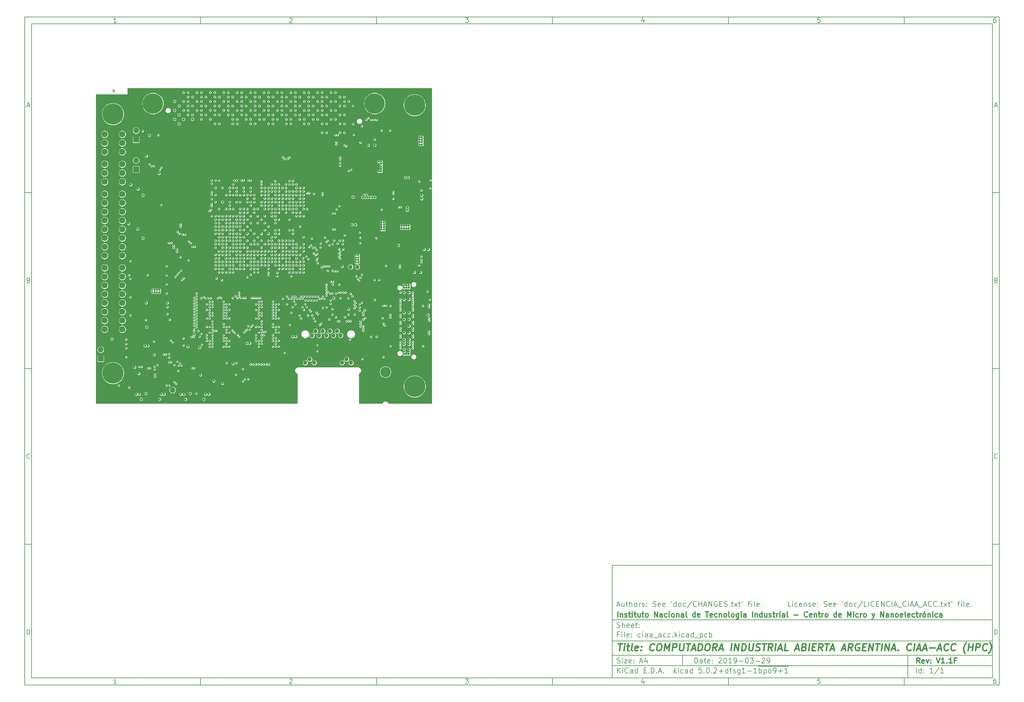
<source format=gbr>
G04 #@! TF.GenerationSoftware,KiCad,Pcbnew,5.0.2+dfsg1-1~bpo9+1*
G04 #@! TF.CreationDate,2019-03-29T14:07:49-03:00*
G04 #@! TF.ProjectId,ciaa_acc,63696161-5f61-4636-932e-6b696361645f,V1.1F*
G04 #@! TF.SameCoordinates,Original*
G04 #@! TF.FileFunction,Copper,L9,Inr*
G04 #@! TF.FilePolarity,Positive*
%FSLAX46Y46*%
G04 Gerber Fmt 4.6, Leading zero omitted, Abs format (unit mm)*
G04 Created by KiCad (PCBNEW 5.0.2+dfsg1-1~bpo9+1) date Fri 29 Mar 2019 02:07:49 PM -03*
%MOMM*%
%LPD*%
G01*
G04 APERTURE LIST*
%ADD10C,0.101600*%
%ADD11C,0.150000*%
%ADD12C,0.300000*%
%ADD13C,0.400000*%
G04 #@! TA.AperFunction,NonConductor*
%ADD14C,0.127000*%
G04 #@! TD*
G04 #@! TA.AperFunction,ViaPad*
%ADD15R,0.800000X0.800000*%
G04 #@! TD*
G04 #@! TA.AperFunction,ViaPad*
%ADD16O,1.200000X1.800000*%
G04 #@! TD*
G04 #@! TA.AperFunction,ViaPad*
%ADD17C,1.200000*%
G04 #@! TD*
G04 #@! TA.AperFunction,ViaPad*
%ADD18C,5.800000*%
G04 #@! TD*
G04 #@! TA.AperFunction,ViaPad*
%ADD19R,1.600000X1.600000*%
G04 #@! TD*
G04 #@! TA.AperFunction,ViaPad*
%ADD20C,1.778000*%
G04 #@! TD*
G04 #@! TA.AperFunction,ViaPad*
%ADD21R,1.651000X1.651000*%
G04 #@! TD*
G04 #@! TA.AperFunction,ViaPad*
%ADD22O,1.651000X1.651000*%
G04 #@! TD*
G04 #@! TA.AperFunction,ViaPad*
%ADD23R,0.750000X0.900000*%
G04 #@! TD*
G04 #@! TA.AperFunction,ViaPad*
%ADD24R,1.080000X0.780000*%
G04 #@! TD*
G04 #@! TA.AperFunction,ViaPad*
%ADD25R,1.287500X1.287500*%
G04 #@! TD*
G04 #@! TA.AperFunction,ViaPad*
%ADD26R,1.000000X1.250000*%
G04 #@! TD*
G04 #@! TA.AperFunction,ViaPad*
%ADD27R,1.250000X1.250000*%
G04 #@! TD*
G04 #@! TA.AperFunction,ViaPad*
%ADD28R,1.000000X1.000000*%
G04 #@! TD*
G04 #@! TA.AperFunction,ViaPad*
%ADD29R,1.500000X1.500000*%
G04 #@! TD*
G04 #@! TA.AperFunction,ViaPad*
%ADD30C,1.800000*%
G04 #@! TD*
G04 #@! TA.AperFunction,ViaPad*
%ADD31C,3.000000*%
G04 #@! TD*
G04 #@! TA.AperFunction,ViaPad*
%ADD32O,1.400000X2.600000*%
G04 #@! TD*
G04 #@! TA.AperFunction,ViaPad*
%ADD33O,4.000000X2.000000*%
G04 #@! TD*
G04 #@! TA.AperFunction,ViaPad*
%ADD34C,6.000000*%
G04 #@! TD*
G04 #@! TA.AperFunction,ViaPad*
%ADD35C,0.635000*%
G04 #@! TD*
G04 #@! TA.AperFunction,ViaPad*
%ADD36C,0.406400*%
G04 #@! TD*
G04 #@! TA.AperFunction,ViaPad*
%ADD37C,0.457200*%
G04 #@! TD*
G04 #@! TA.AperFunction,ViaPad*
%ADD38C,1.270000*%
G04 #@! TD*
G04 #@! TA.AperFunction,Conductor*
%ADD39C,0.101600*%
G04 #@! TD*
G04 APERTURE END LIST*
D10*
D11*
X177002200Y-166007200D02*
X177002200Y-198007200D01*
X285002200Y-198007200D01*
X285002200Y-166007200D01*
X177002200Y-166007200D01*
D10*
D11*
X10000000Y-10000000D02*
X10000000Y-200007200D01*
X287002200Y-200007200D01*
X287002200Y-10000000D01*
X10000000Y-10000000D01*
D10*
D11*
X12000000Y-12000000D02*
X12000000Y-198007200D01*
X285002200Y-198007200D01*
X285002200Y-12000000D01*
X12000000Y-12000000D01*
D10*
D11*
X60000000Y-12000000D02*
X60000000Y-10000000D01*
D10*
D11*
X110000000Y-12000000D02*
X110000000Y-10000000D01*
D10*
D11*
X160000000Y-12000000D02*
X160000000Y-10000000D01*
D10*
D11*
X210000000Y-12000000D02*
X210000000Y-10000000D01*
D10*
D11*
X260000000Y-12000000D02*
X260000000Y-10000000D01*
D10*
D11*
X36065476Y-11588095D02*
X35322619Y-11588095D01*
X35694047Y-11588095D02*
X35694047Y-10288095D01*
X35570238Y-10473809D01*
X35446428Y-10597619D01*
X35322619Y-10659523D01*
D10*
D11*
X85322619Y-10411904D02*
X85384523Y-10350000D01*
X85508333Y-10288095D01*
X85817857Y-10288095D01*
X85941666Y-10350000D01*
X86003571Y-10411904D01*
X86065476Y-10535714D01*
X86065476Y-10659523D01*
X86003571Y-10845238D01*
X85260714Y-11588095D01*
X86065476Y-11588095D01*
D10*
D11*
X135260714Y-10288095D02*
X136065476Y-10288095D01*
X135632142Y-10783333D01*
X135817857Y-10783333D01*
X135941666Y-10845238D01*
X136003571Y-10907142D01*
X136065476Y-11030952D01*
X136065476Y-11340476D01*
X136003571Y-11464285D01*
X135941666Y-11526190D01*
X135817857Y-11588095D01*
X135446428Y-11588095D01*
X135322619Y-11526190D01*
X135260714Y-11464285D01*
D10*
D11*
X185941666Y-10721428D02*
X185941666Y-11588095D01*
X185632142Y-10226190D02*
X185322619Y-11154761D01*
X186127380Y-11154761D01*
D10*
D11*
X236003571Y-10288095D02*
X235384523Y-10288095D01*
X235322619Y-10907142D01*
X235384523Y-10845238D01*
X235508333Y-10783333D01*
X235817857Y-10783333D01*
X235941666Y-10845238D01*
X236003571Y-10907142D01*
X236065476Y-11030952D01*
X236065476Y-11340476D01*
X236003571Y-11464285D01*
X235941666Y-11526190D01*
X235817857Y-11588095D01*
X235508333Y-11588095D01*
X235384523Y-11526190D01*
X235322619Y-11464285D01*
D10*
D11*
X285941666Y-10288095D02*
X285694047Y-10288095D01*
X285570238Y-10350000D01*
X285508333Y-10411904D01*
X285384523Y-10597619D01*
X285322619Y-10845238D01*
X285322619Y-11340476D01*
X285384523Y-11464285D01*
X285446428Y-11526190D01*
X285570238Y-11588095D01*
X285817857Y-11588095D01*
X285941666Y-11526190D01*
X286003571Y-11464285D01*
X286065476Y-11340476D01*
X286065476Y-11030952D01*
X286003571Y-10907142D01*
X285941666Y-10845238D01*
X285817857Y-10783333D01*
X285570238Y-10783333D01*
X285446428Y-10845238D01*
X285384523Y-10907142D01*
X285322619Y-11030952D01*
D10*
D11*
X60000000Y-198007200D02*
X60000000Y-200007200D01*
D10*
D11*
X110000000Y-198007200D02*
X110000000Y-200007200D01*
D10*
D11*
X160000000Y-198007200D02*
X160000000Y-200007200D01*
D10*
D11*
X210000000Y-198007200D02*
X210000000Y-200007200D01*
D10*
D11*
X260000000Y-198007200D02*
X260000000Y-200007200D01*
D10*
D11*
X36065476Y-199595295D02*
X35322619Y-199595295D01*
X35694047Y-199595295D02*
X35694047Y-198295295D01*
X35570238Y-198481009D01*
X35446428Y-198604819D01*
X35322619Y-198666723D01*
D10*
D11*
X85322619Y-198419104D02*
X85384523Y-198357200D01*
X85508333Y-198295295D01*
X85817857Y-198295295D01*
X85941666Y-198357200D01*
X86003571Y-198419104D01*
X86065476Y-198542914D01*
X86065476Y-198666723D01*
X86003571Y-198852438D01*
X85260714Y-199595295D01*
X86065476Y-199595295D01*
D10*
D11*
X135260714Y-198295295D02*
X136065476Y-198295295D01*
X135632142Y-198790533D01*
X135817857Y-198790533D01*
X135941666Y-198852438D01*
X136003571Y-198914342D01*
X136065476Y-199038152D01*
X136065476Y-199347676D01*
X136003571Y-199471485D01*
X135941666Y-199533390D01*
X135817857Y-199595295D01*
X135446428Y-199595295D01*
X135322619Y-199533390D01*
X135260714Y-199471485D01*
D10*
D11*
X185941666Y-198728628D02*
X185941666Y-199595295D01*
X185632142Y-198233390D02*
X185322619Y-199161961D01*
X186127380Y-199161961D01*
D10*
D11*
X236003571Y-198295295D02*
X235384523Y-198295295D01*
X235322619Y-198914342D01*
X235384523Y-198852438D01*
X235508333Y-198790533D01*
X235817857Y-198790533D01*
X235941666Y-198852438D01*
X236003571Y-198914342D01*
X236065476Y-199038152D01*
X236065476Y-199347676D01*
X236003571Y-199471485D01*
X235941666Y-199533390D01*
X235817857Y-199595295D01*
X235508333Y-199595295D01*
X235384523Y-199533390D01*
X235322619Y-199471485D01*
D10*
D11*
X285941666Y-198295295D02*
X285694047Y-198295295D01*
X285570238Y-198357200D01*
X285508333Y-198419104D01*
X285384523Y-198604819D01*
X285322619Y-198852438D01*
X285322619Y-199347676D01*
X285384523Y-199471485D01*
X285446428Y-199533390D01*
X285570238Y-199595295D01*
X285817857Y-199595295D01*
X285941666Y-199533390D01*
X286003571Y-199471485D01*
X286065476Y-199347676D01*
X286065476Y-199038152D01*
X286003571Y-198914342D01*
X285941666Y-198852438D01*
X285817857Y-198790533D01*
X285570238Y-198790533D01*
X285446428Y-198852438D01*
X285384523Y-198914342D01*
X285322619Y-199038152D01*
D10*
D11*
X10000000Y-60000000D02*
X12000000Y-60000000D01*
D10*
D11*
X10000000Y-110000000D02*
X12000000Y-110000000D01*
D10*
D11*
X10000000Y-160000000D02*
X12000000Y-160000000D01*
D10*
D11*
X10690476Y-35216666D02*
X11309523Y-35216666D01*
X10566666Y-35588095D02*
X11000000Y-34288095D01*
X11433333Y-35588095D01*
D10*
D11*
X11092857Y-84907142D02*
X11278571Y-84969047D01*
X11340476Y-85030952D01*
X11402380Y-85154761D01*
X11402380Y-85340476D01*
X11340476Y-85464285D01*
X11278571Y-85526190D01*
X11154761Y-85588095D01*
X10659523Y-85588095D01*
X10659523Y-84288095D01*
X11092857Y-84288095D01*
X11216666Y-84350000D01*
X11278571Y-84411904D01*
X11340476Y-84535714D01*
X11340476Y-84659523D01*
X11278571Y-84783333D01*
X11216666Y-84845238D01*
X11092857Y-84907142D01*
X10659523Y-84907142D01*
D10*
D11*
X11402380Y-135464285D02*
X11340476Y-135526190D01*
X11154761Y-135588095D01*
X11030952Y-135588095D01*
X10845238Y-135526190D01*
X10721428Y-135402380D01*
X10659523Y-135278571D01*
X10597619Y-135030952D01*
X10597619Y-134845238D01*
X10659523Y-134597619D01*
X10721428Y-134473809D01*
X10845238Y-134350000D01*
X11030952Y-134288095D01*
X11154761Y-134288095D01*
X11340476Y-134350000D01*
X11402380Y-134411904D01*
D10*
D11*
X10659523Y-185588095D02*
X10659523Y-184288095D01*
X10969047Y-184288095D01*
X11154761Y-184350000D01*
X11278571Y-184473809D01*
X11340476Y-184597619D01*
X11402380Y-184845238D01*
X11402380Y-185030952D01*
X11340476Y-185278571D01*
X11278571Y-185402380D01*
X11154761Y-185526190D01*
X10969047Y-185588095D01*
X10659523Y-185588095D01*
D10*
D11*
X287002200Y-60000000D02*
X285002200Y-60000000D01*
D10*
D11*
X287002200Y-110000000D02*
X285002200Y-110000000D01*
D10*
D11*
X287002200Y-160000000D02*
X285002200Y-160000000D01*
D10*
D11*
X285692676Y-35216666D02*
X286311723Y-35216666D01*
X285568866Y-35588095D02*
X286002200Y-34288095D01*
X286435533Y-35588095D01*
D10*
D11*
X286095057Y-84907142D02*
X286280771Y-84969047D01*
X286342676Y-85030952D01*
X286404580Y-85154761D01*
X286404580Y-85340476D01*
X286342676Y-85464285D01*
X286280771Y-85526190D01*
X286156961Y-85588095D01*
X285661723Y-85588095D01*
X285661723Y-84288095D01*
X286095057Y-84288095D01*
X286218866Y-84350000D01*
X286280771Y-84411904D01*
X286342676Y-84535714D01*
X286342676Y-84659523D01*
X286280771Y-84783333D01*
X286218866Y-84845238D01*
X286095057Y-84907142D01*
X285661723Y-84907142D01*
D10*
D11*
X286404580Y-135464285D02*
X286342676Y-135526190D01*
X286156961Y-135588095D01*
X286033152Y-135588095D01*
X285847438Y-135526190D01*
X285723628Y-135402380D01*
X285661723Y-135278571D01*
X285599819Y-135030952D01*
X285599819Y-134845238D01*
X285661723Y-134597619D01*
X285723628Y-134473809D01*
X285847438Y-134350000D01*
X286033152Y-134288095D01*
X286156961Y-134288095D01*
X286342676Y-134350000D01*
X286404580Y-134411904D01*
D10*
D11*
X285661723Y-185588095D02*
X285661723Y-184288095D01*
X285971247Y-184288095D01*
X286156961Y-184350000D01*
X286280771Y-184473809D01*
X286342676Y-184597619D01*
X286404580Y-184845238D01*
X286404580Y-185030952D01*
X286342676Y-185278571D01*
X286280771Y-185402380D01*
X286156961Y-185526190D01*
X285971247Y-185588095D01*
X285661723Y-185588095D01*
D10*
D11*
X200434342Y-193785771D02*
X200434342Y-192285771D01*
X200791485Y-192285771D01*
X201005771Y-192357200D01*
X201148628Y-192500057D01*
X201220057Y-192642914D01*
X201291485Y-192928628D01*
X201291485Y-193142914D01*
X201220057Y-193428628D01*
X201148628Y-193571485D01*
X201005771Y-193714342D01*
X200791485Y-193785771D01*
X200434342Y-193785771D01*
X202577200Y-193785771D02*
X202577200Y-193000057D01*
X202505771Y-192857200D01*
X202362914Y-192785771D01*
X202077200Y-192785771D01*
X201934342Y-192857200D01*
X202577200Y-193714342D02*
X202434342Y-193785771D01*
X202077200Y-193785771D01*
X201934342Y-193714342D01*
X201862914Y-193571485D01*
X201862914Y-193428628D01*
X201934342Y-193285771D01*
X202077200Y-193214342D01*
X202434342Y-193214342D01*
X202577200Y-193142914D01*
X203077200Y-192785771D02*
X203648628Y-192785771D01*
X203291485Y-192285771D02*
X203291485Y-193571485D01*
X203362914Y-193714342D01*
X203505771Y-193785771D01*
X203648628Y-193785771D01*
X204720057Y-193714342D02*
X204577200Y-193785771D01*
X204291485Y-193785771D01*
X204148628Y-193714342D01*
X204077200Y-193571485D01*
X204077200Y-193000057D01*
X204148628Y-192857200D01*
X204291485Y-192785771D01*
X204577200Y-192785771D01*
X204720057Y-192857200D01*
X204791485Y-193000057D01*
X204791485Y-193142914D01*
X204077200Y-193285771D01*
X205434342Y-193642914D02*
X205505771Y-193714342D01*
X205434342Y-193785771D01*
X205362914Y-193714342D01*
X205434342Y-193642914D01*
X205434342Y-193785771D01*
X205434342Y-192857200D02*
X205505771Y-192928628D01*
X205434342Y-193000057D01*
X205362914Y-192928628D01*
X205434342Y-192857200D01*
X205434342Y-193000057D01*
X207220057Y-192428628D02*
X207291485Y-192357200D01*
X207434342Y-192285771D01*
X207791485Y-192285771D01*
X207934342Y-192357200D01*
X208005771Y-192428628D01*
X208077200Y-192571485D01*
X208077200Y-192714342D01*
X208005771Y-192928628D01*
X207148628Y-193785771D01*
X208077200Y-193785771D01*
X209005771Y-192285771D02*
X209148628Y-192285771D01*
X209291485Y-192357200D01*
X209362914Y-192428628D01*
X209434342Y-192571485D01*
X209505771Y-192857200D01*
X209505771Y-193214342D01*
X209434342Y-193500057D01*
X209362914Y-193642914D01*
X209291485Y-193714342D01*
X209148628Y-193785771D01*
X209005771Y-193785771D01*
X208862914Y-193714342D01*
X208791485Y-193642914D01*
X208720057Y-193500057D01*
X208648628Y-193214342D01*
X208648628Y-192857200D01*
X208720057Y-192571485D01*
X208791485Y-192428628D01*
X208862914Y-192357200D01*
X209005771Y-192285771D01*
X210934342Y-193785771D02*
X210077200Y-193785771D01*
X210505771Y-193785771D02*
X210505771Y-192285771D01*
X210362914Y-192500057D01*
X210220057Y-192642914D01*
X210077200Y-192714342D01*
X211648628Y-193785771D02*
X211934342Y-193785771D01*
X212077200Y-193714342D01*
X212148628Y-193642914D01*
X212291485Y-193428628D01*
X212362914Y-193142914D01*
X212362914Y-192571485D01*
X212291485Y-192428628D01*
X212220057Y-192357200D01*
X212077200Y-192285771D01*
X211791485Y-192285771D01*
X211648628Y-192357200D01*
X211577200Y-192428628D01*
X211505771Y-192571485D01*
X211505771Y-192928628D01*
X211577200Y-193071485D01*
X211648628Y-193142914D01*
X211791485Y-193214342D01*
X212077200Y-193214342D01*
X212220057Y-193142914D01*
X212291485Y-193071485D01*
X212362914Y-192928628D01*
X213005771Y-193214342D02*
X214148628Y-193214342D01*
X215148628Y-192285771D02*
X215291485Y-192285771D01*
X215434342Y-192357200D01*
X215505771Y-192428628D01*
X215577200Y-192571485D01*
X215648628Y-192857200D01*
X215648628Y-193214342D01*
X215577200Y-193500057D01*
X215505771Y-193642914D01*
X215434342Y-193714342D01*
X215291485Y-193785771D01*
X215148628Y-193785771D01*
X215005771Y-193714342D01*
X214934342Y-193642914D01*
X214862914Y-193500057D01*
X214791485Y-193214342D01*
X214791485Y-192857200D01*
X214862914Y-192571485D01*
X214934342Y-192428628D01*
X215005771Y-192357200D01*
X215148628Y-192285771D01*
X216148628Y-192285771D02*
X217077200Y-192285771D01*
X216577200Y-192857200D01*
X216791485Y-192857200D01*
X216934342Y-192928628D01*
X217005771Y-193000057D01*
X217077200Y-193142914D01*
X217077200Y-193500057D01*
X217005771Y-193642914D01*
X216934342Y-193714342D01*
X216791485Y-193785771D01*
X216362914Y-193785771D01*
X216220057Y-193714342D01*
X216148628Y-193642914D01*
X217720057Y-193214342D02*
X218862914Y-193214342D01*
X219505771Y-192428628D02*
X219577200Y-192357200D01*
X219720057Y-192285771D01*
X220077200Y-192285771D01*
X220220057Y-192357200D01*
X220291485Y-192428628D01*
X220362914Y-192571485D01*
X220362914Y-192714342D01*
X220291485Y-192928628D01*
X219434342Y-193785771D01*
X220362914Y-193785771D01*
X221077200Y-193785771D02*
X221362914Y-193785771D01*
X221505771Y-193714342D01*
X221577200Y-193642914D01*
X221720057Y-193428628D01*
X221791485Y-193142914D01*
X221791485Y-192571485D01*
X221720057Y-192428628D01*
X221648628Y-192357200D01*
X221505771Y-192285771D01*
X221220057Y-192285771D01*
X221077200Y-192357200D01*
X221005771Y-192428628D01*
X220934342Y-192571485D01*
X220934342Y-192928628D01*
X221005771Y-193071485D01*
X221077200Y-193142914D01*
X221220057Y-193214342D01*
X221505771Y-193214342D01*
X221648628Y-193142914D01*
X221720057Y-193071485D01*
X221791485Y-192928628D01*
D10*
D11*
X177002200Y-194507200D02*
X285002200Y-194507200D01*
D10*
D11*
X178434342Y-196585771D02*
X178434342Y-195085771D01*
X179291485Y-196585771D02*
X178648628Y-195728628D01*
X179291485Y-195085771D02*
X178434342Y-195942914D01*
X179934342Y-196585771D02*
X179934342Y-195585771D01*
X179934342Y-195085771D02*
X179862914Y-195157200D01*
X179934342Y-195228628D01*
X180005771Y-195157200D01*
X179934342Y-195085771D01*
X179934342Y-195228628D01*
X181505771Y-196442914D02*
X181434342Y-196514342D01*
X181220057Y-196585771D01*
X181077200Y-196585771D01*
X180862914Y-196514342D01*
X180720057Y-196371485D01*
X180648628Y-196228628D01*
X180577200Y-195942914D01*
X180577200Y-195728628D01*
X180648628Y-195442914D01*
X180720057Y-195300057D01*
X180862914Y-195157200D01*
X181077200Y-195085771D01*
X181220057Y-195085771D01*
X181434342Y-195157200D01*
X181505771Y-195228628D01*
X182791485Y-196585771D02*
X182791485Y-195800057D01*
X182720057Y-195657200D01*
X182577200Y-195585771D01*
X182291485Y-195585771D01*
X182148628Y-195657200D01*
X182791485Y-196514342D02*
X182648628Y-196585771D01*
X182291485Y-196585771D01*
X182148628Y-196514342D01*
X182077200Y-196371485D01*
X182077200Y-196228628D01*
X182148628Y-196085771D01*
X182291485Y-196014342D01*
X182648628Y-196014342D01*
X182791485Y-195942914D01*
X184148628Y-196585771D02*
X184148628Y-195085771D01*
X184148628Y-196514342D02*
X184005771Y-196585771D01*
X183720057Y-196585771D01*
X183577200Y-196514342D01*
X183505771Y-196442914D01*
X183434342Y-196300057D01*
X183434342Y-195871485D01*
X183505771Y-195728628D01*
X183577200Y-195657200D01*
X183720057Y-195585771D01*
X184005771Y-195585771D01*
X184148628Y-195657200D01*
X186005771Y-195800057D02*
X186505771Y-195800057D01*
X186720057Y-196585771D02*
X186005771Y-196585771D01*
X186005771Y-195085771D01*
X186720057Y-195085771D01*
X187362914Y-196442914D02*
X187434342Y-196514342D01*
X187362914Y-196585771D01*
X187291485Y-196514342D01*
X187362914Y-196442914D01*
X187362914Y-196585771D01*
X188077200Y-196585771D02*
X188077200Y-195085771D01*
X188434342Y-195085771D01*
X188648628Y-195157200D01*
X188791485Y-195300057D01*
X188862914Y-195442914D01*
X188934342Y-195728628D01*
X188934342Y-195942914D01*
X188862914Y-196228628D01*
X188791485Y-196371485D01*
X188648628Y-196514342D01*
X188434342Y-196585771D01*
X188077200Y-196585771D01*
X189577200Y-196442914D02*
X189648628Y-196514342D01*
X189577200Y-196585771D01*
X189505771Y-196514342D01*
X189577200Y-196442914D01*
X189577200Y-196585771D01*
X190220057Y-196157200D02*
X190934342Y-196157200D01*
X190077200Y-196585771D02*
X190577200Y-195085771D01*
X191077200Y-196585771D01*
X191577200Y-196442914D02*
X191648628Y-196514342D01*
X191577200Y-196585771D01*
X191505771Y-196514342D01*
X191577200Y-196442914D01*
X191577200Y-196585771D01*
X194577200Y-196585771D02*
X194577200Y-195085771D01*
X194720057Y-196014342D02*
X195148628Y-196585771D01*
X195148628Y-195585771D02*
X194577200Y-196157200D01*
X195791485Y-196585771D02*
X195791485Y-195585771D01*
X195791485Y-195085771D02*
X195720057Y-195157200D01*
X195791485Y-195228628D01*
X195862914Y-195157200D01*
X195791485Y-195085771D01*
X195791485Y-195228628D01*
X197148628Y-196514342D02*
X197005771Y-196585771D01*
X196720057Y-196585771D01*
X196577200Y-196514342D01*
X196505771Y-196442914D01*
X196434342Y-196300057D01*
X196434342Y-195871485D01*
X196505771Y-195728628D01*
X196577200Y-195657200D01*
X196720057Y-195585771D01*
X197005771Y-195585771D01*
X197148628Y-195657200D01*
X198434342Y-196585771D02*
X198434342Y-195800057D01*
X198362914Y-195657200D01*
X198220057Y-195585771D01*
X197934342Y-195585771D01*
X197791485Y-195657200D01*
X198434342Y-196514342D02*
X198291485Y-196585771D01*
X197934342Y-196585771D01*
X197791485Y-196514342D01*
X197720057Y-196371485D01*
X197720057Y-196228628D01*
X197791485Y-196085771D01*
X197934342Y-196014342D01*
X198291485Y-196014342D01*
X198434342Y-195942914D01*
X199791485Y-196585771D02*
X199791485Y-195085771D01*
X199791485Y-196514342D02*
X199648628Y-196585771D01*
X199362914Y-196585771D01*
X199220057Y-196514342D01*
X199148628Y-196442914D01*
X199077200Y-196300057D01*
X199077200Y-195871485D01*
X199148628Y-195728628D01*
X199220057Y-195657200D01*
X199362914Y-195585771D01*
X199648628Y-195585771D01*
X199791485Y-195657200D01*
X202362914Y-195085771D02*
X201648628Y-195085771D01*
X201577200Y-195800057D01*
X201648628Y-195728628D01*
X201791485Y-195657200D01*
X202148628Y-195657200D01*
X202291485Y-195728628D01*
X202362914Y-195800057D01*
X202434342Y-195942914D01*
X202434342Y-196300057D01*
X202362914Y-196442914D01*
X202291485Y-196514342D01*
X202148628Y-196585771D01*
X201791485Y-196585771D01*
X201648628Y-196514342D01*
X201577200Y-196442914D01*
X203077200Y-196442914D02*
X203148628Y-196514342D01*
X203077200Y-196585771D01*
X203005771Y-196514342D01*
X203077200Y-196442914D01*
X203077200Y-196585771D01*
X204077200Y-195085771D02*
X204220057Y-195085771D01*
X204362914Y-195157200D01*
X204434342Y-195228628D01*
X204505771Y-195371485D01*
X204577200Y-195657200D01*
X204577200Y-196014342D01*
X204505771Y-196300057D01*
X204434342Y-196442914D01*
X204362914Y-196514342D01*
X204220057Y-196585771D01*
X204077200Y-196585771D01*
X203934342Y-196514342D01*
X203862914Y-196442914D01*
X203791485Y-196300057D01*
X203720057Y-196014342D01*
X203720057Y-195657200D01*
X203791485Y-195371485D01*
X203862914Y-195228628D01*
X203934342Y-195157200D01*
X204077200Y-195085771D01*
X205220057Y-196442914D02*
X205291485Y-196514342D01*
X205220057Y-196585771D01*
X205148628Y-196514342D01*
X205220057Y-196442914D01*
X205220057Y-196585771D01*
X205862914Y-195228628D02*
X205934342Y-195157200D01*
X206077200Y-195085771D01*
X206434342Y-195085771D01*
X206577200Y-195157200D01*
X206648628Y-195228628D01*
X206720057Y-195371485D01*
X206720057Y-195514342D01*
X206648628Y-195728628D01*
X205791485Y-196585771D01*
X206720057Y-196585771D01*
X207362914Y-196014342D02*
X208505771Y-196014342D01*
X207934342Y-196585771D02*
X207934342Y-195442914D01*
X209862914Y-196585771D02*
X209862914Y-195085771D01*
X209862914Y-196514342D02*
X209720057Y-196585771D01*
X209434342Y-196585771D01*
X209291485Y-196514342D01*
X209220057Y-196442914D01*
X209148628Y-196300057D01*
X209148628Y-195871485D01*
X209220057Y-195728628D01*
X209291485Y-195657200D01*
X209434342Y-195585771D01*
X209720057Y-195585771D01*
X209862914Y-195657200D01*
X210362914Y-195585771D02*
X210934342Y-195585771D01*
X210577200Y-196585771D02*
X210577200Y-195300057D01*
X210648628Y-195157200D01*
X210791485Y-195085771D01*
X210934342Y-195085771D01*
X211362914Y-196514342D02*
X211505771Y-196585771D01*
X211791485Y-196585771D01*
X211934342Y-196514342D01*
X212005771Y-196371485D01*
X212005771Y-196300057D01*
X211934342Y-196157200D01*
X211791485Y-196085771D01*
X211577200Y-196085771D01*
X211434342Y-196014342D01*
X211362914Y-195871485D01*
X211362914Y-195800057D01*
X211434342Y-195657200D01*
X211577200Y-195585771D01*
X211791485Y-195585771D01*
X211934342Y-195657200D01*
X213291485Y-195585771D02*
X213291485Y-196800057D01*
X213220057Y-196942914D01*
X213148628Y-197014342D01*
X213005771Y-197085771D01*
X212791485Y-197085771D01*
X212648628Y-197014342D01*
X213291485Y-196514342D02*
X213148628Y-196585771D01*
X212862914Y-196585771D01*
X212720057Y-196514342D01*
X212648628Y-196442914D01*
X212577200Y-196300057D01*
X212577200Y-195871485D01*
X212648628Y-195728628D01*
X212720057Y-195657200D01*
X212862914Y-195585771D01*
X213148628Y-195585771D01*
X213291485Y-195657200D01*
X214791485Y-196585771D02*
X213934342Y-196585771D01*
X214362914Y-196585771D02*
X214362914Y-195085771D01*
X214220057Y-195300057D01*
X214077200Y-195442914D01*
X213934342Y-195514342D01*
X215434342Y-196014342D02*
X216577200Y-196014342D01*
X218077200Y-196585771D02*
X217220057Y-196585771D01*
X217648628Y-196585771D02*
X217648628Y-195085771D01*
X217505771Y-195300057D01*
X217362914Y-195442914D01*
X217220057Y-195514342D01*
X218362914Y-194677200D02*
X219720057Y-194677200D01*
X218720057Y-196585771D02*
X218720057Y-195085771D01*
X218720057Y-195657200D02*
X218862914Y-195585771D01*
X219148628Y-195585771D01*
X219291485Y-195657200D01*
X219362914Y-195728628D01*
X219434342Y-195871485D01*
X219434342Y-196300057D01*
X219362914Y-196442914D01*
X219291485Y-196514342D01*
X219148628Y-196585771D01*
X218862914Y-196585771D01*
X218720057Y-196514342D01*
X219720057Y-194677200D02*
X221077200Y-194677200D01*
X220077200Y-195585771D02*
X220077200Y-197085771D01*
X220077200Y-195657200D02*
X220220057Y-195585771D01*
X220505771Y-195585771D01*
X220648628Y-195657200D01*
X220720057Y-195728628D01*
X220791485Y-195871485D01*
X220791485Y-196300057D01*
X220720057Y-196442914D01*
X220648628Y-196514342D01*
X220505771Y-196585771D01*
X220220057Y-196585771D01*
X220077200Y-196514342D01*
X221077200Y-194677200D02*
X222434342Y-194677200D01*
X221648628Y-196585771D02*
X221505771Y-196514342D01*
X221434342Y-196442914D01*
X221362914Y-196300057D01*
X221362914Y-195871485D01*
X221434342Y-195728628D01*
X221505771Y-195657200D01*
X221648628Y-195585771D01*
X221862914Y-195585771D01*
X222005771Y-195657200D01*
X222077200Y-195728628D01*
X222148628Y-195871485D01*
X222148628Y-196300057D01*
X222077200Y-196442914D01*
X222005771Y-196514342D01*
X221862914Y-196585771D01*
X221648628Y-196585771D01*
X222434342Y-194677200D02*
X223862914Y-194677200D01*
X222862914Y-196585771D02*
X223148628Y-196585771D01*
X223291485Y-196514342D01*
X223362914Y-196442914D01*
X223505771Y-196228628D01*
X223577200Y-195942914D01*
X223577200Y-195371485D01*
X223505771Y-195228628D01*
X223434342Y-195157200D01*
X223291485Y-195085771D01*
X223005771Y-195085771D01*
X222862914Y-195157200D01*
X222791485Y-195228628D01*
X222720057Y-195371485D01*
X222720057Y-195728628D01*
X222791485Y-195871485D01*
X222862914Y-195942914D01*
X223005771Y-196014342D01*
X223291485Y-196014342D01*
X223434342Y-195942914D01*
X223505771Y-195871485D01*
X223577200Y-195728628D01*
X223862914Y-194677200D02*
X225720057Y-194677200D01*
X224220057Y-196014342D02*
X225362914Y-196014342D01*
X224791485Y-196585771D02*
X224791485Y-195442914D01*
X225720057Y-194677200D02*
X227148628Y-194677200D01*
X226862914Y-196585771D02*
X226005771Y-196585771D01*
X226434342Y-196585771D02*
X226434342Y-195085771D01*
X226291485Y-195300057D01*
X226148628Y-195442914D01*
X226005771Y-195514342D01*
D10*
D11*
X177002200Y-191507200D02*
X285002200Y-191507200D01*
D10*
D12*
X264411485Y-193785771D02*
X263911485Y-193071485D01*
X263554342Y-193785771D02*
X263554342Y-192285771D01*
X264125771Y-192285771D01*
X264268628Y-192357200D01*
X264340057Y-192428628D01*
X264411485Y-192571485D01*
X264411485Y-192785771D01*
X264340057Y-192928628D01*
X264268628Y-193000057D01*
X264125771Y-193071485D01*
X263554342Y-193071485D01*
X265625771Y-193714342D02*
X265482914Y-193785771D01*
X265197200Y-193785771D01*
X265054342Y-193714342D01*
X264982914Y-193571485D01*
X264982914Y-193000057D01*
X265054342Y-192857200D01*
X265197200Y-192785771D01*
X265482914Y-192785771D01*
X265625771Y-192857200D01*
X265697200Y-193000057D01*
X265697200Y-193142914D01*
X264982914Y-193285771D01*
X266197200Y-192785771D02*
X266554342Y-193785771D01*
X266911485Y-192785771D01*
X267482914Y-193642914D02*
X267554342Y-193714342D01*
X267482914Y-193785771D01*
X267411485Y-193714342D01*
X267482914Y-193642914D01*
X267482914Y-193785771D01*
X267482914Y-192857200D02*
X267554342Y-192928628D01*
X267482914Y-193000057D01*
X267411485Y-192928628D01*
X267482914Y-192857200D01*
X267482914Y-193000057D01*
X269125771Y-192285771D02*
X269625771Y-193785771D01*
X270125771Y-192285771D01*
X271411485Y-193785771D02*
X270554342Y-193785771D01*
X270982914Y-193785771D02*
X270982914Y-192285771D01*
X270840057Y-192500057D01*
X270697200Y-192642914D01*
X270554342Y-192714342D01*
X272054342Y-193642914D02*
X272125771Y-193714342D01*
X272054342Y-193785771D01*
X271982914Y-193714342D01*
X272054342Y-193642914D01*
X272054342Y-193785771D01*
X273554342Y-193785771D02*
X272697200Y-193785771D01*
X273125771Y-193785771D02*
X273125771Y-192285771D01*
X272982914Y-192500057D01*
X272840057Y-192642914D01*
X272697200Y-192714342D01*
X274697200Y-193000057D02*
X274197200Y-193000057D01*
X274197200Y-193785771D02*
X274197200Y-192285771D01*
X274911485Y-192285771D01*
D10*
D11*
X178362914Y-193714342D02*
X178577200Y-193785771D01*
X178934342Y-193785771D01*
X179077200Y-193714342D01*
X179148628Y-193642914D01*
X179220057Y-193500057D01*
X179220057Y-193357200D01*
X179148628Y-193214342D01*
X179077200Y-193142914D01*
X178934342Y-193071485D01*
X178648628Y-193000057D01*
X178505771Y-192928628D01*
X178434342Y-192857200D01*
X178362914Y-192714342D01*
X178362914Y-192571485D01*
X178434342Y-192428628D01*
X178505771Y-192357200D01*
X178648628Y-192285771D01*
X179005771Y-192285771D01*
X179220057Y-192357200D01*
X179862914Y-193785771D02*
X179862914Y-192785771D01*
X179862914Y-192285771D02*
X179791485Y-192357200D01*
X179862914Y-192428628D01*
X179934342Y-192357200D01*
X179862914Y-192285771D01*
X179862914Y-192428628D01*
X180434342Y-192785771D02*
X181220057Y-192785771D01*
X180434342Y-193785771D01*
X181220057Y-193785771D01*
X182362914Y-193714342D02*
X182220057Y-193785771D01*
X181934342Y-193785771D01*
X181791485Y-193714342D01*
X181720057Y-193571485D01*
X181720057Y-193000057D01*
X181791485Y-192857200D01*
X181934342Y-192785771D01*
X182220057Y-192785771D01*
X182362914Y-192857200D01*
X182434342Y-193000057D01*
X182434342Y-193142914D01*
X181720057Y-193285771D01*
X183077200Y-193642914D02*
X183148628Y-193714342D01*
X183077200Y-193785771D01*
X183005771Y-193714342D01*
X183077200Y-193642914D01*
X183077200Y-193785771D01*
X183077200Y-192857200D02*
X183148628Y-192928628D01*
X183077200Y-193000057D01*
X183005771Y-192928628D01*
X183077200Y-192857200D01*
X183077200Y-193000057D01*
X184862914Y-193357200D02*
X185577200Y-193357200D01*
X184720057Y-193785771D02*
X185220057Y-192285771D01*
X185720057Y-193785771D01*
X186862914Y-192785771D02*
X186862914Y-193785771D01*
X186505771Y-192214342D02*
X186148628Y-193285771D01*
X187077200Y-193285771D01*
D10*
D11*
X263434342Y-196585771D02*
X263434342Y-195085771D01*
X264791485Y-196585771D02*
X264791485Y-195085771D01*
X264791485Y-196514342D02*
X264648628Y-196585771D01*
X264362914Y-196585771D01*
X264220057Y-196514342D01*
X264148628Y-196442914D01*
X264077200Y-196300057D01*
X264077200Y-195871485D01*
X264148628Y-195728628D01*
X264220057Y-195657200D01*
X264362914Y-195585771D01*
X264648628Y-195585771D01*
X264791485Y-195657200D01*
X265505771Y-196442914D02*
X265577200Y-196514342D01*
X265505771Y-196585771D01*
X265434342Y-196514342D01*
X265505771Y-196442914D01*
X265505771Y-196585771D01*
X265505771Y-195657200D02*
X265577200Y-195728628D01*
X265505771Y-195800057D01*
X265434342Y-195728628D01*
X265505771Y-195657200D01*
X265505771Y-195800057D01*
X268148628Y-196585771D02*
X267291485Y-196585771D01*
X267720057Y-196585771D02*
X267720057Y-195085771D01*
X267577200Y-195300057D01*
X267434342Y-195442914D01*
X267291485Y-195514342D01*
X269862914Y-195014342D02*
X268577200Y-196942914D01*
X271148628Y-196585771D02*
X270291485Y-196585771D01*
X270720057Y-196585771D02*
X270720057Y-195085771D01*
X270577200Y-195300057D01*
X270434342Y-195442914D01*
X270291485Y-195514342D01*
D10*
D11*
X177002200Y-187507200D02*
X285002200Y-187507200D01*
D10*
D13*
X178714580Y-188211961D02*
X179857438Y-188211961D01*
X179036009Y-190211961D02*
X179286009Y-188211961D01*
X180274104Y-190211961D02*
X180440771Y-188878628D01*
X180524104Y-188211961D02*
X180416961Y-188307200D01*
X180500295Y-188402438D01*
X180607438Y-188307200D01*
X180524104Y-188211961D01*
X180500295Y-188402438D01*
X181107438Y-188878628D02*
X181869342Y-188878628D01*
X181476485Y-188211961D02*
X181262200Y-189926247D01*
X181333628Y-190116723D01*
X181512200Y-190211961D01*
X181702676Y-190211961D01*
X182655057Y-190211961D02*
X182476485Y-190116723D01*
X182405057Y-189926247D01*
X182619342Y-188211961D01*
X184190771Y-190116723D02*
X183988390Y-190211961D01*
X183607438Y-190211961D01*
X183428866Y-190116723D01*
X183357438Y-189926247D01*
X183452676Y-189164342D01*
X183571723Y-188973866D01*
X183774104Y-188878628D01*
X184155057Y-188878628D01*
X184333628Y-188973866D01*
X184405057Y-189164342D01*
X184381247Y-189354819D01*
X183405057Y-189545295D01*
X185155057Y-190021485D02*
X185238390Y-190116723D01*
X185131247Y-190211961D01*
X185047914Y-190116723D01*
X185155057Y-190021485D01*
X185131247Y-190211961D01*
X185286009Y-188973866D02*
X185369342Y-189069104D01*
X185262200Y-189164342D01*
X185178866Y-189069104D01*
X185286009Y-188973866D01*
X185262200Y-189164342D01*
X188774104Y-190021485D02*
X188666961Y-190116723D01*
X188369342Y-190211961D01*
X188178866Y-190211961D01*
X187905057Y-190116723D01*
X187738390Y-189926247D01*
X187666961Y-189735771D01*
X187619342Y-189354819D01*
X187655057Y-189069104D01*
X187797914Y-188688152D01*
X187916961Y-188497676D01*
X188131247Y-188307200D01*
X188428866Y-188211961D01*
X188619342Y-188211961D01*
X188893152Y-188307200D01*
X188976485Y-188402438D01*
X190238390Y-188211961D02*
X190619342Y-188211961D01*
X190797914Y-188307200D01*
X190964580Y-188497676D01*
X191012200Y-188878628D01*
X190928866Y-189545295D01*
X190786009Y-189926247D01*
X190571723Y-190116723D01*
X190369342Y-190211961D01*
X189988390Y-190211961D01*
X189809819Y-190116723D01*
X189643152Y-189926247D01*
X189595533Y-189545295D01*
X189678866Y-188878628D01*
X189821723Y-188497676D01*
X190036009Y-188307200D01*
X190238390Y-188211961D01*
X191702676Y-190211961D02*
X191952676Y-188211961D01*
X192440771Y-189640533D01*
X193286009Y-188211961D01*
X193036009Y-190211961D01*
X193988390Y-190211961D02*
X194238390Y-188211961D01*
X195000295Y-188211961D01*
X195178866Y-188307200D01*
X195262200Y-188402438D01*
X195333628Y-188592914D01*
X195297914Y-188878628D01*
X195178866Y-189069104D01*
X195071723Y-189164342D01*
X194869342Y-189259580D01*
X194107438Y-189259580D01*
X196238390Y-188211961D02*
X196036009Y-189831009D01*
X196107438Y-190021485D01*
X196190771Y-190116723D01*
X196369342Y-190211961D01*
X196750295Y-190211961D01*
X196952676Y-190116723D01*
X197059819Y-190021485D01*
X197178866Y-189831009D01*
X197381247Y-188211961D01*
X198047914Y-188211961D02*
X199190771Y-188211961D01*
X198369342Y-190211961D02*
X198619342Y-188211961D01*
X199583628Y-189640533D02*
X200536009Y-189640533D01*
X199321723Y-190211961D02*
X200238390Y-188211961D01*
X200655057Y-190211961D01*
X201321723Y-190211961D02*
X201571723Y-188211961D01*
X202047914Y-188211961D01*
X202321723Y-188307200D01*
X202488390Y-188497676D01*
X202559819Y-188688152D01*
X202607438Y-189069104D01*
X202571723Y-189354819D01*
X202428866Y-189735771D01*
X202309819Y-189926247D01*
X202095533Y-190116723D01*
X201797914Y-190211961D01*
X201321723Y-190211961D01*
X203952676Y-188211961D02*
X204333628Y-188211961D01*
X204512200Y-188307200D01*
X204678866Y-188497676D01*
X204726485Y-188878628D01*
X204643152Y-189545295D01*
X204500295Y-189926247D01*
X204286009Y-190116723D01*
X204083628Y-190211961D01*
X203702676Y-190211961D01*
X203524104Y-190116723D01*
X203357438Y-189926247D01*
X203309819Y-189545295D01*
X203393152Y-188878628D01*
X203536009Y-188497676D01*
X203750295Y-188307200D01*
X203952676Y-188211961D01*
X206559819Y-190211961D02*
X206012200Y-189259580D01*
X205416961Y-190211961D02*
X205666961Y-188211961D01*
X206428866Y-188211961D01*
X206607438Y-188307200D01*
X206690771Y-188402438D01*
X206762200Y-188592914D01*
X206726485Y-188878628D01*
X206607438Y-189069104D01*
X206500295Y-189164342D01*
X206297914Y-189259580D01*
X205536009Y-189259580D01*
X207393152Y-189640533D02*
X208345533Y-189640533D01*
X207131247Y-190211961D02*
X208047914Y-188211961D01*
X208464580Y-190211961D01*
X210655057Y-190211961D02*
X210905057Y-188211961D01*
X211607438Y-190211961D02*
X211857438Y-188211961D01*
X212750295Y-190211961D01*
X213000295Y-188211961D01*
X213702676Y-190211961D02*
X213952676Y-188211961D01*
X214428866Y-188211961D01*
X214702676Y-188307200D01*
X214869342Y-188497676D01*
X214940771Y-188688152D01*
X214988390Y-189069104D01*
X214952676Y-189354819D01*
X214809819Y-189735771D01*
X214690771Y-189926247D01*
X214476485Y-190116723D01*
X214178866Y-190211961D01*
X213702676Y-190211961D01*
X215952676Y-188211961D02*
X215750295Y-189831009D01*
X215821723Y-190021485D01*
X215905057Y-190116723D01*
X216083628Y-190211961D01*
X216464580Y-190211961D01*
X216666961Y-190116723D01*
X216774104Y-190021485D01*
X216893152Y-189831009D01*
X217095533Y-188211961D01*
X217714580Y-190116723D02*
X217988390Y-190211961D01*
X218464580Y-190211961D01*
X218666961Y-190116723D01*
X218774104Y-190021485D01*
X218893152Y-189831009D01*
X218916961Y-189640533D01*
X218845533Y-189450057D01*
X218762200Y-189354819D01*
X218583628Y-189259580D01*
X218214580Y-189164342D01*
X218036009Y-189069104D01*
X217952676Y-188973866D01*
X217881247Y-188783390D01*
X217905057Y-188592914D01*
X218024104Y-188402438D01*
X218131247Y-188307200D01*
X218333628Y-188211961D01*
X218809819Y-188211961D01*
X219083628Y-188307200D01*
X219666961Y-188211961D02*
X220809819Y-188211961D01*
X219988390Y-190211961D02*
X220238390Y-188211961D01*
X222369342Y-190211961D02*
X221821723Y-189259580D01*
X221226485Y-190211961D02*
X221476485Y-188211961D01*
X222238390Y-188211961D01*
X222416961Y-188307200D01*
X222500295Y-188402438D01*
X222571723Y-188592914D01*
X222536009Y-188878628D01*
X222416961Y-189069104D01*
X222309819Y-189164342D01*
X222107438Y-189259580D01*
X221345533Y-189259580D01*
X223226485Y-190211961D02*
X223476485Y-188211961D01*
X224155057Y-189640533D02*
X225107438Y-189640533D01*
X223893152Y-190211961D02*
X224809819Y-188211961D01*
X225226485Y-190211961D01*
X226845533Y-190211961D02*
X225893152Y-190211961D01*
X226143152Y-188211961D01*
X229012200Y-189640533D02*
X229964580Y-189640533D01*
X228750295Y-190211961D02*
X229666961Y-188211961D01*
X230083628Y-190211961D01*
X231547914Y-189164342D02*
X231821723Y-189259580D01*
X231905057Y-189354819D01*
X231976485Y-189545295D01*
X231940771Y-189831009D01*
X231821723Y-190021485D01*
X231714580Y-190116723D01*
X231512200Y-190211961D01*
X230750295Y-190211961D01*
X231000295Y-188211961D01*
X231666961Y-188211961D01*
X231845533Y-188307200D01*
X231928866Y-188402438D01*
X232000295Y-188592914D01*
X231976485Y-188783390D01*
X231857438Y-188973866D01*
X231750295Y-189069104D01*
X231547914Y-189164342D01*
X230881247Y-189164342D01*
X232750295Y-190211961D02*
X233000295Y-188211961D01*
X233833628Y-189164342D02*
X234500295Y-189164342D01*
X234655057Y-190211961D02*
X233702676Y-190211961D01*
X233952676Y-188211961D01*
X234905057Y-188211961D01*
X236655057Y-190211961D02*
X236107438Y-189259580D01*
X235512200Y-190211961D02*
X235762200Y-188211961D01*
X236524104Y-188211961D01*
X236702676Y-188307200D01*
X236786009Y-188402438D01*
X236857438Y-188592914D01*
X236821723Y-188878628D01*
X236702676Y-189069104D01*
X236595533Y-189164342D01*
X236393152Y-189259580D01*
X235631247Y-189259580D01*
X237476485Y-188211961D02*
X238619342Y-188211961D01*
X237797914Y-190211961D02*
X238047914Y-188211961D01*
X239012200Y-189640533D02*
X239964580Y-189640533D01*
X238750295Y-190211961D02*
X239666961Y-188211961D01*
X240083628Y-190211961D01*
X242250295Y-189640533D02*
X243202676Y-189640533D01*
X241988390Y-190211961D02*
X242905057Y-188211961D01*
X243321723Y-190211961D01*
X245131247Y-190211961D02*
X244583628Y-189259580D01*
X243988390Y-190211961D02*
X244238390Y-188211961D01*
X245000295Y-188211961D01*
X245178866Y-188307200D01*
X245262200Y-188402438D01*
X245333628Y-188592914D01*
X245297914Y-188878628D01*
X245178866Y-189069104D01*
X245071723Y-189164342D01*
X244869342Y-189259580D01*
X244107438Y-189259580D01*
X247274104Y-188307200D02*
X247095533Y-188211961D01*
X246809819Y-188211961D01*
X246512200Y-188307200D01*
X246297914Y-188497676D01*
X246178866Y-188688152D01*
X246036009Y-189069104D01*
X246000295Y-189354819D01*
X246047914Y-189735771D01*
X246119342Y-189926247D01*
X246286009Y-190116723D01*
X246559819Y-190211961D01*
X246750295Y-190211961D01*
X247047914Y-190116723D01*
X247155057Y-190021485D01*
X247238390Y-189354819D01*
X246857438Y-189354819D01*
X248119342Y-189164342D02*
X248786009Y-189164342D01*
X248940771Y-190211961D02*
X247988390Y-190211961D01*
X248238390Y-188211961D01*
X249190771Y-188211961D01*
X249797914Y-190211961D02*
X250047914Y-188211961D01*
X250940771Y-190211961D01*
X251190771Y-188211961D01*
X251857438Y-188211961D02*
X253000295Y-188211961D01*
X252178866Y-190211961D02*
X252428866Y-188211961D01*
X253416961Y-190211961D02*
X253666961Y-188211961D01*
X254369342Y-190211961D02*
X254619342Y-188211961D01*
X255512199Y-190211961D01*
X255762199Y-188211961D01*
X256440771Y-189640533D02*
X257393152Y-189640533D01*
X256178866Y-190211961D02*
X257095533Y-188211961D01*
X257512199Y-190211961D01*
X258202676Y-190021485D02*
X258286009Y-190116723D01*
X258178866Y-190211961D01*
X258095533Y-190116723D01*
X258202676Y-190021485D01*
X258178866Y-190211961D01*
X261821723Y-190021485D02*
X261714580Y-190116723D01*
X261416961Y-190211961D01*
X261226485Y-190211961D01*
X260952676Y-190116723D01*
X260786009Y-189926247D01*
X260714580Y-189735771D01*
X260666961Y-189354819D01*
X260702676Y-189069104D01*
X260845533Y-188688152D01*
X260964580Y-188497676D01*
X261178866Y-188307200D01*
X261476485Y-188211961D01*
X261666961Y-188211961D01*
X261940771Y-188307200D01*
X262024104Y-188402438D01*
X262655057Y-190211961D02*
X262905057Y-188211961D01*
X263583628Y-189640533D02*
X264536009Y-189640533D01*
X263321723Y-190211961D02*
X264238390Y-188211961D01*
X264655057Y-190211961D01*
X265297914Y-189640533D02*
X266250295Y-189640533D01*
X265036009Y-190211961D02*
X265952676Y-188211961D01*
X266369342Y-190211961D01*
X267131247Y-189450057D02*
X268655057Y-189450057D01*
X269488390Y-189640533D02*
X270440771Y-189640533D01*
X269226485Y-190211961D02*
X270143152Y-188211961D01*
X270559819Y-190211961D01*
X272393152Y-190021485D02*
X272286009Y-190116723D01*
X271988390Y-190211961D01*
X271797914Y-190211961D01*
X271524104Y-190116723D01*
X271357438Y-189926247D01*
X271286009Y-189735771D01*
X271238390Y-189354819D01*
X271274104Y-189069104D01*
X271416961Y-188688152D01*
X271536009Y-188497676D01*
X271750295Y-188307200D01*
X272047914Y-188211961D01*
X272238390Y-188211961D01*
X272512200Y-188307200D01*
X272595533Y-188402438D01*
X274393152Y-190021485D02*
X274286009Y-190116723D01*
X273988390Y-190211961D01*
X273797914Y-190211961D01*
X273524104Y-190116723D01*
X273357438Y-189926247D01*
X273286009Y-189735771D01*
X273238390Y-189354819D01*
X273274104Y-189069104D01*
X273416961Y-188688152D01*
X273536009Y-188497676D01*
X273750295Y-188307200D01*
X274047914Y-188211961D01*
X274238390Y-188211961D01*
X274512200Y-188307200D01*
X274595533Y-188402438D01*
X277226485Y-190973866D02*
X277143152Y-190878628D01*
X276988390Y-190592914D01*
X276916961Y-190402438D01*
X276857438Y-190116723D01*
X276821723Y-189640533D01*
X276869342Y-189259580D01*
X277024104Y-188783390D01*
X277155057Y-188497676D01*
X277274104Y-188307200D01*
X277500295Y-188021485D01*
X277607438Y-187926247D01*
X278083628Y-190211961D02*
X278333628Y-188211961D01*
X278214580Y-189164342D02*
X279357438Y-189164342D01*
X279226485Y-190211961D02*
X279476485Y-188211961D01*
X280178866Y-190211961D02*
X280428866Y-188211961D01*
X281190771Y-188211961D01*
X281369342Y-188307200D01*
X281452676Y-188402438D01*
X281524104Y-188592914D01*
X281488390Y-188878628D01*
X281369342Y-189069104D01*
X281262200Y-189164342D01*
X281059819Y-189259580D01*
X280297914Y-189259580D01*
X283345533Y-190021485D02*
X283238390Y-190116723D01*
X282940771Y-190211961D01*
X282750295Y-190211961D01*
X282476485Y-190116723D01*
X282309819Y-189926247D01*
X282238390Y-189735771D01*
X282190771Y-189354819D01*
X282226485Y-189069104D01*
X282369342Y-188688152D01*
X282488390Y-188497676D01*
X282702676Y-188307200D01*
X283000295Y-188211961D01*
X283190771Y-188211961D01*
X283464580Y-188307200D01*
X283547914Y-188402438D01*
X283893152Y-190973866D02*
X284000295Y-190878628D01*
X284226485Y-190592914D01*
X284345533Y-190402438D01*
X284476485Y-190116723D01*
X284631247Y-189640533D01*
X284678866Y-189259580D01*
X284643152Y-188783390D01*
X284583628Y-188497676D01*
X284512200Y-188307200D01*
X284357438Y-188021485D01*
X284274104Y-187926247D01*
D10*
D11*
X178934342Y-185600057D02*
X178434342Y-185600057D01*
X178434342Y-186385771D02*
X178434342Y-184885771D01*
X179148628Y-184885771D01*
X179720057Y-186385771D02*
X179720057Y-185385771D01*
X179720057Y-184885771D02*
X179648628Y-184957200D01*
X179720057Y-185028628D01*
X179791485Y-184957200D01*
X179720057Y-184885771D01*
X179720057Y-185028628D01*
X180648628Y-186385771D02*
X180505771Y-186314342D01*
X180434342Y-186171485D01*
X180434342Y-184885771D01*
X181791485Y-186314342D02*
X181648628Y-186385771D01*
X181362914Y-186385771D01*
X181220057Y-186314342D01*
X181148628Y-186171485D01*
X181148628Y-185600057D01*
X181220057Y-185457200D01*
X181362914Y-185385771D01*
X181648628Y-185385771D01*
X181791485Y-185457200D01*
X181862914Y-185600057D01*
X181862914Y-185742914D01*
X181148628Y-185885771D01*
X182505771Y-186242914D02*
X182577200Y-186314342D01*
X182505771Y-186385771D01*
X182434342Y-186314342D01*
X182505771Y-186242914D01*
X182505771Y-186385771D01*
X182505771Y-185457200D02*
X182577200Y-185528628D01*
X182505771Y-185600057D01*
X182434342Y-185528628D01*
X182505771Y-185457200D01*
X182505771Y-185600057D01*
X185005771Y-186314342D02*
X184862914Y-186385771D01*
X184577200Y-186385771D01*
X184434342Y-186314342D01*
X184362914Y-186242914D01*
X184291485Y-186100057D01*
X184291485Y-185671485D01*
X184362914Y-185528628D01*
X184434342Y-185457200D01*
X184577200Y-185385771D01*
X184862914Y-185385771D01*
X185005771Y-185457200D01*
X185648628Y-186385771D02*
X185648628Y-185385771D01*
X185648628Y-184885771D02*
X185577200Y-184957200D01*
X185648628Y-185028628D01*
X185720057Y-184957200D01*
X185648628Y-184885771D01*
X185648628Y-185028628D01*
X187005771Y-186385771D02*
X187005771Y-185600057D01*
X186934342Y-185457200D01*
X186791485Y-185385771D01*
X186505771Y-185385771D01*
X186362914Y-185457200D01*
X187005771Y-186314342D02*
X186862914Y-186385771D01*
X186505771Y-186385771D01*
X186362914Y-186314342D01*
X186291485Y-186171485D01*
X186291485Y-186028628D01*
X186362914Y-185885771D01*
X186505771Y-185814342D01*
X186862914Y-185814342D01*
X187005771Y-185742914D01*
X188362914Y-186385771D02*
X188362914Y-185600057D01*
X188291485Y-185457200D01*
X188148628Y-185385771D01*
X187862914Y-185385771D01*
X187720057Y-185457200D01*
X188362914Y-186314342D02*
X188220057Y-186385771D01*
X187862914Y-186385771D01*
X187720057Y-186314342D01*
X187648628Y-186171485D01*
X187648628Y-186028628D01*
X187720057Y-185885771D01*
X187862914Y-185814342D01*
X188220057Y-185814342D01*
X188362914Y-185742914D01*
X188720057Y-186528628D02*
X189862914Y-186528628D01*
X190862914Y-186385771D02*
X190862914Y-185600057D01*
X190791485Y-185457200D01*
X190648628Y-185385771D01*
X190362914Y-185385771D01*
X190220057Y-185457200D01*
X190862914Y-186314342D02*
X190720057Y-186385771D01*
X190362914Y-186385771D01*
X190220057Y-186314342D01*
X190148628Y-186171485D01*
X190148628Y-186028628D01*
X190220057Y-185885771D01*
X190362914Y-185814342D01*
X190720057Y-185814342D01*
X190862914Y-185742914D01*
X192220057Y-186314342D02*
X192077200Y-186385771D01*
X191791485Y-186385771D01*
X191648628Y-186314342D01*
X191577200Y-186242914D01*
X191505771Y-186100057D01*
X191505771Y-185671485D01*
X191577200Y-185528628D01*
X191648628Y-185457200D01*
X191791485Y-185385771D01*
X192077200Y-185385771D01*
X192220057Y-185457200D01*
X193505771Y-186314342D02*
X193362914Y-186385771D01*
X193077200Y-186385771D01*
X192934342Y-186314342D01*
X192862914Y-186242914D01*
X192791485Y-186100057D01*
X192791485Y-185671485D01*
X192862914Y-185528628D01*
X192934342Y-185457200D01*
X193077200Y-185385771D01*
X193362914Y-185385771D01*
X193505771Y-185457200D01*
X194148628Y-186242914D02*
X194220057Y-186314342D01*
X194148628Y-186385771D01*
X194077200Y-186314342D01*
X194148628Y-186242914D01*
X194148628Y-186385771D01*
X194862914Y-186385771D02*
X194862914Y-184885771D01*
X195005771Y-185814342D02*
X195434342Y-186385771D01*
X195434342Y-185385771D02*
X194862914Y-185957200D01*
X196077200Y-186385771D02*
X196077200Y-185385771D01*
X196077200Y-184885771D02*
X196005771Y-184957200D01*
X196077200Y-185028628D01*
X196148628Y-184957200D01*
X196077200Y-184885771D01*
X196077200Y-185028628D01*
X197434342Y-186314342D02*
X197291485Y-186385771D01*
X197005771Y-186385771D01*
X196862914Y-186314342D01*
X196791485Y-186242914D01*
X196720057Y-186100057D01*
X196720057Y-185671485D01*
X196791485Y-185528628D01*
X196862914Y-185457200D01*
X197005771Y-185385771D01*
X197291485Y-185385771D01*
X197434342Y-185457200D01*
X198720057Y-186385771D02*
X198720057Y-185600057D01*
X198648628Y-185457200D01*
X198505771Y-185385771D01*
X198220057Y-185385771D01*
X198077200Y-185457200D01*
X198720057Y-186314342D02*
X198577200Y-186385771D01*
X198220057Y-186385771D01*
X198077200Y-186314342D01*
X198005771Y-186171485D01*
X198005771Y-186028628D01*
X198077200Y-185885771D01*
X198220057Y-185814342D01*
X198577200Y-185814342D01*
X198720057Y-185742914D01*
X200077200Y-186385771D02*
X200077200Y-184885771D01*
X200077200Y-186314342D02*
X199934342Y-186385771D01*
X199648628Y-186385771D01*
X199505771Y-186314342D01*
X199434342Y-186242914D01*
X199362914Y-186100057D01*
X199362914Y-185671485D01*
X199434342Y-185528628D01*
X199505771Y-185457200D01*
X199648628Y-185385771D01*
X199934342Y-185385771D01*
X200077200Y-185457200D01*
X200434342Y-186528628D02*
X201577200Y-186528628D01*
X201934342Y-185385771D02*
X201934342Y-186885771D01*
X201934342Y-185457200D02*
X202077200Y-185385771D01*
X202362914Y-185385771D01*
X202505771Y-185457200D01*
X202577200Y-185528628D01*
X202648628Y-185671485D01*
X202648628Y-186100057D01*
X202577200Y-186242914D01*
X202505771Y-186314342D01*
X202362914Y-186385771D01*
X202077200Y-186385771D01*
X201934342Y-186314342D01*
X203934342Y-186314342D02*
X203791485Y-186385771D01*
X203505771Y-186385771D01*
X203362914Y-186314342D01*
X203291485Y-186242914D01*
X203220057Y-186100057D01*
X203220057Y-185671485D01*
X203291485Y-185528628D01*
X203362914Y-185457200D01*
X203505771Y-185385771D01*
X203791485Y-185385771D01*
X203934342Y-185457200D01*
X204577200Y-186385771D02*
X204577200Y-184885771D01*
X204577200Y-185457200D02*
X204720057Y-185385771D01*
X205005771Y-185385771D01*
X205148628Y-185457200D01*
X205220057Y-185528628D01*
X205291485Y-185671485D01*
X205291485Y-186100057D01*
X205220057Y-186242914D01*
X205148628Y-186314342D01*
X205005771Y-186385771D01*
X204720057Y-186385771D01*
X204577200Y-186314342D01*
D10*
D11*
X177002200Y-181507200D02*
X285002200Y-181507200D01*
D10*
D11*
X178362914Y-183614342D02*
X178577200Y-183685771D01*
X178934342Y-183685771D01*
X179077200Y-183614342D01*
X179148628Y-183542914D01*
X179220057Y-183400057D01*
X179220057Y-183257200D01*
X179148628Y-183114342D01*
X179077200Y-183042914D01*
X178934342Y-182971485D01*
X178648628Y-182900057D01*
X178505771Y-182828628D01*
X178434342Y-182757200D01*
X178362914Y-182614342D01*
X178362914Y-182471485D01*
X178434342Y-182328628D01*
X178505771Y-182257200D01*
X178648628Y-182185771D01*
X179005771Y-182185771D01*
X179220057Y-182257200D01*
X179862914Y-183685771D02*
X179862914Y-182185771D01*
X180505771Y-183685771D02*
X180505771Y-182900057D01*
X180434342Y-182757200D01*
X180291485Y-182685771D01*
X180077200Y-182685771D01*
X179934342Y-182757200D01*
X179862914Y-182828628D01*
X181791485Y-183614342D02*
X181648628Y-183685771D01*
X181362914Y-183685771D01*
X181220057Y-183614342D01*
X181148628Y-183471485D01*
X181148628Y-182900057D01*
X181220057Y-182757200D01*
X181362914Y-182685771D01*
X181648628Y-182685771D01*
X181791485Y-182757200D01*
X181862914Y-182900057D01*
X181862914Y-183042914D01*
X181148628Y-183185771D01*
X183077200Y-183614342D02*
X182934342Y-183685771D01*
X182648628Y-183685771D01*
X182505771Y-183614342D01*
X182434342Y-183471485D01*
X182434342Y-182900057D01*
X182505771Y-182757200D01*
X182648628Y-182685771D01*
X182934342Y-182685771D01*
X183077200Y-182757200D01*
X183148628Y-182900057D01*
X183148628Y-183042914D01*
X182434342Y-183185771D01*
X183577200Y-182685771D02*
X184148628Y-182685771D01*
X183791485Y-182185771D02*
X183791485Y-183471485D01*
X183862914Y-183614342D01*
X184005771Y-183685771D01*
X184148628Y-183685771D01*
X184648628Y-183542914D02*
X184720057Y-183614342D01*
X184648628Y-183685771D01*
X184577200Y-183614342D01*
X184648628Y-183542914D01*
X184648628Y-183685771D01*
X184648628Y-182757200D02*
X184720057Y-182828628D01*
X184648628Y-182900057D01*
X184577200Y-182828628D01*
X184648628Y-182757200D01*
X184648628Y-182900057D01*
D10*
D12*
X178554342Y-180685771D02*
X178554342Y-179185771D01*
X179268628Y-179685771D02*
X179268628Y-180685771D01*
X179268628Y-179828628D02*
X179340057Y-179757200D01*
X179482914Y-179685771D01*
X179697200Y-179685771D01*
X179840057Y-179757200D01*
X179911485Y-179900057D01*
X179911485Y-180685771D01*
X180554342Y-180614342D02*
X180697200Y-180685771D01*
X180982914Y-180685771D01*
X181125771Y-180614342D01*
X181197200Y-180471485D01*
X181197200Y-180400057D01*
X181125771Y-180257200D01*
X180982914Y-180185771D01*
X180768628Y-180185771D01*
X180625771Y-180114342D01*
X180554342Y-179971485D01*
X180554342Y-179900057D01*
X180625771Y-179757200D01*
X180768628Y-179685771D01*
X180982914Y-179685771D01*
X181125771Y-179757200D01*
X181625771Y-179685771D02*
X182197200Y-179685771D01*
X181840057Y-179185771D02*
X181840057Y-180471485D01*
X181911485Y-180614342D01*
X182054342Y-180685771D01*
X182197200Y-180685771D01*
X182697200Y-180685771D02*
X182697200Y-179685771D01*
X182697200Y-179185771D02*
X182625771Y-179257200D01*
X182697200Y-179328628D01*
X182768628Y-179257200D01*
X182697200Y-179185771D01*
X182697200Y-179328628D01*
X183197200Y-179685771D02*
X183768628Y-179685771D01*
X183411485Y-179185771D02*
X183411485Y-180471485D01*
X183482914Y-180614342D01*
X183625771Y-180685771D01*
X183768628Y-180685771D01*
X184911485Y-179685771D02*
X184911485Y-180685771D01*
X184268628Y-179685771D02*
X184268628Y-180471485D01*
X184340057Y-180614342D01*
X184482914Y-180685771D01*
X184697200Y-180685771D01*
X184840057Y-180614342D01*
X184911485Y-180542914D01*
X185411485Y-179685771D02*
X185982914Y-179685771D01*
X185625771Y-179185771D02*
X185625771Y-180471485D01*
X185697200Y-180614342D01*
X185840057Y-180685771D01*
X185982914Y-180685771D01*
X186697200Y-180685771D02*
X186554342Y-180614342D01*
X186482914Y-180542914D01*
X186411485Y-180400057D01*
X186411485Y-179971485D01*
X186482914Y-179828628D01*
X186554342Y-179757200D01*
X186697200Y-179685771D01*
X186911485Y-179685771D01*
X187054342Y-179757200D01*
X187125771Y-179828628D01*
X187197200Y-179971485D01*
X187197200Y-180400057D01*
X187125771Y-180542914D01*
X187054342Y-180614342D01*
X186911485Y-180685771D01*
X186697200Y-180685771D01*
X188982914Y-180685771D02*
X188982914Y-179185771D01*
X189840057Y-180685771D01*
X189840057Y-179185771D01*
X191197200Y-180685771D02*
X191197200Y-179900057D01*
X191125771Y-179757200D01*
X190982914Y-179685771D01*
X190697200Y-179685771D01*
X190554342Y-179757200D01*
X191197200Y-180614342D02*
X191054342Y-180685771D01*
X190697200Y-180685771D01*
X190554342Y-180614342D01*
X190482914Y-180471485D01*
X190482914Y-180328628D01*
X190554342Y-180185771D01*
X190697200Y-180114342D01*
X191054342Y-180114342D01*
X191197200Y-180042914D01*
X192554342Y-180614342D02*
X192411485Y-180685771D01*
X192125771Y-180685771D01*
X191982914Y-180614342D01*
X191911485Y-180542914D01*
X191840057Y-180400057D01*
X191840057Y-179971485D01*
X191911485Y-179828628D01*
X191982914Y-179757200D01*
X192125771Y-179685771D01*
X192411485Y-179685771D01*
X192554342Y-179757200D01*
X193197200Y-180685771D02*
X193197200Y-179685771D01*
X193197200Y-179185771D02*
X193125771Y-179257200D01*
X193197200Y-179328628D01*
X193268628Y-179257200D01*
X193197200Y-179185771D01*
X193197200Y-179328628D01*
X194125771Y-180685771D02*
X193982914Y-180614342D01*
X193911485Y-180542914D01*
X193840057Y-180400057D01*
X193840057Y-179971485D01*
X193911485Y-179828628D01*
X193982914Y-179757200D01*
X194125771Y-179685771D01*
X194340057Y-179685771D01*
X194482914Y-179757200D01*
X194554342Y-179828628D01*
X194625771Y-179971485D01*
X194625771Y-180400057D01*
X194554342Y-180542914D01*
X194482914Y-180614342D01*
X194340057Y-180685771D01*
X194125771Y-180685771D01*
X195268628Y-179685771D02*
X195268628Y-180685771D01*
X195268628Y-179828628D02*
X195340057Y-179757200D01*
X195482914Y-179685771D01*
X195697200Y-179685771D01*
X195840057Y-179757200D01*
X195911485Y-179900057D01*
X195911485Y-180685771D01*
X197268628Y-180685771D02*
X197268628Y-179900057D01*
X197197200Y-179757200D01*
X197054342Y-179685771D01*
X196768628Y-179685771D01*
X196625771Y-179757200D01*
X197268628Y-180614342D02*
X197125771Y-180685771D01*
X196768628Y-180685771D01*
X196625771Y-180614342D01*
X196554342Y-180471485D01*
X196554342Y-180328628D01*
X196625771Y-180185771D01*
X196768628Y-180114342D01*
X197125771Y-180114342D01*
X197268628Y-180042914D01*
X198197200Y-180685771D02*
X198054342Y-180614342D01*
X197982914Y-180471485D01*
X197982914Y-179185771D01*
X200554342Y-180685771D02*
X200554342Y-179185771D01*
X200554342Y-180614342D02*
X200411485Y-180685771D01*
X200125771Y-180685771D01*
X199982914Y-180614342D01*
X199911485Y-180542914D01*
X199840057Y-180400057D01*
X199840057Y-179971485D01*
X199911485Y-179828628D01*
X199982914Y-179757200D01*
X200125771Y-179685771D01*
X200411485Y-179685771D01*
X200554342Y-179757200D01*
X201840057Y-180614342D02*
X201697200Y-180685771D01*
X201411485Y-180685771D01*
X201268628Y-180614342D01*
X201197200Y-180471485D01*
X201197200Y-179900057D01*
X201268628Y-179757200D01*
X201411485Y-179685771D01*
X201697200Y-179685771D01*
X201840057Y-179757200D01*
X201911485Y-179900057D01*
X201911485Y-180042914D01*
X201197200Y-180185771D01*
X203482914Y-179185771D02*
X204340057Y-179185771D01*
X203911485Y-180685771D02*
X203911485Y-179185771D01*
X205411485Y-180614342D02*
X205268628Y-180685771D01*
X204982914Y-180685771D01*
X204840057Y-180614342D01*
X204768628Y-180471485D01*
X204768628Y-179900057D01*
X204840057Y-179757200D01*
X204982914Y-179685771D01*
X205268628Y-179685771D01*
X205411485Y-179757200D01*
X205482914Y-179900057D01*
X205482914Y-180042914D01*
X204768628Y-180185771D01*
X206768628Y-180614342D02*
X206625771Y-180685771D01*
X206340057Y-180685771D01*
X206197200Y-180614342D01*
X206125771Y-180542914D01*
X206054342Y-180400057D01*
X206054342Y-179971485D01*
X206125771Y-179828628D01*
X206197200Y-179757200D01*
X206340057Y-179685771D01*
X206625771Y-179685771D01*
X206768628Y-179757200D01*
X207411485Y-179685771D02*
X207411485Y-180685771D01*
X207411485Y-179828628D02*
X207482914Y-179757200D01*
X207625771Y-179685771D01*
X207840057Y-179685771D01*
X207982914Y-179757200D01*
X208054342Y-179900057D01*
X208054342Y-180685771D01*
X208982914Y-180685771D02*
X208840057Y-180614342D01*
X208768628Y-180542914D01*
X208697200Y-180400057D01*
X208697200Y-179971485D01*
X208768628Y-179828628D01*
X208840057Y-179757200D01*
X208982914Y-179685771D01*
X209197200Y-179685771D01*
X209340057Y-179757200D01*
X209411485Y-179828628D01*
X209482914Y-179971485D01*
X209482914Y-180400057D01*
X209411485Y-180542914D01*
X209340057Y-180614342D01*
X209197200Y-180685771D01*
X208982914Y-180685771D01*
X210340057Y-180685771D02*
X210197200Y-180614342D01*
X210125771Y-180471485D01*
X210125771Y-179185771D01*
X211125771Y-180685771D02*
X210982914Y-180614342D01*
X210911485Y-180542914D01*
X210840057Y-180400057D01*
X210840057Y-179971485D01*
X210911485Y-179828628D01*
X210982914Y-179757200D01*
X211125771Y-179685771D01*
X211340057Y-179685771D01*
X211482914Y-179757200D01*
X211554342Y-179828628D01*
X211625771Y-179971485D01*
X211625771Y-180400057D01*
X211554342Y-180542914D01*
X211482914Y-180614342D01*
X211340057Y-180685771D01*
X211125771Y-180685771D01*
X212911485Y-179685771D02*
X212911485Y-180900057D01*
X212840057Y-181042914D01*
X212768628Y-181114342D01*
X212625771Y-181185771D01*
X212411485Y-181185771D01*
X212268628Y-181114342D01*
X212911485Y-180614342D02*
X212768628Y-180685771D01*
X212482914Y-180685771D01*
X212340057Y-180614342D01*
X212268628Y-180542914D01*
X212197200Y-180400057D01*
X212197200Y-179971485D01*
X212268628Y-179828628D01*
X212340057Y-179757200D01*
X212482914Y-179685771D01*
X212768628Y-179685771D01*
X212911485Y-179757200D01*
X213625771Y-180685771D02*
X213625771Y-179685771D01*
X213768628Y-179114342D02*
X213554342Y-179328628D01*
X214982914Y-180685771D02*
X214982914Y-179900057D01*
X214911485Y-179757200D01*
X214768628Y-179685771D01*
X214482914Y-179685771D01*
X214340057Y-179757200D01*
X214982914Y-180614342D02*
X214840057Y-180685771D01*
X214482914Y-180685771D01*
X214340057Y-180614342D01*
X214268628Y-180471485D01*
X214268628Y-180328628D01*
X214340057Y-180185771D01*
X214482914Y-180114342D01*
X214840057Y-180114342D01*
X214982914Y-180042914D01*
X216840057Y-180685771D02*
X216840057Y-179185771D01*
X217554342Y-179685771D02*
X217554342Y-180685771D01*
X217554342Y-179828628D02*
X217625771Y-179757200D01*
X217768628Y-179685771D01*
X217982914Y-179685771D01*
X218125771Y-179757200D01*
X218197200Y-179900057D01*
X218197200Y-180685771D01*
X219554342Y-180685771D02*
X219554342Y-179185771D01*
X219554342Y-180614342D02*
X219411485Y-180685771D01*
X219125771Y-180685771D01*
X218982914Y-180614342D01*
X218911485Y-180542914D01*
X218840057Y-180400057D01*
X218840057Y-179971485D01*
X218911485Y-179828628D01*
X218982914Y-179757200D01*
X219125771Y-179685771D01*
X219411485Y-179685771D01*
X219554342Y-179757200D01*
X220911485Y-179685771D02*
X220911485Y-180685771D01*
X220268628Y-179685771D02*
X220268628Y-180471485D01*
X220340057Y-180614342D01*
X220482914Y-180685771D01*
X220697200Y-180685771D01*
X220840057Y-180614342D01*
X220911485Y-180542914D01*
X221554342Y-180614342D02*
X221697200Y-180685771D01*
X221982914Y-180685771D01*
X222125771Y-180614342D01*
X222197200Y-180471485D01*
X222197200Y-180400057D01*
X222125771Y-180257200D01*
X221982914Y-180185771D01*
X221768628Y-180185771D01*
X221625771Y-180114342D01*
X221554342Y-179971485D01*
X221554342Y-179900057D01*
X221625771Y-179757200D01*
X221768628Y-179685771D01*
X221982914Y-179685771D01*
X222125771Y-179757200D01*
X222625771Y-179685771D02*
X223197200Y-179685771D01*
X222840057Y-179185771D02*
X222840057Y-180471485D01*
X222911485Y-180614342D01*
X223054342Y-180685771D01*
X223197200Y-180685771D01*
X223697200Y-180685771D02*
X223697200Y-179685771D01*
X223697200Y-179971485D02*
X223768628Y-179828628D01*
X223840057Y-179757200D01*
X223982914Y-179685771D01*
X224125771Y-179685771D01*
X224625771Y-180685771D02*
X224625771Y-179685771D01*
X224625771Y-179185771D02*
X224554342Y-179257200D01*
X224625771Y-179328628D01*
X224697200Y-179257200D01*
X224625771Y-179185771D01*
X224625771Y-179328628D01*
X225982914Y-180685771D02*
X225982914Y-179900057D01*
X225911485Y-179757200D01*
X225768628Y-179685771D01*
X225482914Y-179685771D01*
X225340057Y-179757200D01*
X225982914Y-180614342D02*
X225840057Y-180685771D01*
X225482914Y-180685771D01*
X225340057Y-180614342D01*
X225268628Y-180471485D01*
X225268628Y-180328628D01*
X225340057Y-180185771D01*
X225482914Y-180114342D01*
X225840057Y-180114342D01*
X225982914Y-180042914D01*
X226911485Y-180685771D02*
X226768628Y-180614342D01*
X226697200Y-180471485D01*
X226697200Y-179185771D01*
X228625771Y-180114342D02*
X229768628Y-180114342D01*
X232482914Y-180542914D02*
X232411485Y-180614342D01*
X232197200Y-180685771D01*
X232054342Y-180685771D01*
X231840057Y-180614342D01*
X231697200Y-180471485D01*
X231625771Y-180328628D01*
X231554342Y-180042914D01*
X231554342Y-179828628D01*
X231625771Y-179542914D01*
X231697200Y-179400057D01*
X231840057Y-179257200D01*
X232054342Y-179185771D01*
X232197200Y-179185771D01*
X232411485Y-179257200D01*
X232482914Y-179328628D01*
X233697200Y-180614342D02*
X233554342Y-180685771D01*
X233268628Y-180685771D01*
X233125771Y-180614342D01*
X233054342Y-180471485D01*
X233054342Y-179900057D01*
X233125771Y-179757200D01*
X233268628Y-179685771D01*
X233554342Y-179685771D01*
X233697200Y-179757200D01*
X233768628Y-179900057D01*
X233768628Y-180042914D01*
X233054342Y-180185771D01*
X234411485Y-179685771D02*
X234411485Y-180685771D01*
X234411485Y-179828628D02*
X234482914Y-179757200D01*
X234625771Y-179685771D01*
X234840057Y-179685771D01*
X234982914Y-179757200D01*
X235054342Y-179900057D01*
X235054342Y-180685771D01*
X235554342Y-179685771D02*
X236125771Y-179685771D01*
X235768628Y-179185771D02*
X235768628Y-180471485D01*
X235840057Y-180614342D01*
X235982914Y-180685771D01*
X236125771Y-180685771D01*
X236625771Y-180685771D02*
X236625771Y-179685771D01*
X236625771Y-179971485D02*
X236697200Y-179828628D01*
X236768628Y-179757200D01*
X236911485Y-179685771D01*
X237054342Y-179685771D01*
X237768628Y-180685771D02*
X237625771Y-180614342D01*
X237554342Y-180542914D01*
X237482914Y-180400057D01*
X237482914Y-179971485D01*
X237554342Y-179828628D01*
X237625771Y-179757200D01*
X237768628Y-179685771D01*
X237982914Y-179685771D01*
X238125771Y-179757200D01*
X238197200Y-179828628D01*
X238268628Y-179971485D01*
X238268628Y-180400057D01*
X238197200Y-180542914D01*
X238125771Y-180614342D01*
X237982914Y-180685771D01*
X237768628Y-180685771D01*
X240697200Y-180685771D02*
X240697200Y-179185771D01*
X240697200Y-180614342D02*
X240554342Y-180685771D01*
X240268628Y-180685771D01*
X240125771Y-180614342D01*
X240054342Y-180542914D01*
X239982914Y-180400057D01*
X239982914Y-179971485D01*
X240054342Y-179828628D01*
X240125771Y-179757200D01*
X240268628Y-179685771D01*
X240554342Y-179685771D01*
X240697200Y-179757200D01*
X241982914Y-180614342D02*
X241840057Y-180685771D01*
X241554342Y-180685771D01*
X241411485Y-180614342D01*
X241340057Y-180471485D01*
X241340057Y-179900057D01*
X241411485Y-179757200D01*
X241554342Y-179685771D01*
X241840057Y-179685771D01*
X241982914Y-179757200D01*
X242054342Y-179900057D01*
X242054342Y-180042914D01*
X241340057Y-180185771D01*
X243840057Y-180685771D02*
X243840057Y-179185771D01*
X244340057Y-180257200D01*
X244840057Y-179185771D01*
X244840057Y-180685771D01*
X245554342Y-180685771D02*
X245554342Y-179685771D01*
X245554342Y-179185771D02*
X245482914Y-179257200D01*
X245554342Y-179328628D01*
X245625771Y-179257200D01*
X245554342Y-179185771D01*
X245554342Y-179328628D01*
X246911485Y-180614342D02*
X246768628Y-180685771D01*
X246482914Y-180685771D01*
X246340057Y-180614342D01*
X246268628Y-180542914D01*
X246197200Y-180400057D01*
X246197200Y-179971485D01*
X246268628Y-179828628D01*
X246340057Y-179757200D01*
X246482914Y-179685771D01*
X246768628Y-179685771D01*
X246911485Y-179757200D01*
X247554342Y-180685771D02*
X247554342Y-179685771D01*
X247554342Y-179971485D02*
X247625771Y-179828628D01*
X247697200Y-179757200D01*
X247840057Y-179685771D01*
X247982914Y-179685771D01*
X248697200Y-180685771D02*
X248554342Y-180614342D01*
X248482914Y-180542914D01*
X248411485Y-180400057D01*
X248411485Y-179971485D01*
X248482914Y-179828628D01*
X248554342Y-179757200D01*
X248697200Y-179685771D01*
X248911485Y-179685771D01*
X249054342Y-179757200D01*
X249125771Y-179828628D01*
X249197200Y-179971485D01*
X249197200Y-180400057D01*
X249125771Y-180542914D01*
X249054342Y-180614342D01*
X248911485Y-180685771D01*
X248697200Y-180685771D01*
X250840057Y-179685771D02*
X251197200Y-180685771D01*
X251554342Y-179685771D02*
X251197200Y-180685771D01*
X251054342Y-181042914D01*
X250982914Y-181114342D01*
X250840057Y-181185771D01*
X253268628Y-180685771D02*
X253268628Y-179185771D01*
X254125771Y-180685771D01*
X254125771Y-179185771D01*
X255482914Y-180685771D02*
X255482914Y-179900057D01*
X255411485Y-179757200D01*
X255268628Y-179685771D01*
X254982914Y-179685771D01*
X254840057Y-179757200D01*
X255482914Y-180614342D02*
X255340057Y-180685771D01*
X254982914Y-180685771D01*
X254840057Y-180614342D01*
X254768628Y-180471485D01*
X254768628Y-180328628D01*
X254840057Y-180185771D01*
X254982914Y-180114342D01*
X255340057Y-180114342D01*
X255482914Y-180042914D01*
X256197200Y-179685771D02*
X256197200Y-180685771D01*
X256197200Y-179828628D02*
X256268628Y-179757200D01*
X256411485Y-179685771D01*
X256625771Y-179685771D01*
X256768628Y-179757200D01*
X256840057Y-179900057D01*
X256840057Y-180685771D01*
X257768628Y-180685771D02*
X257625771Y-180614342D01*
X257554342Y-180542914D01*
X257482914Y-180400057D01*
X257482914Y-179971485D01*
X257554342Y-179828628D01*
X257625771Y-179757200D01*
X257768628Y-179685771D01*
X257982914Y-179685771D01*
X258125771Y-179757200D01*
X258197200Y-179828628D01*
X258268628Y-179971485D01*
X258268628Y-180400057D01*
X258197200Y-180542914D01*
X258125771Y-180614342D01*
X257982914Y-180685771D01*
X257768628Y-180685771D01*
X259482914Y-180614342D02*
X259340057Y-180685771D01*
X259054342Y-180685771D01*
X258911485Y-180614342D01*
X258840057Y-180471485D01*
X258840057Y-179900057D01*
X258911485Y-179757200D01*
X259054342Y-179685771D01*
X259340057Y-179685771D01*
X259482914Y-179757200D01*
X259554342Y-179900057D01*
X259554342Y-180042914D01*
X258840057Y-180185771D01*
X260411485Y-180685771D02*
X260268628Y-180614342D01*
X260197200Y-180471485D01*
X260197200Y-179185771D01*
X261554342Y-180614342D02*
X261411485Y-180685771D01*
X261125771Y-180685771D01*
X260982914Y-180614342D01*
X260911485Y-180471485D01*
X260911485Y-179900057D01*
X260982914Y-179757200D01*
X261125771Y-179685771D01*
X261411485Y-179685771D01*
X261554342Y-179757200D01*
X261625771Y-179900057D01*
X261625771Y-180042914D01*
X260911485Y-180185771D01*
X262911485Y-180614342D02*
X262768628Y-180685771D01*
X262482914Y-180685771D01*
X262340057Y-180614342D01*
X262268628Y-180542914D01*
X262197200Y-180400057D01*
X262197200Y-179971485D01*
X262268628Y-179828628D01*
X262340057Y-179757200D01*
X262482914Y-179685771D01*
X262768628Y-179685771D01*
X262911485Y-179757200D01*
X263340057Y-179685771D02*
X263911485Y-179685771D01*
X263554342Y-179185771D02*
X263554342Y-180471485D01*
X263625771Y-180614342D01*
X263768628Y-180685771D01*
X263911485Y-180685771D01*
X264411485Y-180685771D02*
X264411485Y-179685771D01*
X264411485Y-179971485D02*
X264482914Y-179828628D01*
X264554342Y-179757200D01*
X264697200Y-179685771D01*
X264840057Y-179685771D01*
X265554342Y-180685771D02*
X265411485Y-180614342D01*
X265340057Y-180542914D01*
X265268628Y-180400057D01*
X265268628Y-179971485D01*
X265340057Y-179828628D01*
X265411485Y-179757200D01*
X265554342Y-179685771D01*
X265768628Y-179685771D01*
X265911485Y-179757200D01*
X265982914Y-179828628D01*
X266054342Y-179971485D01*
X266054342Y-180400057D01*
X265982914Y-180542914D01*
X265911485Y-180614342D01*
X265768628Y-180685771D01*
X265554342Y-180685771D01*
X265840057Y-179114342D02*
X265625771Y-179328628D01*
X266697200Y-179685771D02*
X266697200Y-180685771D01*
X266697200Y-179828628D02*
X266768628Y-179757200D01*
X266911485Y-179685771D01*
X267125771Y-179685771D01*
X267268628Y-179757200D01*
X267340057Y-179900057D01*
X267340057Y-180685771D01*
X268054342Y-180685771D02*
X268054342Y-179685771D01*
X268054342Y-179185771D02*
X267982914Y-179257200D01*
X268054342Y-179328628D01*
X268125771Y-179257200D01*
X268054342Y-179185771D01*
X268054342Y-179328628D01*
X269411485Y-180614342D02*
X269268628Y-180685771D01*
X268982914Y-180685771D01*
X268840057Y-180614342D01*
X268768628Y-180542914D01*
X268697200Y-180400057D01*
X268697200Y-179971485D01*
X268768628Y-179828628D01*
X268840057Y-179757200D01*
X268982914Y-179685771D01*
X269268628Y-179685771D01*
X269411485Y-179757200D01*
X270697200Y-180685771D02*
X270697200Y-179900057D01*
X270625771Y-179757200D01*
X270482914Y-179685771D01*
X270197200Y-179685771D01*
X270054342Y-179757200D01*
X270697200Y-180614342D02*
X270554342Y-180685771D01*
X270197200Y-180685771D01*
X270054342Y-180614342D01*
X269982914Y-180471485D01*
X269982914Y-180328628D01*
X270054342Y-180185771D01*
X270197200Y-180114342D01*
X270554342Y-180114342D01*
X270697200Y-180042914D01*
D10*
D11*
X178362914Y-177257200D02*
X179077200Y-177257200D01*
X178220057Y-177685771D02*
X178720057Y-176185771D01*
X179220057Y-177685771D01*
X180362914Y-176685771D02*
X180362914Y-177685771D01*
X179720057Y-176685771D02*
X179720057Y-177471485D01*
X179791485Y-177614342D01*
X179934342Y-177685771D01*
X180148628Y-177685771D01*
X180291485Y-177614342D01*
X180362914Y-177542914D01*
X180862914Y-176685771D02*
X181434342Y-176685771D01*
X181077200Y-176185771D02*
X181077200Y-177471485D01*
X181148628Y-177614342D01*
X181291485Y-177685771D01*
X181434342Y-177685771D01*
X181934342Y-177685771D02*
X181934342Y-176185771D01*
X182577200Y-177685771D02*
X182577200Y-176900057D01*
X182505771Y-176757200D01*
X182362914Y-176685771D01*
X182148628Y-176685771D01*
X182005771Y-176757200D01*
X181934342Y-176828628D01*
X183505771Y-177685771D02*
X183362914Y-177614342D01*
X183291485Y-177542914D01*
X183220057Y-177400057D01*
X183220057Y-176971485D01*
X183291485Y-176828628D01*
X183362914Y-176757200D01*
X183505771Y-176685771D01*
X183720057Y-176685771D01*
X183862914Y-176757200D01*
X183934342Y-176828628D01*
X184005771Y-176971485D01*
X184005771Y-177400057D01*
X183934342Y-177542914D01*
X183862914Y-177614342D01*
X183720057Y-177685771D01*
X183505771Y-177685771D01*
X184648628Y-177685771D02*
X184648628Y-176685771D01*
X184648628Y-176971485D02*
X184720057Y-176828628D01*
X184791485Y-176757200D01*
X184934342Y-176685771D01*
X185077200Y-176685771D01*
X185505771Y-177614342D02*
X185648628Y-177685771D01*
X185934342Y-177685771D01*
X186077200Y-177614342D01*
X186148628Y-177471485D01*
X186148628Y-177400057D01*
X186077200Y-177257200D01*
X185934342Y-177185771D01*
X185720057Y-177185771D01*
X185577200Y-177114342D01*
X185505771Y-176971485D01*
X185505771Y-176900057D01*
X185577200Y-176757200D01*
X185720057Y-176685771D01*
X185934342Y-176685771D01*
X186077200Y-176757200D01*
X186791485Y-177542914D02*
X186862914Y-177614342D01*
X186791485Y-177685771D01*
X186720057Y-177614342D01*
X186791485Y-177542914D01*
X186791485Y-177685771D01*
X186791485Y-176757200D02*
X186862914Y-176828628D01*
X186791485Y-176900057D01*
X186720057Y-176828628D01*
X186791485Y-176757200D01*
X186791485Y-176900057D01*
X188577200Y-177614342D02*
X188791485Y-177685771D01*
X189148628Y-177685771D01*
X189291485Y-177614342D01*
X189362914Y-177542914D01*
X189434342Y-177400057D01*
X189434342Y-177257200D01*
X189362914Y-177114342D01*
X189291485Y-177042914D01*
X189148628Y-176971485D01*
X188862914Y-176900057D01*
X188720057Y-176828628D01*
X188648628Y-176757200D01*
X188577200Y-176614342D01*
X188577200Y-176471485D01*
X188648628Y-176328628D01*
X188720057Y-176257200D01*
X188862914Y-176185771D01*
X189220057Y-176185771D01*
X189434342Y-176257200D01*
X190648628Y-177614342D02*
X190505771Y-177685771D01*
X190220057Y-177685771D01*
X190077200Y-177614342D01*
X190005771Y-177471485D01*
X190005771Y-176900057D01*
X190077200Y-176757200D01*
X190220057Y-176685771D01*
X190505771Y-176685771D01*
X190648628Y-176757200D01*
X190720057Y-176900057D01*
X190720057Y-177042914D01*
X190005771Y-177185771D01*
X191934342Y-177614342D02*
X191791485Y-177685771D01*
X191505771Y-177685771D01*
X191362914Y-177614342D01*
X191291485Y-177471485D01*
X191291485Y-176900057D01*
X191362914Y-176757200D01*
X191505771Y-176685771D01*
X191791485Y-176685771D01*
X191934342Y-176757200D01*
X192005771Y-176900057D01*
X192005771Y-177042914D01*
X191291485Y-177185771D01*
X193862914Y-176185771D02*
X193720057Y-176471485D01*
X195148628Y-177685771D02*
X195148628Y-176185771D01*
X195148628Y-177614342D02*
X195005771Y-177685771D01*
X194720057Y-177685771D01*
X194577200Y-177614342D01*
X194505771Y-177542914D01*
X194434342Y-177400057D01*
X194434342Y-176971485D01*
X194505771Y-176828628D01*
X194577200Y-176757200D01*
X194720057Y-176685771D01*
X195005771Y-176685771D01*
X195148628Y-176757200D01*
X196077200Y-177685771D02*
X195934342Y-177614342D01*
X195862914Y-177542914D01*
X195791485Y-177400057D01*
X195791485Y-176971485D01*
X195862914Y-176828628D01*
X195934342Y-176757200D01*
X196077200Y-176685771D01*
X196291485Y-176685771D01*
X196434342Y-176757200D01*
X196505771Y-176828628D01*
X196577200Y-176971485D01*
X196577200Y-177400057D01*
X196505771Y-177542914D01*
X196434342Y-177614342D01*
X196291485Y-177685771D01*
X196077200Y-177685771D01*
X197862914Y-177614342D02*
X197720057Y-177685771D01*
X197434342Y-177685771D01*
X197291485Y-177614342D01*
X197220057Y-177542914D01*
X197148628Y-177400057D01*
X197148628Y-176971485D01*
X197220057Y-176828628D01*
X197291485Y-176757200D01*
X197434342Y-176685771D01*
X197720057Y-176685771D01*
X197862914Y-176757200D01*
X199577200Y-176114342D02*
X198291485Y-178042914D01*
X200934342Y-177542914D02*
X200862914Y-177614342D01*
X200648628Y-177685771D01*
X200505771Y-177685771D01*
X200291485Y-177614342D01*
X200148628Y-177471485D01*
X200077200Y-177328628D01*
X200005771Y-177042914D01*
X200005771Y-176828628D01*
X200077200Y-176542914D01*
X200148628Y-176400057D01*
X200291485Y-176257200D01*
X200505771Y-176185771D01*
X200648628Y-176185771D01*
X200862914Y-176257200D01*
X200934342Y-176328628D01*
X201577200Y-177685771D02*
X201577200Y-176185771D01*
X201577200Y-176900057D02*
X202434342Y-176900057D01*
X202434342Y-177685771D02*
X202434342Y-176185771D01*
X203077200Y-177257200D02*
X203791485Y-177257200D01*
X202934342Y-177685771D02*
X203434342Y-176185771D01*
X203934342Y-177685771D01*
X204434342Y-177685771D02*
X204434342Y-176185771D01*
X205291485Y-177685771D01*
X205291485Y-176185771D01*
X206791485Y-176257200D02*
X206648628Y-176185771D01*
X206434342Y-176185771D01*
X206220057Y-176257200D01*
X206077200Y-176400057D01*
X206005771Y-176542914D01*
X205934342Y-176828628D01*
X205934342Y-177042914D01*
X206005771Y-177328628D01*
X206077200Y-177471485D01*
X206220057Y-177614342D01*
X206434342Y-177685771D01*
X206577200Y-177685771D01*
X206791485Y-177614342D01*
X206862914Y-177542914D01*
X206862914Y-177042914D01*
X206577200Y-177042914D01*
X207505771Y-176900057D02*
X208005771Y-176900057D01*
X208220057Y-177685771D02*
X207505771Y-177685771D01*
X207505771Y-176185771D01*
X208220057Y-176185771D01*
X208791485Y-177614342D02*
X209005771Y-177685771D01*
X209362914Y-177685771D01*
X209505771Y-177614342D01*
X209577200Y-177542914D01*
X209648628Y-177400057D01*
X209648628Y-177257200D01*
X209577200Y-177114342D01*
X209505771Y-177042914D01*
X209362914Y-176971485D01*
X209077200Y-176900057D01*
X208934342Y-176828628D01*
X208862914Y-176757200D01*
X208791485Y-176614342D01*
X208791485Y-176471485D01*
X208862914Y-176328628D01*
X208934342Y-176257200D01*
X209077200Y-176185771D01*
X209434342Y-176185771D01*
X209648628Y-176257200D01*
X210291485Y-177542914D02*
X210362914Y-177614342D01*
X210291485Y-177685771D01*
X210220057Y-177614342D01*
X210291485Y-177542914D01*
X210291485Y-177685771D01*
X210791485Y-176685771D02*
X211362914Y-176685771D01*
X211005771Y-176185771D02*
X211005771Y-177471485D01*
X211077200Y-177614342D01*
X211220057Y-177685771D01*
X211362914Y-177685771D01*
X211720057Y-177685771D02*
X212505771Y-176685771D01*
X211720057Y-176685771D02*
X212505771Y-177685771D01*
X212862914Y-176685771D02*
X213434342Y-176685771D01*
X213077200Y-176185771D02*
X213077200Y-177471485D01*
X213148628Y-177614342D01*
X213291485Y-177685771D01*
X213434342Y-177685771D01*
X214005771Y-176185771D02*
X213862914Y-176471485D01*
X215577200Y-176685771D02*
X216148628Y-176685771D01*
X215791485Y-177685771D02*
X215791485Y-176400057D01*
X215862914Y-176257200D01*
X216005771Y-176185771D01*
X216148628Y-176185771D01*
X216648628Y-177685771D02*
X216648628Y-176685771D01*
X216648628Y-176185771D02*
X216577200Y-176257200D01*
X216648628Y-176328628D01*
X216720057Y-176257200D01*
X216648628Y-176185771D01*
X216648628Y-176328628D01*
X217577200Y-177685771D02*
X217434342Y-177614342D01*
X217362914Y-177471485D01*
X217362914Y-176185771D01*
X218720057Y-177614342D02*
X218577200Y-177685771D01*
X218291485Y-177685771D01*
X218148628Y-177614342D01*
X218077200Y-177471485D01*
X218077200Y-176900057D01*
X218148628Y-176757200D01*
X218291485Y-176685771D01*
X218577200Y-176685771D01*
X218720057Y-176757200D01*
X218791485Y-176900057D01*
X218791485Y-177042914D01*
X218077200Y-177185771D01*
X219434342Y-177542914D02*
X219505771Y-177614342D01*
X219434342Y-177685771D01*
X219362914Y-177614342D01*
X219434342Y-177542914D01*
X219434342Y-177685771D01*
X227720057Y-177685771D02*
X227005771Y-177685771D01*
X227005771Y-176185771D01*
X228220057Y-177685771D02*
X228220057Y-176685771D01*
X228220057Y-176185771D02*
X228148628Y-176257200D01*
X228220057Y-176328628D01*
X228291485Y-176257200D01*
X228220057Y-176185771D01*
X228220057Y-176328628D01*
X229577200Y-177614342D02*
X229434342Y-177685771D01*
X229148628Y-177685771D01*
X229005771Y-177614342D01*
X228934342Y-177542914D01*
X228862914Y-177400057D01*
X228862914Y-176971485D01*
X228934342Y-176828628D01*
X229005771Y-176757200D01*
X229148628Y-176685771D01*
X229434342Y-176685771D01*
X229577200Y-176757200D01*
X230791485Y-177614342D02*
X230648628Y-177685771D01*
X230362914Y-177685771D01*
X230220057Y-177614342D01*
X230148628Y-177471485D01*
X230148628Y-176900057D01*
X230220057Y-176757200D01*
X230362914Y-176685771D01*
X230648628Y-176685771D01*
X230791485Y-176757200D01*
X230862914Y-176900057D01*
X230862914Y-177042914D01*
X230148628Y-177185771D01*
X231505771Y-176685771D02*
X231505771Y-177685771D01*
X231505771Y-176828628D02*
X231577200Y-176757200D01*
X231720057Y-176685771D01*
X231934342Y-176685771D01*
X232077200Y-176757200D01*
X232148628Y-176900057D01*
X232148628Y-177685771D01*
X232791485Y-177614342D02*
X232934342Y-177685771D01*
X233220057Y-177685771D01*
X233362914Y-177614342D01*
X233434342Y-177471485D01*
X233434342Y-177400057D01*
X233362914Y-177257200D01*
X233220057Y-177185771D01*
X233005771Y-177185771D01*
X232862914Y-177114342D01*
X232791485Y-176971485D01*
X232791485Y-176900057D01*
X232862914Y-176757200D01*
X233005771Y-176685771D01*
X233220057Y-176685771D01*
X233362914Y-176757200D01*
X234648628Y-177614342D02*
X234505771Y-177685771D01*
X234220057Y-177685771D01*
X234077200Y-177614342D01*
X234005771Y-177471485D01*
X234005771Y-176900057D01*
X234077200Y-176757200D01*
X234220057Y-176685771D01*
X234505771Y-176685771D01*
X234648628Y-176757200D01*
X234720057Y-176900057D01*
X234720057Y-177042914D01*
X234005771Y-177185771D01*
X235362914Y-177542914D02*
X235434342Y-177614342D01*
X235362914Y-177685771D01*
X235291485Y-177614342D01*
X235362914Y-177542914D01*
X235362914Y-177685771D01*
X235362914Y-176757200D02*
X235434342Y-176828628D01*
X235362914Y-176900057D01*
X235291485Y-176828628D01*
X235362914Y-176757200D01*
X235362914Y-176900057D01*
X237148628Y-177614342D02*
X237362914Y-177685771D01*
X237720057Y-177685771D01*
X237862914Y-177614342D01*
X237934342Y-177542914D01*
X238005771Y-177400057D01*
X238005771Y-177257200D01*
X237934342Y-177114342D01*
X237862914Y-177042914D01*
X237720057Y-176971485D01*
X237434342Y-176900057D01*
X237291485Y-176828628D01*
X237220057Y-176757200D01*
X237148628Y-176614342D01*
X237148628Y-176471485D01*
X237220057Y-176328628D01*
X237291485Y-176257200D01*
X237434342Y-176185771D01*
X237791485Y-176185771D01*
X238005771Y-176257200D01*
X239220057Y-177614342D02*
X239077200Y-177685771D01*
X238791485Y-177685771D01*
X238648628Y-177614342D01*
X238577200Y-177471485D01*
X238577200Y-176900057D01*
X238648628Y-176757200D01*
X238791485Y-176685771D01*
X239077200Y-176685771D01*
X239220057Y-176757200D01*
X239291485Y-176900057D01*
X239291485Y-177042914D01*
X238577200Y-177185771D01*
X240505771Y-177614342D02*
X240362914Y-177685771D01*
X240077200Y-177685771D01*
X239934342Y-177614342D01*
X239862914Y-177471485D01*
X239862914Y-176900057D01*
X239934342Y-176757200D01*
X240077200Y-176685771D01*
X240362914Y-176685771D01*
X240505771Y-176757200D01*
X240577200Y-176900057D01*
X240577200Y-177042914D01*
X239862914Y-177185771D01*
X242434342Y-176185771D02*
X242291485Y-176471485D01*
X243720057Y-177685771D02*
X243720057Y-176185771D01*
X243720057Y-177614342D02*
X243577200Y-177685771D01*
X243291485Y-177685771D01*
X243148628Y-177614342D01*
X243077200Y-177542914D01*
X243005771Y-177400057D01*
X243005771Y-176971485D01*
X243077200Y-176828628D01*
X243148628Y-176757200D01*
X243291485Y-176685771D01*
X243577200Y-176685771D01*
X243720057Y-176757200D01*
X244648628Y-177685771D02*
X244505771Y-177614342D01*
X244434342Y-177542914D01*
X244362914Y-177400057D01*
X244362914Y-176971485D01*
X244434342Y-176828628D01*
X244505771Y-176757200D01*
X244648628Y-176685771D01*
X244862914Y-176685771D01*
X245005771Y-176757200D01*
X245077200Y-176828628D01*
X245148628Y-176971485D01*
X245148628Y-177400057D01*
X245077200Y-177542914D01*
X245005771Y-177614342D01*
X244862914Y-177685771D01*
X244648628Y-177685771D01*
X246434342Y-177614342D02*
X246291485Y-177685771D01*
X246005771Y-177685771D01*
X245862914Y-177614342D01*
X245791485Y-177542914D01*
X245720057Y-177400057D01*
X245720057Y-176971485D01*
X245791485Y-176828628D01*
X245862914Y-176757200D01*
X246005771Y-176685771D01*
X246291485Y-176685771D01*
X246434342Y-176757200D01*
X248148628Y-176114342D02*
X246862914Y-178042914D01*
X249362914Y-177685771D02*
X248648628Y-177685771D01*
X248648628Y-176185771D01*
X249862914Y-177685771D02*
X249862914Y-176185771D01*
X251434342Y-177542914D02*
X251362914Y-177614342D01*
X251148628Y-177685771D01*
X251005771Y-177685771D01*
X250791485Y-177614342D01*
X250648628Y-177471485D01*
X250577200Y-177328628D01*
X250505771Y-177042914D01*
X250505771Y-176828628D01*
X250577200Y-176542914D01*
X250648628Y-176400057D01*
X250791485Y-176257200D01*
X251005771Y-176185771D01*
X251148628Y-176185771D01*
X251362914Y-176257200D01*
X251434342Y-176328628D01*
X252077200Y-176900057D02*
X252577200Y-176900057D01*
X252791485Y-177685771D02*
X252077200Y-177685771D01*
X252077200Y-176185771D01*
X252791485Y-176185771D01*
X253434342Y-177685771D02*
X253434342Y-176185771D01*
X254291485Y-177685771D01*
X254291485Y-176185771D01*
X255862914Y-177542914D02*
X255791485Y-177614342D01*
X255577200Y-177685771D01*
X255434342Y-177685771D01*
X255220057Y-177614342D01*
X255077200Y-177471485D01*
X255005771Y-177328628D01*
X254934342Y-177042914D01*
X254934342Y-176828628D01*
X255005771Y-176542914D01*
X255077200Y-176400057D01*
X255220057Y-176257200D01*
X255434342Y-176185771D01*
X255577200Y-176185771D01*
X255791485Y-176257200D01*
X255862914Y-176328628D01*
X256505771Y-177685771D02*
X256505771Y-176185771D01*
X257148628Y-177257200D02*
X257862914Y-177257200D01*
X257005771Y-177685771D02*
X257505771Y-176185771D01*
X258005771Y-177685771D01*
X258148628Y-177828628D02*
X259291485Y-177828628D01*
X260505771Y-177542914D02*
X260434342Y-177614342D01*
X260220057Y-177685771D01*
X260077200Y-177685771D01*
X259862914Y-177614342D01*
X259720057Y-177471485D01*
X259648628Y-177328628D01*
X259577200Y-177042914D01*
X259577200Y-176828628D01*
X259648628Y-176542914D01*
X259720057Y-176400057D01*
X259862914Y-176257200D01*
X260077200Y-176185771D01*
X260220057Y-176185771D01*
X260434342Y-176257200D01*
X260505771Y-176328628D01*
X261148628Y-177685771D02*
X261148628Y-176185771D01*
X261791485Y-177257200D02*
X262505771Y-177257200D01*
X261648628Y-177685771D02*
X262148628Y-176185771D01*
X262648628Y-177685771D01*
X263077200Y-177257200D02*
X263791485Y-177257200D01*
X262934342Y-177685771D02*
X263434342Y-176185771D01*
X263934342Y-177685771D01*
X264077200Y-177828628D02*
X265220057Y-177828628D01*
X265505771Y-177257200D02*
X266220057Y-177257200D01*
X265362914Y-177685771D02*
X265862914Y-176185771D01*
X266362914Y-177685771D01*
X267720057Y-177542914D02*
X267648628Y-177614342D01*
X267434342Y-177685771D01*
X267291485Y-177685771D01*
X267077200Y-177614342D01*
X266934342Y-177471485D01*
X266862914Y-177328628D01*
X266791485Y-177042914D01*
X266791485Y-176828628D01*
X266862914Y-176542914D01*
X266934342Y-176400057D01*
X267077200Y-176257200D01*
X267291485Y-176185771D01*
X267434342Y-176185771D01*
X267648628Y-176257200D01*
X267720057Y-176328628D01*
X269220057Y-177542914D02*
X269148628Y-177614342D01*
X268934342Y-177685771D01*
X268791485Y-177685771D01*
X268577200Y-177614342D01*
X268434342Y-177471485D01*
X268362914Y-177328628D01*
X268291485Y-177042914D01*
X268291485Y-176828628D01*
X268362914Y-176542914D01*
X268434342Y-176400057D01*
X268577200Y-176257200D01*
X268791485Y-176185771D01*
X268934342Y-176185771D01*
X269148628Y-176257200D01*
X269220057Y-176328628D01*
X269862914Y-177542914D02*
X269934342Y-177614342D01*
X269862914Y-177685771D01*
X269791485Y-177614342D01*
X269862914Y-177542914D01*
X269862914Y-177685771D01*
X270362914Y-176685771D02*
X270934342Y-176685771D01*
X270577200Y-176185771D02*
X270577200Y-177471485D01*
X270648628Y-177614342D01*
X270791485Y-177685771D01*
X270934342Y-177685771D01*
X271291485Y-177685771D02*
X272077200Y-176685771D01*
X271291485Y-176685771D02*
X272077200Y-177685771D01*
X272434342Y-176685771D02*
X273005771Y-176685771D01*
X272648628Y-176185771D02*
X272648628Y-177471485D01*
X272720057Y-177614342D01*
X272862914Y-177685771D01*
X273005771Y-177685771D01*
X273577200Y-176185771D02*
X273434342Y-176471485D01*
X275148628Y-176685771D02*
X275720057Y-176685771D01*
X275362914Y-177685771D02*
X275362914Y-176400057D01*
X275434342Y-176257200D01*
X275577200Y-176185771D01*
X275720057Y-176185771D01*
X276220057Y-177685771D02*
X276220057Y-176685771D01*
X276220057Y-176185771D02*
X276148628Y-176257200D01*
X276220057Y-176328628D01*
X276291485Y-176257200D01*
X276220057Y-176185771D01*
X276220057Y-176328628D01*
X277148628Y-177685771D02*
X277005771Y-177614342D01*
X276934342Y-177471485D01*
X276934342Y-176185771D01*
X278291485Y-177614342D02*
X278148628Y-177685771D01*
X277862914Y-177685771D01*
X277720057Y-177614342D01*
X277648628Y-177471485D01*
X277648628Y-176900057D01*
X277720057Y-176757200D01*
X277862914Y-176685771D01*
X278148628Y-176685771D01*
X278291485Y-176757200D01*
X278362914Y-176900057D01*
X278362914Y-177042914D01*
X277648628Y-177185771D01*
X279005771Y-177542914D02*
X279077200Y-177614342D01*
X279005771Y-177685771D01*
X278934342Y-177614342D01*
X279005771Y-177542914D01*
X279005771Y-177685771D01*
D10*
D11*
X197002200Y-191507200D02*
X197002200Y-194507200D01*
D10*
D11*
X261002200Y-191507200D02*
X261002200Y-198007200D01*
D14*
X35154857Y-31444714D02*
X35300000Y-31444714D01*
X35372571Y-31408428D01*
X35408857Y-31372142D01*
X35481428Y-31263285D01*
X35517714Y-31118142D01*
X35517714Y-30827857D01*
X35481428Y-30755285D01*
X35445142Y-30719000D01*
X35372571Y-30682714D01*
X35227428Y-30682714D01*
X35154857Y-30719000D01*
X35118571Y-30755285D01*
X35082285Y-30827857D01*
X35082285Y-31009285D01*
X35118571Y-31081857D01*
X35154857Y-31118142D01*
X35227428Y-31154428D01*
X35372571Y-31154428D01*
X35445142Y-31118142D01*
X35481428Y-31081857D01*
X35517714Y-31009285D01*
D15*
G04 #@! TO.N,GND*
G04 #@! TO.C,U46*
X107785000Y-41237000D03*
X108585000Y-41237000D03*
X109385000Y-41237000D03*
X109385000Y-42037000D03*
X108585000Y-42037000D03*
X107785000Y-42037000D03*
X107785000Y-42837000D03*
X108585000Y-42837000D03*
X109385000Y-42837000D03*
G04 #@! TD*
D16*
G04 #@! TO.N,GND*
G04 #@! TO.C,J17*
X106318000Y-116156000D03*
X86148000Y-116156000D03*
D17*
G04 #@! TO.N,Net-(J17-Pad15)*
X102743000Y-108346000D03*
G04 #@! TO.N,N/C*
X101473000Y-107326000D03*
G04 #@! TO.N,Net-(J17-Pad14)*
X100203000Y-108346000D03*
G04 #@! TO.N,Net-(J17-Pad13)*
X92263000Y-108346000D03*
G04 #@! TO.N,+3.3V*
X90993000Y-107326000D03*
G04 #@! TO.N,Net-(J17-Pad11)*
X89723000Y-108346000D03*
G04 #@! TO.N,GND*
X100805000Y-99326000D03*
G04 #@! TO.N,/Principal/BANK_501/MDI4_N*
X98773000Y-99326000D03*
G04 #@! TO.N,/Principal/BANK_501/MDI3_N*
X96741000Y-99326000D03*
G04 #@! TO.N,/Principal/BANK_501/MDI2_N*
X94709000Y-99326000D03*
G04 #@! TO.N,/Principal/BANK_501/MDI1_N*
X92677000Y-99326000D03*
G04 #@! TO.N,Net-(J17-Pad9)*
X99789000Y-100596000D03*
G04 #@! TO.N,/Principal/BANK_501/MDI4_P*
X97757000Y-100596000D03*
G04 #@! TO.N,/Principal/BANK_501/MDI3_P*
X95725000Y-100596000D03*
G04 #@! TO.N,/Principal/BANK_501/MDI2_P*
X93693000Y-100596000D03*
G04 #@! TO.N,/Principal/BANK_501/MDI1_P*
X91661000Y-100596000D03*
G04 #@! TD*
D18*
G04 #@! TO.N,N/C*
G04 #@! TO.C,J5*
X109455700Y-34616700D03*
X46454300Y-34616700D03*
G04 #@! TD*
D19*
G04 #@! TO.N,GND*
G04 #@! TO.C,U41*
X95400000Y-78700000D03*
X97000000Y-78700000D03*
X95400000Y-77100000D03*
X97000000Y-77100000D03*
G04 #@! TD*
D20*
G04 #@! TO.N,GND*
G04 #@! TO.C,J4*
X67500000Y-112700000D03*
X82000000Y-112700000D03*
X82600000Y-117650000D03*
X66900000Y-117650000D03*
G04 #@! TD*
D21*
G04 #@! TO.N,/Principal/BANK_500/UART_EMIO_TX_B*
G04 #@! TO.C,J13*
X31600000Y-107140000D03*
D22*
G04 #@! TO.N,/Principal/BANK_500/UART_EMIO_RX_B*
X31600000Y-104600000D03*
G04 #@! TO.N,GND*
X31600000Y-102060000D03*
G04 #@! TD*
D21*
G04 #@! TO.N,GND*
G04 #@! TO.C,JP3*
X52000000Y-118640000D03*
D22*
G04 #@! TO.N,Net-(JP3-Pad2)*
X52000000Y-116100000D03*
G04 #@! TD*
D21*
G04 #@! TO.N,Net-(JP5-Pad1)*
G04 #@! TO.C,JP5*
X41656000Y-44831000D03*
D22*
G04 #@! TO.N,/Principal/BANK_500/CAN_P*
X41656000Y-42291000D03*
G04 #@! TD*
D21*
G04 #@! TO.N,Net-(JP6-Pad1)*
G04 #@! TO.C,JP6*
X41656000Y-53340000D03*
D22*
G04 #@! TO.N,/Principal/BANK_500/RS485_N*
X41656000Y-50800000D03*
G04 #@! TD*
D23*
G04 #@! TO.N,GND*
G04 #@! TO.C,U4*
X57925000Y-102700000D03*
X58675000Y-102700000D03*
G04 #@! TD*
D24*
G04 #@! TO.N,GND*
G04 #@! TO.C,U5*
X120580000Y-79937000D03*
X119500000Y-79937000D03*
X118420000Y-79937000D03*
X120580000Y-79157000D03*
X120580000Y-78377000D03*
X120580000Y-77597000D03*
X120580000Y-76817000D03*
X120580000Y-76037000D03*
X120580000Y-75257000D03*
X119500000Y-75257000D03*
X119500000Y-76037000D03*
X119500000Y-76817000D03*
X119500000Y-77597000D03*
X119500000Y-78377000D03*
X119500000Y-79157000D03*
X118420000Y-79157000D03*
X118420000Y-78377000D03*
X118420000Y-77597000D03*
X118420000Y-76817000D03*
X118420000Y-76037000D03*
X118420000Y-75257000D03*
G04 #@! TD*
D25*
G04 #@! TO.N,GND*
G04 #@! TO.C,U9*
X120631250Y-61931250D03*
X119343750Y-61931250D03*
X118056250Y-61931250D03*
X116768750Y-61931250D03*
X120631250Y-60643750D03*
X119343750Y-60643750D03*
X118056250Y-60643750D03*
X116768750Y-60643750D03*
X120631250Y-59356250D03*
X119343750Y-59356250D03*
X118056250Y-59356250D03*
X116768750Y-59356250D03*
X120631250Y-58068750D03*
X119343750Y-58068750D03*
X118056250Y-58068750D03*
X116768750Y-58068750D03*
G04 #@! TD*
D26*
G04 #@! TO.N,GND*
G04 #@! TO.C,U11*
X109720000Y-97506000D03*
X109720000Y-96256000D03*
X109720000Y-98756000D03*
X108720000Y-98756000D03*
X108720000Y-97506000D03*
X108720000Y-96256000D03*
X108720000Y-95006000D03*
X108720000Y-93756000D03*
X108720000Y-92506000D03*
X109720000Y-92506000D03*
X109720000Y-93756000D03*
X109720000Y-95006000D03*
G04 #@! TD*
D27*
G04 #@! TO.N,GND*
G04 #@! TO.C,U17*
X49050000Y-110250000D03*
X49050000Y-112750000D03*
X51550000Y-110250000D03*
X50300000Y-112750000D03*
X49050000Y-111500000D03*
X50300000Y-111500000D03*
X51550000Y-111500000D03*
X50300000Y-110250000D03*
X51550000Y-112750000D03*
G04 #@! TD*
D28*
G04 #@! TO.N,GND*
G04 #@! TO.C,U20*
X98300000Y-66700000D03*
X98300000Y-67700000D03*
X97300000Y-67700000D03*
X97300000Y-66700000D03*
G04 #@! TD*
G04 #@! TO.N,GND*
G04 #@! TO.C,U21*
X98300000Y-71200000D03*
X98300000Y-72200000D03*
X97300000Y-72200000D03*
X97300000Y-71200000D03*
G04 #@! TD*
G04 #@! TO.N,GND*
G04 #@! TO.C,U22*
X106300000Y-73500000D03*
X107300000Y-73500000D03*
X107300000Y-74500000D03*
X106300000Y-74500000D03*
G04 #@! TD*
D19*
G04 #@! TO.N,GND*
G04 #@! TO.C,U37*
X108800000Y-81800000D03*
X110400000Y-81800000D03*
X110400000Y-83400000D03*
X108800000Y-83400000D03*
X107200000Y-83400000D03*
X107200000Y-81800000D03*
X107200000Y-80200000D03*
X108800000Y-80200000D03*
X110400000Y-80200000D03*
G04 #@! TD*
D29*
G04 #@! TO.N,GND*
G04 #@! TO.C,U45*
X98945000Y-93333000D03*
X98945000Y-91833000D03*
X100445000Y-91833000D03*
X100445000Y-93333000D03*
G04 #@! TD*
D30*
G04 #@! TO.N,Net-(J12-Pad4)*
G04 #@! TO.C,J12*
X32719000Y-67865000D03*
G04 #@! TO.N,Net-(J12-Pad3)*
X32719000Y-65365000D03*
G04 #@! TO.N,Net-(J12-Pad2)*
X32719000Y-62865000D03*
G04 #@! TO.N,Net-(J12-Pad1)*
X32719000Y-60365000D03*
G04 #@! TO.N,Net-(J12-Pad5)*
X32719000Y-70365000D03*
G04 #@! TO.N,Net-(J12-Pad6)*
X32719000Y-72865000D03*
G04 #@! TO.N,Net-(J12-Pad7)*
X32719000Y-75365000D03*
G04 #@! TO.N,Net-(J12-Pad8)*
X32719000Y-77865000D03*
G04 #@! TO.N,Net-(J12-Pad1)*
X37719000Y-60365000D03*
G04 #@! TO.N,Net-(J12-Pad2)*
X37719000Y-62865000D03*
G04 #@! TO.N,Net-(J12-Pad3)*
X37719000Y-65365000D03*
G04 #@! TO.N,Net-(J12-Pad4)*
X37719000Y-67865000D03*
G04 #@! TO.N,Net-(J12-Pad5)*
X37719000Y-70365000D03*
G04 #@! TO.N,Net-(J12-Pad6)*
X37719000Y-72865000D03*
G04 #@! TO.N,Net-(J12-Pad7)*
X37719000Y-75365000D03*
G04 #@! TO.N,Net-(J12-Pad8)*
X37719000Y-77865000D03*
G04 #@! TD*
G04 #@! TO.N,Net-(J11-Pad4)*
G04 #@! TO.C,J11*
X32719000Y-88820000D03*
G04 #@! TO.N,Net-(J11-Pad3)*
X32719000Y-86320000D03*
G04 #@! TO.N,Net-(J11-Pad2)*
X32719000Y-83820000D03*
G04 #@! TO.N,Net-(J11-Pad1)*
X32719000Y-81320000D03*
G04 #@! TO.N,Net-(J11-Pad5)*
X32719000Y-91320000D03*
G04 #@! TO.N,Net-(J11-Pad6)*
X32719000Y-93820000D03*
G04 #@! TO.N,Net-(J11-Pad7)*
X32719000Y-96320000D03*
G04 #@! TO.N,Net-(J11-Pad8)*
X32719000Y-98820000D03*
G04 #@! TO.N,Net-(J11-Pad1)*
X37719000Y-81320000D03*
G04 #@! TO.N,Net-(J11-Pad2)*
X37719000Y-83820000D03*
G04 #@! TO.N,Net-(J11-Pad3)*
X37719000Y-86320000D03*
G04 #@! TO.N,Net-(J11-Pad4)*
X37719000Y-88820000D03*
G04 #@! TO.N,Net-(J11-Pad5)*
X37719000Y-91320000D03*
G04 #@! TO.N,Net-(J11-Pad6)*
X37719000Y-93820000D03*
G04 #@! TO.N,Net-(J11-Pad7)*
X37719000Y-96320000D03*
G04 #@! TO.N,Net-(J11-Pad8)*
X37719000Y-98820000D03*
G04 #@! TD*
G04 #@! TO.N,Net-(FB6-Pad2)*
G04 #@! TO.C,J15*
X32719000Y-56856000D03*
G04 #@! TO.N,/Principal/BANK_500/RS485_N*
X32719000Y-54356000D03*
G04 #@! TO.N,/Principal/BANK_500/RS485_P*
X32719000Y-51856000D03*
X37719000Y-51856000D03*
G04 #@! TO.N,/Principal/BANK_500/RS485_N*
X37719000Y-54356000D03*
G04 #@! TO.N,Net-(FB6-Pad2)*
X37719000Y-56856000D03*
G04 #@! TD*
G04 #@! TO.N,Net-(FB5-Pad2)*
G04 #@! TO.C,J14*
X32719000Y-48347000D03*
G04 #@! TO.N,/Principal/BANK_500/CAN_N*
X32719000Y-45847000D03*
G04 #@! TO.N,/Principal/BANK_500/CAN_P*
X32719000Y-43347000D03*
X37719000Y-43347000D03*
G04 #@! TO.N,/Principal/BANK_500/CAN_N*
X37719000Y-45847000D03*
G04 #@! TO.N,Net-(FB5-Pad2)*
X37719000Y-48347000D03*
G04 #@! TD*
D31*
G04 #@! TO.N,+5V*
G04 #@! TO.C,J1*
X112522000Y-110998000D03*
D32*
G04 #@! TO.N,GND*
X107772000Y-117498000D03*
X107772000Y-112798000D03*
X117272000Y-117498000D03*
X117272000Y-112798000D03*
D33*
X112522000Y-116998000D03*
G04 #@! TD*
D34*
G04 #@! TO.N,Net-(H4-Pad1)*
G04 #@! TO.C,H4*
X120810000Y-115090000D03*
G04 #@! TD*
G04 #@! TO.N,Net-(H3-Pad1)*
G04 #@! TO.C,H3*
X35080000Y-111280000D03*
G04 #@! TD*
G04 #@! TO.N,Net-(H2-Pad1)*
G04 #@! TO.C,H2*
X120810000Y-35080000D03*
G04 #@! TD*
G04 #@! TO.N,Net-(H1-Pad1)*
G04 #@! TO.C,H1*
X35080000Y-37620000D03*
G04 #@! TD*
D35*
G04 #@! TO.N,GND*
X44700000Y-90200000D03*
D36*
X64500000Y-104200000D03*
X99900000Y-81600004D03*
X113500000Y-83400000D03*
X101300002Y-90000000D03*
X48800000Y-52000000D03*
D35*
X119400000Y-41800000D03*
X119400000Y-42500000D03*
X112500000Y-48100000D03*
X112500000Y-49300000D03*
D36*
X112100000Y-66200000D03*
D35*
X112300000Y-57500000D03*
X113600000Y-56500000D03*
X124700000Y-72400000D03*
X124700000Y-73100000D03*
X123500000Y-73100000D03*
X123500000Y-72400000D03*
X112200000Y-59800000D03*
D36*
X112400000Y-62400000D03*
X114400000Y-64800000D03*
X114400000Y-63200000D03*
D35*
X108000000Y-68800000D03*
X105300000Y-66800000D03*
X108000000Y-66800000D03*
D36*
X124800000Y-52800000D03*
X125200000Y-67200000D03*
X125200000Y-57900000D03*
X125200000Y-57200000D03*
X125200000Y-55600000D03*
X125200000Y-65100000D03*
X125200000Y-63300000D03*
D35*
X125300000Y-62500000D03*
X125300000Y-59500000D03*
D36*
X107315000Y-105029000D03*
D35*
X36000000Y-47500000D03*
X36000000Y-56000000D03*
D36*
X43600000Y-41200000D03*
X125349000Y-93599000D03*
X120269000Y-94107000D03*
X123189079Y-94107556D03*
X120269000Y-96012000D03*
X123190000Y-96012000D03*
X123190000Y-97917000D03*
X120269000Y-97917000D03*
X123190000Y-99822000D03*
X120269000Y-99822000D03*
X123190000Y-101727000D03*
X120269000Y-101727000D03*
X116713000Y-101727000D03*
X113919000Y-101727000D03*
X116713000Y-99822000D03*
X113919000Y-99822000D03*
D35*
X117221000Y-97917000D03*
D37*
X116713000Y-96012000D03*
X113919000Y-96012000D03*
X116713000Y-94107000D03*
X113919000Y-94107000D03*
D36*
X125100000Y-89800000D03*
D35*
X45000000Y-94700000D03*
X50500000Y-93600000D03*
D36*
X72800000Y-110100000D03*
D35*
X68199984Y-108600000D03*
D36*
X70699998Y-108400000D03*
X71500000Y-113000000D03*
X36700000Y-118500000D03*
X39100000Y-118500000D03*
D35*
X34800000Y-106700000D03*
X34800000Y-104200000D03*
X34800000Y-102900000D03*
X51300000Y-97900000D03*
D36*
X57100000Y-113100000D03*
X38800000Y-110600000D03*
D35*
X43100000Y-110700000D03*
X39000000Y-113900000D03*
X43100000Y-113700000D03*
D36*
X40300000Y-109000000D03*
X49734776Y-102126117D03*
D35*
X44200000Y-100100000D03*
X45000000Y-100100000D03*
X56300000Y-111500000D03*
X47000000Y-117100000D03*
X50300000Y-79500000D03*
D36*
X43500000Y-85200000D03*
X45900000Y-86000000D03*
X48700000Y-81500000D03*
X42000000Y-82000000D03*
X46000000Y-81500000D03*
X44900000Y-67600000D03*
X44900000Y-79400000D03*
X48700000Y-55200002D03*
X48800000Y-62600000D03*
D35*
X43400006Y-55200000D03*
X46600000Y-43700000D03*
D37*
X94400000Y-72700000D03*
D36*
X109400000Y-102100000D03*
X103700000Y-101400000D03*
X103900000Y-107300000D03*
X99100000Y-105000000D03*
X106300000Y-100100000D03*
D35*
X123200000Y-40400000D03*
X115000000Y-40400000D03*
X123200000Y-52000000D03*
X115000000Y-52000000D03*
X119500000Y-48500000D03*
X113700000Y-106700000D03*
X106200000Y-50100000D03*
X107200000Y-50100000D03*
X105300000Y-68800000D03*
X73900000Y-104000000D03*
X73100000Y-104000000D03*
D36*
X72300000Y-101100000D03*
X87000000Y-97500000D03*
X86200000Y-97500000D03*
D35*
X86200000Y-102100000D03*
X87000000Y-102100000D03*
D36*
X60600000Y-101700000D03*
X55100000Y-95200000D03*
X55100000Y-90000000D03*
X55100000Y-98400000D03*
X59300000Y-100100000D03*
D35*
X55900000Y-114100000D03*
X54600000Y-114100000D03*
D36*
X64500000Y-115000000D03*
D35*
X62100000Y-113500000D03*
X59600000Y-117100000D03*
D37*
X93000000Y-72700000D03*
X93700000Y-72700000D03*
D35*
X105800000Y-90400000D03*
X108500000Y-87800000D03*
X109400000Y-87800000D03*
X112100000Y-90400000D03*
X113100000Y-87800000D03*
D36*
X93800000Y-80700000D03*
X52400000Y-77300000D03*
D37*
X75200000Y-66600000D03*
X79200000Y-77600000D03*
X73200000Y-74600000D03*
D35*
X74200000Y-73600000D03*
X74200000Y-71600000D03*
D37*
X65200000Y-62600000D03*
X66200000Y-61600000D03*
D36*
X62500000Y-98900000D03*
D35*
X78200000Y-73600000D03*
D37*
X77200000Y-74600000D03*
D35*
X78200000Y-71600000D03*
D37*
X71200000Y-61600000D03*
X75200000Y-69600000D03*
X88200000Y-72600000D03*
X76200000Y-69600000D03*
X78200000Y-69600000D03*
X77200000Y-70600000D03*
X80200000Y-71600000D03*
D36*
X106300004Y-77900000D03*
D37*
X79000000Y-110400000D03*
X77500000Y-110400000D03*
X76000000Y-110400000D03*
X74500000Y-110400000D03*
D36*
X100200000Y-77900000D03*
X112300000Y-84200000D03*
X93300000Y-95100000D03*
X104267000Y-93472000D03*
X94742000Y-96266000D03*
X102616000Y-97790000D03*
X95631000Y-96520000D03*
X98425000Y-86106000D03*
D37*
X66200000Y-78600000D03*
X64200000Y-82600000D03*
X67200000Y-81600000D03*
X82200000Y-76600000D03*
X89200000Y-77600000D03*
X86200000Y-78600000D03*
X87200000Y-81600000D03*
X72200000Y-76600000D03*
D36*
X87600006Y-91700000D03*
X70200000Y-80600000D03*
D37*
X73200000Y-79600000D03*
X76200000Y-78600000D03*
X74200000Y-82600000D03*
X77200000Y-81600000D03*
X83200000Y-79600000D03*
X80200000Y-80600000D03*
X83700000Y-82700000D03*
D36*
X75700000Y-97300000D03*
X82100000Y-90900000D03*
X82100000Y-92500000D03*
X82100000Y-94100000D03*
X75700000Y-90900000D03*
X75700000Y-92500000D03*
X75700000Y-94100000D03*
X81300000Y-97300000D03*
X82100000Y-98900000D03*
X82100000Y-100500000D03*
X81300000Y-100500000D03*
X82100000Y-101300000D03*
X80500000Y-102900000D03*
X82100000Y-102900000D03*
X75700000Y-103700000D03*
X75700000Y-102900000D03*
X76500000Y-101300000D03*
X76500000Y-100500000D03*
X75700000Y-99700000D03*
X76500000Y-98900000D03*
X75700000Y-98900000D03*
X61700000Y-97300000D03*
X68100000Y-90900000D03*
X68100000Y-92500000D03*
X68100000Y-94100000D03*
X67300000Y-97300000D03*
X66500000Y-102900000D03*
X68100000Y-101300000D03*
X67300000Y-100500000D03*
X68100000Y-100500000D03*
X68100000Y-98900000D03*
X68100000Y-102900000D03*
X61700000Y-90900000D03*
X61700000Y-92500000D03*
X61700000Y-94100000D03*
X61700000Y-98900000D03*
X61700000Y-99700000D03*
X61700000Y-103700000D03*
X61700000Y-102900000D03*
X62500000Y-100500000D03*
X62500000Y-101300000D03*
D37*
X60198000Y-41656000D03*
X76200000Y-75600000D03*
X85200000Y-75600000D03*
X88200000Y-74600000D03*
X72200000Y-73600000D03*
X76200000Y-73600000D03*
X81200000Y-73600000D03*
X84200000Y-72600000D03*
X77200000Y-72600000D03*
X73200000Y-72600000D03*
X72200000Y-71600000D03*
X76200000Y-71600000D03*
X73200000Y-70600000D03*
X72200000Y-69600000D03*
X74200000Y-69600000D03*
X83200000Y-69600000D03*
X86200000Y-68600000D03*
X79200000Y-68600000D03*
X77200000Y-68600000D03*
X75200000Y-68600000D03*
X73200000Y-68600000D03*
X78200000Y-67600000D03*
X74200000Y-67600000D03*
X67200000Y-59600000D03*
X69200000Y-59600000D03*
X71200000Y-59600000D03*
X65200000Y-59600000D03*
X64200000Y-57600000D03*
X66200000Y-57600000D03*
X68200000Y-57600000D03*
X70200000Y-57600000D03*
X72200000Y-57600000D03*
X89200000Y-67600000D03*
X73200000Y-59600000D03*
X75200000Y-59600000D03*
X74200000Y-57600000D03*
X76199718Y-57600000D03*
X76200000Y-58600000D03*
X76199718Y-59600000D03*
X76199718Y-60600000D03*
X76200000Y-61600000D03*
X74200000Y-61600000D03*
X70200000Y-61600000D03*
X68200000Y-61600000D03*
X64200000Y-61600000D03*
X70200000Y-64600000D03*
X67200000Y-63600000D03*
X69200000Y-63600000D03*
X70200000Y-63600000D03*
X71200000Y-63600000D03*
X72200000Y-63600000D03*
X73200000Y-63600000D03*
X75200000Y-63600000D03*
X73200000Y-66600000D03*
X76200000Y-65600000D03*
X82200000Y-66600000D03*
X77200000Y-66600000D03*
X79200000Y-66600000D03*
X78200000Y-65600000D03*
X85200000Y-65600000D03*
X76200000Y-63600000D03*
X76200000Y-62600000D03*
X81200000Y-63600000D03*
X88200000Y-64600000D03*
X87200000Y-61600000D03*
X84200000Y-62600000D03*
X77200000Y-61600000D03*
X80200000Y-60600000D03*
X83200000Y-59600000D03*
X86200000Y-58600000D03*
X89200000Y-57600000D03*
X79200000Y-57600000D03*
X70200000Y-65600000D03*
X69200000Y-65600000D03*
X68200000Y-65600000D03*
X67200000Y-65600000D03*
X66200000Y-65600000D03*
X65200000Y-65600000D03*
X64200000Y-65600000D03*
X68200000Y-74600000D03*
X69200000Y-77600000D03*
X65200000Y-75600000D03*
X70200000Y-70600000D03*
X64200000Y-72600000D03*
X67200000Y-71600000D03*
X69200000Y-67600000D03*
X66200000Y-68600000D03*
X98298000Y-40386000D03*
X86868000Y-42926000D03*
X88138000Y-42926000D03*
X61468000Y-42926000D03*
X93218000Y-32766000D03*
X53848000Y-31496000D03*
X57658000Y-31496000D03*
X61468000Y-31496000D03*
X65278000Y-31496000D03*
X69088000Y-31496000D03*
X72898000Y-31496000D03*
X76708000Y-31496000D03*
X80518000Y-31496000D03*
X84328000Y-31496000D03*
X88138000Y-31496000D03*
X91948000Y-31496000D03*
X95758000Y-31496000D03*
X52578000Y-42926000D03*
X56388000Y-42926000D03*
X57658000Y-42926000D03*
X62738000Y-42926000D03*
X66548000Y-42926000D03*
X67818000Y-42926000D03*
X71628000Y-42926000D03*
X72898000Y-42926000D03*
X76708000Y-42926000D03*
X77978000Y-42926000D03*
X83058000Y-42926000D03*
X91948000Y-42926000D03*
X93218000Y-42926000D03*
X97028000Y-42926000D03*
X98298000Y-42926000D03*
X102108000Y-42926000D03*
X100838000Y-41656000D03*
X99568000Y-41656000D03*
X95758000Y-41656000D03*
X94488000Y-41656000D03*
X90678000Y-41656000D03*
X89408000Y-41656000D03*
X85598000Y-41656000D03*
X84328000Y-41656000D03*
X80518000Y-41656000D03*
X79248000Y-41656000D03*
X75438000Y-41656000D03*
X74168000Y-41656000D03*
X70358000Y-41656000D03*
X69088000Y-41656000D03*
X65278000Y-41656000D03*
X64008000Y-41656000D03*
X58928000Y-41656000D03*
X55118000Y-41656000D03*
X53848000Y-41656000D03*
X52578000Y-40386000D03*
X55118000Y-40386000D03*
X57658000Y-40386000D03*
X60198000Y-40386000D03*
X61468000Y-40386000D03*
X62738000Y-40386000D03*
X66548000Y-40386000D03*
X67818000Y-40386000D03*
X71628000Y-40386000D03*
X72898000Y-40386000D03*
X76708000Y-40386000D03*
X77978000Y-40386000D03*
X81788000Y-40386000D03*
X83058000Y-40386000D03*
X86868000Y-40386000D03*
X88138000Y-40386000D03*
X91948000Y-40386000D03*
X93218000Y-40386000D03*
X97028000Y-40386000D03*
X102108000Y-40386000D03*
X100838000Y-39116000D03*
X99568000Y-39116000D03*
X95758000Y-39116000D03*
X94488000Y-39116000D03*
X90678000Y-39116000D03*
X86868000Y-39116000D03*
X83058000Y-39116000D03*
X79248000Y-39116000D03*
X75438000Y-39116000D03*
X71628000Y-39116000D03*
X67818000Y-39116000D03*
X58928000Y-39116000D03*
X56388000Y-39116000D03*
X53848000Y-39116000D03*
X52578000Y-37846000D03*
X55118000Y-37846000D03*
X58928000Y-37846000D03*
X62738000Y-37846000D03*
X66548000Y-37846000D03*
X70358000Y-37846000D03*
X74168000Y-37846000D03*
X77978000Y-37846000D03*
X81788000Y-37846000D03*
X85598000Y-37846000D03*
X89408000Y-37846000D03*
X93218000Y-37846000D03*
X97028000Y-37846000D03*
X98298000Y-37846000D03*
X102108000Y-37846000D03*
X100838000Y-36576000D03*
X99568000Y-36576000D03*
X95758000Y-36576000D03*
X84328000Y-36576000D03*
X80518000Y-36576000D03*
X76708000Y-36576000D03*
X72898000Y-36576000D03*
X69088000Y-36576000D03*
X65278000Y-36576000D03*
X61468000Y-36576000D03*
X57658000Y-36576000D03*
X53848000Y-36576000D03*
X52578000Y-35306000D03*
X55118000Y-35306000D03*
X58928000Y-35306000D03*
X62738000Y-35306000D03*
X66548000Y-35306000D03*
X70358000Y-35306000D03*
X74168000Y-35306000D03*
X77978000Y-35306000D03*
X81788000Y-35306000D03*
X85598000Y-35306000D03*
X89408000Y-35306000D03*
X93218000Y-35306000D03*
X88138000Y-36576000D03*
X91948000Y-36576000D03*
X97028000Y-35306000D03*
X98298000Y-35306000D03*
X102108000Y-35306000D03*
X99568000Y-34036000D03*
X95758000Y-34036000D03*
X91948000Y-34036000D03*
X88138000Y-34036000D03*
X84328000Y-34036000D03*
X80518000Y-34036000D03*
X76708000Y-34036000D03*
X72898000Y-34036000D03*
X69088000Y-34036000D03*
X65278000Y-34036000D03*
X61468000Y-34036000D03*
X57658000Y-34036000D03*
X53848000Y-34036000D03*
X52578000Y-32766000D03*
X55118000Y-32766000D03*
X58928000Y-32766000D03*
X62738000Y-32766000D03*
X66548000Y-32766000D03*
X70358000Y-32766000D03*
X74168000Y-32766000D03*
X77978000Y-32766000D03*
X81788000Y-32766000D03*
X85598000Y-32766000D03*
X89408000Y-32766000D03*
X97028000Y-32766000D03*
X98298000Y-32766000D03*
X102108000Y-32766000D03*
X100838000Y-31496000D03*
X99568000Y-31496000D03*
X77200000Y-69600000D03*
D35*
G04 #@! TO.N,Net-(BT1-Pad1)*
X44600000Y-49500000D03*
X42400000Y-111400000D03*
G04 #@! TO.N,+1.5V*
X112100000Y-68400000D03*
X111400000Y-68400000D03*
X112100000Y-70500000D03*
X112100000Y-69800000D03*
X112100000Y-69100000D03*
X111400000Y-70500000D03*
X111400000Y-69800000D03*
X111400000Y-69100000D03*
D36*
X122100000Y-56800000D03*
D35*
X73900000Y-102800000D03*
X73100000Y-102800000D03*
X86200000Y-100900000D03*
X87000000Y-100900000D03*
D36*
X57400000Y-101000000D03*
D37*
X74200000Y-77600000D03*
X77200000Y-76600000D03*
D36*
X71200000Y-78600000D03*
D37*
X75200000Y-80600000D03*
X81200000Y-78600000D03*
X78200000Y-79600000D03*
X72200000Y-81600000D03*
X79200000Y-82700000D03*
X82200000Y-81600000D03*
D36*
X76500000Y-95700000D03*
X82100000Y-91700000D03*
X82100000Y-93300000D03*
X81300000Y-95700000D03*
X75700000Y-91700000D03*
X75700000Y-93300000D03*
X81300000Y-98100000D03*
X82100000Y-99700000D03*
X81300000Y-101300000D03*
X82100000Y-102100000D03*
X81300000Y-102900000D03*
X82100000Y-103700000D03*
X76500000Y-103700000D03*
X75700000Y-102100000D03*
X75700000Y-101300000D03*
X75700000Y-100500000D03*
X77300000Y-98900000D03*
X75700000Y-98100000D03*
X62500000Y-95700000D03*
X68100000Y-91700000D03*
X68100000Y-93300000D03*
X67300000Y-95700000D03*
X67300000Y-101300000D03*
X68100000Y-99700000D03*
X67300000Y-98100000D03*
X67300000Y-102900000D03*
X68100000Y-102100000D03*
X68100000Y-103700000D03*
X61700000Y-91700000D03*
X61700000Y-93300000D03*
X63300000Y-98900000D03*
X62500000Y-103700000D03*
X61700000Y-102100000D03*
X61700000Y-98100000D03*
X61700000Y-101300000D03*
X61700000Y-100500000D03*
D35*
G04 #@! TO.N,DDR_VTT*
X58100000Y-100300000D03*
D36*
G04 #@! TO.N,VTT_REF*
X60300000Y-103200000D03*
X76500000Y-94100000D03*
X82100000Y-98100000D03*
X68100000Y-98100000D03*
X62500000Y-94100000D03*
D37*
X78200000Y-77600000D03*
X80200000Y-77600000D03*
D35*
G04 #@! TO.N,+5V*
X124700000Y-76100000D03*
X123500000Y-76100000D03*
X122500000Y-82600000D03*
X120700000Y-82600000D03*
X119200004Y-105900004D03*
X119200000Y-105200000D03*
X119200000Y-104500000D03*
X119200004Y-103100000D03*
X119200000Y-102400000D03*
X119200000Y-101700000D03*
X119200002Y-99800000D03*
X119200000Y-97900000D03*
X119200000Y-96000000D03*
X119200000Y-94100000D03*
X119200000Y-90300000D03*
X119199996Y-88400000D03*
X119200000Y-87000000D03*
X119200000Y-86300000D03*
X118500000Y-86300000D03*
X117800000Y-86300000D03*
X118500000Y-87000000D03*
X117800000Y-87000000D03*
X118500000Y-105900018D03*
X117800000Y-105900000D03*
X117800000Y-105200000D03*
X117800000Y-104500000D03*
X117800000Y-103100000D03*
X117800000Y-102400000D03*
X117800000Y-101700000D03*
X117800000Y-99800000D03*
X117800000Y-88400000D03*
X117800000Y-90300000D03*
X117800000Y-94100000D03*
X117800000Y-96000000D03*
X118700000Y-64900000D03*
X118700000Y-64200000D03*
X119000000Y-55700000D03*
X118200000Y-55700000D03*
X122800004Y-61700000D03*
X124587000Y-94742006D03*
D36*
X72000000Y-110100000D03*
D35*
X69200004Y-108600000D03*
X44200000Y-103500000D03*
X45000000Y-103500000D03*
D36*
X93100000Y-103300000D03*
D35*
X66200000Y-114200000D03*
D36*
G04 #@! TO.N,Net-(C67-Pad2)*
X116586000Y-81280000D03*
D37*
X122700000Y-78100000D03*
D35*
G04 #@! TO.N,+3.3V*
X59700000Y-104000000D03*
X100200000Y-80900000D03*
X122900000Y-46300000D03*
X122900000Y-45600000D03*
X122900000Y-44900000D03*
X122900000Y-44200000D03*
X122200000Y-44200000D03*
X122200000Y-44900000D03*
X122200000Y-45600000D03*
X122200000Y-46300000D03*
D36*
X98600000Y-64700000D03*
X112649000Y-80772000D03*
X124400000Y-88100000D03*
D35*
X46700000Y-106100000D03*
X44500000Y-91300000D03*
X44700000Y-98200000D03*
X48200000Y-54500000D03*
X34800000Y-101600000D03*
X41200000Y-109600000D03*
D36*
X53600000Y-110600000D03*
X44900000Y-83408802D03*
X39600000Y-83400000D03*
D35*
X45400000Y-43700000D03*
D36*
X105900000Y-107300000D03*
X103649802Y-92837000D03*
D37*
X109500000Y-90392800D03*
X106600000Y-93400000D03*
X106200000Y-96000000D03*
X106200000Y-97900000D03*
X108400000Y-100900000D03*
X110000000Y-100900000D03*
D36*
X98100000Y-65895182D03*
X98100000Y-70395180D03*
X50300000Y-114800000D03*
X58000000Y-101000000D03*
D35*
X56400000Y-103700000D03*
D36*
X92200000Y-60300000D03*
X105300000Y-72800000D03*
X96500000Y-80900000D03*
X96000000Y-80900000D03*
X110700000Y-84800000D03*
X94700000Y-92700000D03*
D37*
X109474000Y-44831000D03*
X111378996Y-42291000D03*
X89200000Y-82600000D03*
X88200000Y-79600000D03*
X85200000Y-80600000D03*
X72200000Y-70600000D03*
X72200000Y-68600000D03*
X111633000Y-95631000D03*
X73200000Y-64600000D03*
X72200000Y-64600000D03*
X71200000Y-64600000D03*
X74200000Y-63600000D03*
X62738000Y-39116000D03*
D35*
X57658000Y-39116000D03*
X55118000Y-39116000D03*
X53848000Y-40386000D03*
X52578000Y-39116000D03*
G04 #@! TO.N,Net-(C72-Pad1)*
X116205000Y-74930000D03*
G04 #@! TO.N,+1.0V*
X103300000Y-61200000D03*
X103000000Y-69100000D03*
X104000000Y-69100000D03*
D38*
X104500000Y-81100000D03*
X102600000Y-81100002D03*
D35*
X104800000Y-77700000D03*
X104800000Y-78400000D03*
X104800000Y-79100000D03*
X104817400Y-79800000D03*
X104100000Y-79800000D03*
X104100000Y-79100000D03*
X104100000Y-78400000D03*
X104100000Y-77700000D03*
X73200000Y-71600000D03*
X66200000Y-62600000D03*
X79200000Y-71600000D03*
X77200000Y-71600000D03*
D37*
X76200000Y-68600000D03*
X79200000Y-73600000D03*
X80200000Y-66600000D03*
X76200000Y-74600000D03*
X74200000Y-74600000D03*
X73200000Y-73600000D03*
X75200000Y-73600000D03*
X77200000Y-73600000D03*
X76200000Y-72600000D03*
X72200000Y-72600000D03*
X75200000Y-71600000D03*
X74200000Y-70600000D03*
X73200000Y-69600000D03*
X79200000Y-69600000D03*
X78200000Y-68600000D03*
X74200000Y-68600000D03*
X77200000Y-67600000D03*
X73200000Y-67600000D03*
X69200000Y-60600000D03*
X73200000Y-60600000D03*
X75200000Y-60600000D03*
X68200000Y-62600000D03*
X70200000Y-62600000D03*
X74200000Y-62600000D03*
X69200000Y-64600000D03*
X65200000Y-64600000D03*
X67200000Y-64600000D03*
D36*
G04 #@! TO.N,+1.2V*
X96900000Y-90600000D03*
X97400000Y-94600000D03*
X101900000Y-90000000D03*
X99700000Y-89900000D03*
D35*
X117100000Y-69400000D03*
X117800000Y-69400000D03*
X118500000Y-69400000D03*
X117100000Y-70100000D03*
X117800000Y-70100000D03*
X118500000Y-70100000D03*
X119200000Y-69400000D03*
X119200000Y-70100000D03*
D37*
X64200000Y-60600000D03*
D35*
X101981000Y-93091000D03*
D36*
X101981000Y-94615000D03*
D37*
X64200000Y-58600000D03*
X71200000Y-60600000D03*
X67200000Y-60600000D03*
X70200000Y-58600000D03*
X68200000Y-58600000D03*
X66200000Y-58600000D03*
X72200000Y-58600000D03*
X74200000Y-58600000D03*
X64200000Y-62600000D03*
X68200000Y-63600000D03*
D36*
G04 #@! TO.N,+1.8V*
X105400000Y-98000000D03*
X105300000Y-74300000D03*
X101000000Y-72100000D03*
D35*
X110600000Y-51100000D03*
X111300000Y-51100000D03*
X111300000Y-51800000D03*
X111300000Y-52500000D03*
X111300000Y-53200000D03*
X111300000Y-53900000D03*
X110600000Y-53900000D03*
D36*
X116900000Y-64100000D03*
D37*
X75200000Y-74600000D03*
X79200000Y-74600000D03*
X75200000Y-65600000D03*
X76200000Y-64600000D03*
X71200000Y-62600000D03*
D36*
X99400000Y-86100000D03*
X100500006Y-76100000D03*
X99300000Y-78200000D03*
X99300000Y-76000000D03*
X99300000Y-77200000D03*
X94000000Y-75500000D03*
X93100000Y-77400000D03*
X93100000Y-78600000D03*
D35*
X97790000Y-89997898D03*
D37*
X107600000Y-38800000D03*
X87200000Y-76600000D03*
X84200000Y-77600000D03*
X73200000Y-75600000D03*
X77200000Y-75600000D03*
X83200000Y-74600000D03*
X80200000Y-74600000D03*
X86200000Y-73600000D03*
X72200000Y-66600000D03*
X73200000Y-65600000D03*
X74200000Y-66600000D03*
X76200000Y-66600000D03*
X78200000Y-66600000D03*
X78200000Y-70600000D03*
D36*
G04 #@! TO.N,VCCO_HR*
X55100000Y-103400000D03*
D35*
X48300000Y-87600000D03*
X47600000Y-87600000D03*
X46900000Y-87600000D03*
X46200000Y-87600000D03*
X46200000Y-88300000D03*
X48300000Y-88300000D03*
X47600000Y-88300000D03*
X46900000Y-88300000D03*
X50500000Y-91300000D03*
D37*
X65200000Y-80600000D03*
X68200000Y-79600000D03*
X69200000Y-82600000D03*
X70200000Y-75600000D03*
X64200000Y-77600000D03*
X67200000Y-76600000D03*
X69200000Y-72600000D03*
X66200000Y-73600000D03*
X65200000Y-70600000D03*
X68200000Y-69600000D03*
X67200000Y-66600000D03*
X64200000Y-67600000D03*
D35*
X53848000Y-35306000D03*
X53848000Y-37846000D03*
X52578000Y-36576000D03*
X52578000Y-34036000D03*
D36*
G04 #@! TO.N,/Principal/PMIC/VDDD*
X125200000Y-58700000D03*
X114700000Y-61700000D03*
D35*
X122800000Y-60677697D03*
D37*
G04 #@! TO.N,/Principal/BANK_112/MGTXTX0_P*
X69200000Y-58600000D03*
X105410000Y-97231200D03*
G04 #@! TO.N,/Principal/BANK_112/MGTXTX0_N*
X69200000Y-57600000D03*
X105410000Y-96570800D03*
D35*
G04 #@! TO.N,/Principal/BANK_0/DBG_VBUS_B*
X44400000Y-117100000D03*
G04 #@! TO.N,VCCO_HP*
X107100000Y-60700000D03*
X106400000Y-60700000D03*
X109500004Y-61300000D03*
X108800000Y-61300000D03*
X108100000Y-61300000D03*
X107400000Y-61300000D03*
X106700000Y-61300000D03*
X106000002Y-61300000D03*
D36*
X97500000Y-65895188D03*
X97506444Y-70395183D03*
X89200000Y-62600000D03*
D37*
X85200000Y-67600000D03*
X89200000Y-72600000D03*
X82200000Y-71600000D03*
X85200000Y-70600000D03*
X88200000Y-69600000D03*
X81200000Y-68600000D03*
X87200000Y-66600000D03*
X80200000Y-65600000D03*
X83200000Y-64600000D03*
X79200000Y-62600000D03*
X86200000Y-63600000D03*
X82200000Y-61600000D03*
X85200000Y-60600000D03*
X81200000Y-58600000D03*
X88200000Y-59600000D03*
X84200000Y-57600000D03*
X78200000Y-59600000D03*
G04 #@! TO.N,Net-(C242-Pad1)*
X82200000Y-74600000D03*
D35*
G04 #@! TO.N,/Principal/BANK_501/OTG_VBUS_B*
X57000000Y-117100000D03*
D36*
X96100000Y-82200000D03*
G04 #@! TO.N,/Principal/BANK_501/AVDDH*
X96520000Y-96012000D03*
X102616000Y-96520000D03*
G04 #@! TO.N,/Principal/BANK_501/AVDDL*
X98425000Y-95377000D03*
X100965000Y-95377000D03*
G04 #@! TO.N,/Principal/BANK_501/AVDDL_PLL*
X97409000Y-93091000D03*
D37*
G04 #@! TO.N,/Principal/BANKS_HR/MGTREFCLK1_B_N*
X98298000Y-43561000D03*
X97028000Y-39116000D03*
D36*
G04 #@! TO.N,/Principal/BANKS_HR/MGTREFCLK1_N*
X94550000Y-60000000D03*
D37*
X75200000Y-61600000D03*
G04 #@! TO.N,/Principal/BANKS_HR/MGTREFCLK1_B_P*
X98933000Y-43561000D03*
X98298000Y-39116000D03*
G04 #@! TO.N,/Principal/BANKS_HR/MGTREFCLK1_P*
X75200000Y-62600000D03*
D36*
X94550000Y-60600000D03*
G04 #@! TO.N,/Principal/BANKS_HR/HDMI_CEC*
X68200000Y-77600000D03*
X73500000Y-113000000D03*
D37*
G04 #@! TO.N,/Principal/BANKS_HR/FMC_PRSNT*
X64200000Y-75600000D03*
G04 #@! TO.N,Net-(D2-Pad2)*
X102108000Y-34036000D03*
D36*
G04 #@! TO.N,/Principal/BANK_0/I2C_SDA*
X114700000Y-60300000D03*
X105200000Y-71300000D03*
X98100000Y-82300000D03*
X72000000Y-113600000D03*
X43200000Y-109500000D03*
X51500000Y-102000000D03*
X51000000Y-108200000D03*
D37*
X88200000Y-81600000D03*
D36*
G04 #@! TO.N,/Principal/BANK_0/I2C_SCL*
X114700000Y-59700000D03*
X109900000Y-72900000D03*
X98800000Y-82300000D03*
X72500000Y-113000002D03*
X42500000Y-109500000D03*
X52000000Y-102500000D03*
X51600000Y-108200000D03*
D37*
X89200000Y-79600000D03*
D36*
G04 #@! TO.N,Net-(D6-Pad1)*
X99400000Y-63800000D03*
X89096756Y-78603244D03*
D37*
G04 #@! TO.N,/Principal/BANK_501/PS_SRST_B*
X60198000Y-39116000D03*
D36*
X103300000Y-40400000D03*
G04 #@! TO.N,Net-(D7-Pad1)*
X99600000Y-78700000D03*
G04 #@! TO.N,/Principal/BANK_500/USB_RST*
X90800000Y-75400000D03*
D37*
X85200000Y-82600000D03*
D36*
G04 #@! TO.N,/Principal/BANK_501/USB_ID*
X97400000Y-82200000D03*
X58700000Y-117100000D03*
G04 #@! TO.N,Net-(D9-Pad1)*
X95758000Y-92583006D03*
G04 #@! TO.N,/Principal/BANK_500/ETH_RST*
X97000000Y-85300000D03*
D37*
X85200000Y-79600000D03*
D35*
G04 #@! TO.N,/Principal/BANK_0/CHS_DBG*
X49600000Y-117300000D03*
X48800000Y-117300000D03*
X48300000Y-118700000D03*
X43100000Y-118700000D03*
X41700000Y-117300000D03*
X42600000Y-117300000D03*
G04 #@! TO.N,Net-(FB8-Pad1)*
X63700000Y-113500000D03*
G04 #@! TO.N,/Principal/BANK_501/CHS_OTG*
X55200000Y-117300000D03*
X54300000Y-117300000D03*
X55700000Y-118700000D03*
X60899986Y-118700000D03*
X61400000Y-117300000D03*
X62300000Y-117300000D03*
D36*
G04 #@! TO.N,/Principal/OneBank/OB_PE_RST*
X116713000Y-104267000D03*
G04 #@! TO.N,/Principal/OneBank/OB_3V3*
X123190000Y-103632000D03*
X120269000Y-103632000D03*
X113919000Y-103632000D03*
X116713000Y-103632000D03*
G04 #@! TO.N,/Principal/OneBank/OB_USB0_P*
X116713000Y-102997000D03*
G04 #@! TO.N,/Principal/OneBank/OB_USB0_N*
X116713000Y-102362000D03*
D37*
G04 #@! TO.N,/Principal/OneBank/BTM_1TX_P*
X120269000Y-101092000D03*
X116713000Y-101092000D03*
G04 #@! TO.N,/Principal/OneBank/BTM_1TX_N*
X120269000Y-100457000D03*
X116713000Y-100457000D03*
G04 #@! TO.N,/Principal/OneBank/TOP_3TX_P*
X112268000Y-97663000D03*
G04 #@! TO.N,/Principal/OneBank/TOP_3TX_N*
X111887000Y-97155000D03*
G04 #@! TO.N,/Principal/OneBank/BTM_1RX_P*
X120269000Y-97282000D03*
X116713000Y-97282000D03*
G04 #@! TO.N,/Principal/OneBank/BTM_1RX_N*
X120269000Y-96647000D03*
X116713000Y-96647000D03*
G04 #@! TO.N,/Principal/OneBank/TOP_3RX_P*
X113871798Y-95377000D03*
G04 #@! TO.N,/Principal/OneBank/TOP_3RX_N*
X113871776Y-94742000D03*
G04 #@! TO.N,/Principal/OneBank/BTM_1CK_P*
X120269000Y-93472000D03*
X116713000Y-93472000D03*
G04 #@! TO.N,/Principal/OneBank/BTM_1CK_N*
X120269000Y-92837000D03*
X116713000Y-92837000D03*
G04 #@! TO.N,/Principal/OneBank/TOP_3CK_P*
X112606278Y-92067004D03*
G04 #@! TO.N,/Principal/OneBank/TOP_3CK_N*
X111945878Y-92067004D03*
G04 #@! TO.N,/Principal/OneBank/OB_PG*
X116713000Y-90297000D03*
G04 #@! TO.N,/Principal/OneBank/OB_PSON*
X116713000Y-88392000D03*
D36*
G04 #@! TO.N,/Principal/OneBank/OB_USB1_P*
X120269000Y-102997000D03*
G04 #@! TO.N,/Principal/OneBank/OB_USB_OC*
X120269000Y-104267000D03*
G04 #@! TO.N,/Principal/OneBank/OB_USB1_N*
X120269000Y-102362000D03*
G04 #@! TO.N,/Principal/OneBank/OB_DIR*
X120269000Y-90297000D03*
D37*
G04 #@! TO.N,/Principal/OneBank/BTM_3CK_N*
X120269000Y-90932000D03*
X116713000Y-90932000D03*
D36*
G04 #@! TO.N,/Principal/BANK_0/SMBUS_SCL*
X105800000Y-91200000D03*
X102100000Y-53700000D03*
X120269000Y-89026998D03*
X100838000Y-34036000D03*
X91800000Y-75600000D03*
D37*
X65278000Y-40386000D03*
D36*
X86200000Y-79600000D03*
G04 #@! TO.N,/Principal/OneBank/OB_ALERT*
X120269000Y-88391992D03*
G04 #@! TO.N,/Principal/BANK_0/SMBUS_SDA*
X105200000Y-91700000D03*
X102752255Y-53431700D03*
X120269000Y-89662015D03*
X103251000Y-35306000D03*
X92500000Y-75600000D03*
D37*
X64008000Y-40386000D03*
D36*
X87200000Y-80600000D03*
D37*
G04 #@! TO.N,/Principal/OneBank/BTM_3TX_N*
X120269000Y-98552000D03*
X116713000Y-98552000D03*
G04 #@! TO.N,/Principal/OneBank/BTM_2TX_N*
X124841000Y-99491800D03*
G04 #@! TO.N,/Principal/OneBank/BTM_2TX_P*
X124841000Y-100152200D03*
G04 #@! TO.N,/Principal/OneBank/BTM_3TX_P*
X120269000Y-99187000D03*
X116713000Y-99187000D03*
G04 #@! TO.N,/Principal/OneBank/BTM_2RX_P*
X124841000Y-96342200D03*
G04 #@! TO.N,/Principal/OneBank/BTM_3RX_N*
X120269000Y-94742000D03*
X116713000Y-94742000D03*
G04 #@! TO.N,/Principal/OneBank/BTM_3RX_P*
X120269000Y-95377000D03*
X116713000Y-95377000D03*
G04 #@! TO.N,/Principal/OneBank/BTM_2RX_N*
X124841000Y-95681800D03*
G04 #@! TO.N,/Principal/OneBank/BTM_2CK_P*
X124841000Y-92532200D03*
G04 #@! TO.N,/Principal/OneBank/BTM_2CK_N*
X124841000Y-91871800D03*
G04 #@! TO.N,/Principal/OneBank/BTM_3CK_P*
X120269000Y-91567000D03*
X116713000Y-91567000D03*
D36*
G04 #@! TO.N,Net-(J4-Pad19)*
X70000000Y-111700000D03*
D37*
G04 #@! TO.N,/Principal/BANKS_HR/TMDS_D2_P*
X68200000Y-82600000D03*
X79355600Y-108800000D03*
G04 #@! TO.N,/Principal/BANKS_HR/TMDS_CLK_N*
X74144400Y-108800000D03*
X69200000Y-79600000D03*
G04 #@! TO.N,/Principal/BANKS_HR/TMDS_CLK_P*
X74855600Y-108800000D03*
X69200000Y-78600000D03*
G04 #@! TO.N,/Principal/BANKS_HR/TMDS_D0_N*
X68200000Y-80600000D03*
X75644400Y-108800000D03*
G04 #@! TO.N,/Principal/BANKS_HR/TMDS_D0_P*
X69200000Y-80600000D03*
X76355600Y-108800000D03*
G04 #@! TO.N,/Principal/BANKS_HR/TMDS_D1_N*
X68200000Y-81600000D03*
X77144400Y-108800000D03*
G04 #@! TO.N,/Principal/BANKS_HR/TMDS_D1_P*
X69200000Y-81600000D03*
X77855600Y-108800000D03*
G04 #@! TO.N,/Principal/BANKS_HR/TMDS_D2_N*
X67200000Y-82600000D03*
X78644400Y-108800000D03*
D36*
G04 #@! TO.N,/Principal/BANK_0/POWERGOOD*
X125300000Y-56400000D03*
X122700000Y-59300000D03*
X93200000Y-80000000D03*
X87200000Y-79600000D03*
D37*
G04 #@! TO.N,/Principal/BANK_112/DP1_M2C_P*
X99600000Y-49900000D03*
X100838000Y-42926000D03*
X71600000Y-56500000D03*
X72200000Y-60600000D03*
G04 #@! TO.N,/Principal/BANKS_HP/FMC_HA_1_P*
X100838000Y-37846000D03*
X87200000Y-64600000D03*
G04 #@! TO.N,/Principal/BANK_112/DP1_M2C_N*
X99600000Y-50500000D03*
X72200000Y-56500000D03*
X72200000Y-59600000D03*
X99568000Y-42926000D03*
G04 #@! TO.N,/Principal/BANKS_HP/FMC_HA_1_N*
X99568000Y-37846000D03*
X87200000Y-63600000D03*
G04 #@! TO.N,/Principal/BANKS_HP/FMC_HA_0_P*
X86200000Y-62600000D03*
X98298000Y-36576000D03*
G04 #@! TO.N,/Principal/BANKS_HP/FMC_HA_0_N*
X87200000Y-62600000D03*
X97028000Y-36576000D03*
G04 #@! TO.N,/Principal/BANK_112/DP2_M2C_P*
X99600000Y-51500000D03*
X73600000Y-56500000D03*
X74200000Y-60600000D03*
X95758000Y-40386000D03*
G04 #@! TO.N,/Principal/BANK_112/DP0_M2C_P*
X100800000Y-46500000D03*
X95758000Y-42926000D03*
X69600000Y-56500000D03*
X70200000Y-60600000D03*
G04 #@! TO.N,/Principal/BANKS_HP/FMC_HA_5_P*
X95758000Y-37846000D03*
X81200000Y-67600000D03*
G04 #@! TO.N,/Principal/BANKS_HR/FMC_LA_0_P*
X62900000Y-64800000D03*
X67200000Y-68600000D03*
X95758000Y-35306000D03*
G04 #@! TO.N,/Principal/BANKS_HP/FMC_HA_3_P*
X95758000Y-32766000D03*
X83200000Y-60600000D03*
G04 #@! TO.N,/Principal/BANK_112/DP2_M2C_N*
X99600000Y-52300000D03*
X74200000Y-56500000D03*
X74200000Y-59600000D03*
X94488000Y-40386000D03*
G04 #@! TO.N,/Principal/BANK_112/DP0_M2C_N*
X101318835Y-46707534D03*
X94488000Y-42926000D03*
X70200000Y-56500000D03*
X70200000Y-59600000D03*
G04 #@! TO.N,/Principal/BANKS_HP/FMC_HA_5_N*
X94488000Y-37846000D03*
X82200000Y-67600000D03*
G04 #@! TO.N,/Principal/BANKS_HP/FMC_HA_4_P*
X94488000Y-36576000D03*
X85200000Y-57600000D03*
G04 #@! TO.N,/Principal/BANKS_HR/FMC_LA_0_N*
X62500000Y-65200000D03*
X66200000Y-67600000D03*
X94488000Y-35306000D03*
G04 #@! TO.N,/Principal/BANKS_HR/FMC_LA_2_P*
X94488000Y-34036000D03*
X70200000Y-66600000D03*
G04 #@! TO.N,/Principal/BANKS_HP/FMC_HA_3_N*
X94488000Y-32766000D03*
X84200000Y-60600000D03*
G04 #@! TO.N,/Principal/BANKS_HP/FMC_HA_2_P*
X94488000Y-31496000D03*
X83200000Y-58600000D03*
G04 #@! TO.N,/Principal/BANKS_HR/FMC_LA_1_P*
X63098350Y-63119000D03*
X67200000Y-69600000D03*
X93218000Y-39116000D03*
G04 #@! TO.N,/Principal/BANKS_HP/FMC_HA_4_N*
X93218000Y-36576000D03*
X85200000Y-56600000D03*
G04 #@! TO.N,/Principal/BANKS_HR/FMC_LA_2_N*
X93218000Y-34036000D03*
X69200000Y-66600000D03*
G04 #@! TO.N,/Principal/BANKS_HP/FMC_HA_2_N*
X93218000Y-31496000D03*
X84200000Y-58600000D03*
G04 #@! TO.N,/Principal/BANKS_HR/FMC_LA_1_N*
X63098350Y-63754000D03*
X66200000Y-69600000D03*
X91948000Y-39116000D03*
G04 #@! TO.N,/Principal/BANKS_HP/FMC_HA_9_P*
X91948000Y-37846000D03*
X88200000Y-66600000D03*
G04 #@! TO.N,/Principal/BANKS_HR/FMC_LA_3_P*
X91948000Y-35306000D03*
X68200000Y-67600000D03*
G04 #@! TO.N,/Principal/BANKS_HP/FMC_HA_7_P*
X91948000Y-32766000D03*
X81200000Y-64600000D03*
G04 #@! TO.N,/Principal/BANKS_HR/FMC_LA_6_P*
X90678000Y-40386000D03*
X65200000Y-66600000D03*
G04 #@! TO.N,/Principal/BANKS_HP/FMC_HA_9_N*
X90678000Y-37846000D03*
X89200000Y-66600000D03*
G04 #@! TO.N,/Principal/BANKS_HP/FMC_HA_8_P*
X87200000Y-65600000D03*
X90678000Y-36576000D03*
G04 #@! TO.N,/Principal/BANKS_HR/FMC_LA_3_N*
X90678000Y-35306000D03*
X68200000Y-66600000D03*
G04 #@! TO.N,/Principal/BANKS_HR/FMC_LA_4_P*
X90678000Y-34036000D03*
X70200000Y-68600000D03*
G04 #@! TO.N,/Principal/BANKS_HP/FMC_HA_7_N*
X90678000Y-32766000D03*
X82200000Y-64600000D03*
G04 #@! TO.N,/Principal/BANKS_HP/FMC_HA_6_P*
X90678000Y-31496000D03*
X86200000Y-65600000D03*
G04 #@! TO.N,/Principal/BANKS_HR/FMC_LA_6_N*
X89408000Y-40386000D03*
X66200000Y-66600000D03*
G04 #@! TO.N,/Principal/BANKS_HR/FMC_LA_5_P*
X89408000Y-39116000D03*
X65200000Y-67600000D03*
G04 #@! TO.N,/Principal/BANKS_HP/FMC_HA_8_N*
X88200000Y-65600000D03*
X89408000Y-36576000D03*
G04 #@! TO.N,/Principal/BANKS_HR/FMC_LA_4_N*
X89408000Y-34036000D03*
X70200000Y-67600000D03*
G04 #@! TO.N,/Principal/BANKS_HP/FMC_HA_6_N*
X89408000Y-31496000D03*
X86200000Y-64600000D03*
G04 #@! TO.N,/Principal/BANKS_HR/FMC_LA_5_N*
X88138000Y-39116000D03*
X64200000Y-66600000D03*
G04 #@! TO.N,/Principal/BANKS_HP/FMC_HA_13_P*
X81200000Y-66600000D03*
X88138000Y-37846000D03*
G04 #@! TO.N,/Principal/BANKS_HR/FMC_LA_8_P*
X88138000Y-35306000D03*
X69200000Y-69600000D03*
G04 #@! TO.N,/Principal/BANKS_HP/FMC_HA_11_P*
X84200000Y-65600000D03*
X88138000Y-32766000D03*
G04 #@! TO.N,/Principal/BANKS_HP/FMC_HA_13_N*
X81200000Y-65600000D03*
X86868000Y-37846000D03*
G04 #@! TO.N,/Principal/BANKS_HP/FMC_HA_12_P*
X90200000Y-64600000D03*
X86868000Y-36576000D03*
G04 #@! TO.N,/Principal/BANKS_HR/FMC_LA_8_N*
X86868000Y-35306000D03*
X69200000Y-68600000D03*
G04 #@! TO.N,/Principal/BANKS_HR/FMC_LA_7_P*
X86868000Y-34036000D03*
X71200000Y-69600000D03*
G04 #@! TO.N,/Principal/BANKS_HP/FMC_HA_11_N*
X85200000Y-64600000D03*
X86868000Y-32766000D03*
G04 #@! TO.N,/Principal/BANKS_HP/FMC_HA_10_P*
X86868000Y-31496000D03*
X88200000Y-63600000D03*
G04 #@! TO.N,/Principal/BANKS_HR/FMC_LA_10_P*
X83347780Y-49946780D03*
X85181220Y-49946780D03*
X85598000Y-40386000D03*
X69200000Y-71600000D03*
G04 #@! TO.N,/Principal/BANKS_HR/FMC_LA_9_P*
X85598000Y-39116000D03*
X68200000Y-68600000D03*
G04 #@! TO.N,/Principal/BANKS_HP/FMC_HA_12_N*
X89200000Y-64600000D03*
X85598000Y-36576000D03*
G04 #@! TO.N,/Principal/BANKS_HR/FMC_LA_7_N*
X85598000Y-34036000D03*
X70200000Y-69600000D03*
G04 #@! TO.N,/Principal/BANKS_HP/FMC_HA_10_N*
X89200000Y-63600000D03*
X85598000Y-31496000D03*
G04 #@! TO.N,/Principal/BANKS_HR/FMC_LA_10_N*
X83784220Y-50383220D03*
X84744780Y-50383220D03*
X69200000Y-70600000D03*
X84328000Y-40386000D03*
G04 #@! TO.N,/Principal/BANKS_HR/FMC_LA_9_N*
X84328000Y-39116000D03*
X67200000Y-67600000D03*
G04 #@! TO.N,/Principal/BANKS_HP/FMC_HA_16_P*
X80200000Y-64600000D03*
X84328000Y-37846000D03*
G04 #@! TO.N,/Principal/BANKS_HR/FMC_LA_12_P*
X71200000Y-72600000D03*
X84328000Y-35306000D03*
G04 #@! TO.N,/Principal/BANKS_HP/FMC_HA_14_P*
X88200000Y-62600000D03*
X84328000Y-32766000D03*
G04 #@! TO.N,/Principal/BANKS_HP/FMC_HA_16_N*
X80200000Y-63600000D03*
X83058000Y-37846000D03*
G04 #@! TO.N,/Principal/BANKS_HP/FMC_HA_15_P*
X78200000Y-64600000D03*
X83058000Y-36576000D03*
G04 #@! TO.N,/Principal/BANKS_HR/FMC_LA_12_N*
X71200000Y-71600000D03*
X83058000Y-35306000D03*
G04 #@! TO.N,/Principal/BANKS_HR/FMC_LA_11_P*
X83058000Y-34036000D03*
X70200000Y-73600000D03*
G04 #@! TO.N,/Principal/BANKS_HP/FMC_HA_14_N*
X89200000Y-61600000D03*
X83058000Y-32766000D03*
G04 #@! TO.N,/Principal/BANKS_HP/FMC_HA_17_P*
X90866704Y-60090600D03*
X79200000Y-61600000D03*
X83058000Y-31496000D03*
G04 #@! TO.N,/Principal/BANKS_HR/FMC_LA_13_P*
X81788000Y-39116000D03*
X65200000Y-68600000D03*
G04 #@! TO.N,/Principal/BANKS_HP/FMC_HA_15_N*
X79200000Y-64600000D03*
X81788000Y-36576000D03*
G04 #@! TO.N,/Principal/BANKS_HR/FMC_LA_11_N*
X81788000Y-34036000D03*
X69200000Y-73600000D03*
G04 #@! TO.N,/Principal/BANKS_HP/FMC_HA_17_N*
X90219004Y-60090600D03*
X79200000Y-60600000D03*
X81788000Y-31496000D03*
G04 #@! TO.N,/Principal/BANKS_HR/FMC_LA_14_P*
X80518000Y-40386000D03*
X65200000Y-69600000D03*
G04 #@! TO.N,/Principal/BANKS_HR/FMC_LA_13_N*
X80518000Y-39116000D03*
X64200000Y-68600000D03*
G04 #@! TO.N,/Principal/BANKS_HP/FMC_HA_20_P*
X80518000Y-37846000D03*
X88200000Y-58600000D03*
G04 #@! TO.N,/Principal/BANKS_HR/FMC_LA_16_P*
X80518000Y-35306000D03*
X70200000Y-74600000D03*
G04 #@! TO.N,/Principal/BANKS_HP/FMC_HA_18_P*
X88200000Y-61600000D03*
X80518000Y-32766000D03*
G04 #@! TO.N,/Principal/BANKS_HR/FMC_LA_14_N*
X79248000Y-40386000D03*
X64200000Y-69600000D03*
G04 #@! TO.N,/Principal/BANKS_HP/FMC_HA_20_N*
X79248000Y-37846000D03*
X89200000Y-58600000D03*
G04 #@! TO.N,/Principal/BANKS_HP/FMC_HA_19_P*
X89200000Y-60600000D03*
X79248000Y-36576000D03*
G04 #@! TO.N,/Principal/BANKS_HR/FMC_LA_16_N*
X79248000Y-35306000D03*
X69200000Y-74600000D03*
G04 #@! TO.N,/Principal/BANKS_HR/FMC_LA_15_P*
X79248000Y-34036000D03*
X71200000Y-74600000D03*
G04 #@! TO.N,/Principal/BANKS_HP/FMC_HA_18_N*
X88200000Y-60600000D03*
X79248000Y-32766000D03*
G04 #@! TO.N,/Principal/BANKS_HP/FMC_HA_21_P*
X87200000Y-60600000D03*
X79248000Y-31496000D03*
G04 #@! TO.N,/Principal/BANKS_HR/FMC_LA_17_P*
X54241700Y-68961000D03*
X77978000Y-39116000D03*
X66200000Y-76600000D03*
G04 #@! TO.N,/Principal/BANKS_HP/FMC_HA_19_N*
X89200000Y-59600000D03*
X77978000Y-36576000D03*
G04 #@! TO.N,/Principal/BANKS_HR/FMC_LA_15_N*
X77978000Y-34036000D03*
X71200000Y-75600000D03*
G04 #@! TO.N,/Principal/BANKS_HP/FMC_HA_21_N*
X87200000Y-59600000D03*
X77978000Y-31496000D03*
G04 #@! TO.N,/Principal/BANKS_HR/FMC_LA_17_N*
X54229000Y-69596000D03*
X76708000Y-39116000D03*
X66200000Y-77600000D03*
G04 #@! TO.N,/Principal/BANKS_HP/FMC_HB_3_P*
X76708000Y-37846000D03*
X87200000Y-58600000D03*
G04 #@! TO.N,/Principal/BANKS_HR/FMC_LA_20_P*
X76708000Y-35306000D03*
X64200000Y-71600000D03*
G04 #@! TO.N,/Principal/BANKS_HP/FMC_HA_22_P*
X86200000Y-60600000D03*
X76708000Y-32766000D03*
G04 #@! TO.N,/Principal/BANKS_HR/FMC_LA_18_P*
X67200000Y-79600000D03*
X53900000Y-71600000D03*
X75438000Y-40386000D03*
G04 #@! TO.N,/Principal/BANKS_HP/FMC_HB_3_N*
X75438000Y-37846000D03*
X87200000Y-57600000D03*
G04 #@! TO.N,/Principal/BANKS_HP/FMC_HB_2_P*
X86200000Y-57600000D03*
X75438000Y-36576000D03*
G04 #@! TO.N,/Principal/BANKS_HR/FMC_LA_20_N*
X75438000Y-35306000D03*
X64200000Y-70600000D03*
G04 #@! TO.N,/Principal/BANKS_HR/FMC_LA_19_P*
X75438000Y-34036000D03*
X70200000Y-72600000D03*
G04 #@! TO.N,/Principal/BANKS_HP/FMC_HA_22_N*
X86200000Y-59600000D03*
X75438000Y-32766000D03*
G04 #@! TO.N,/Principal/BANKS_HP/FMC_HA_23_P*
X75438000Y-31496000D03*
X85200000Y-62600000D03*
G04 #@! TO.N,/Principal/BANKS_HR/FMC_LA_18_N*
X67200000Y-80600000D03*
X53385082Y-71114918D03*
X74168000Y-40386000D03*
G04 #@! TO.N,/Principal/BANKS_HR/FMC_LA_23_P*
X74168000Y-39116000D03*
X68200000Y-73600000D03*
G04 #@! TO.N,/Principal/BANKS_HP/FMC_HB_2_N*
X86200000Y-56600000D03*
X74168000Y-36576000D03*
G04 #@! TO.N,/Principal/BANKS_HR/FMC_LA_19_N*
X74168000Y-34036000D03*
X70200000Y-71600000D03*
G04 #@! TO.N,/Principal/BANKS_HP/FMC_HA_23_N*
X74168000Y-31496000D03*
X86200000Y-61600000D03*
G04 #@! TO.N,/Principal/BANKS_HR/FMC_LA_23_N*
X72898000Y-39116000D03*
X68200000Y-72600000D03*
G04 #@! TO.N,/Principal/BANKS_HP/FMC_HB_5_P*
X72898000Y-37846000D03*
X84200000Y-59600000D03*
G04 #@! TO.N,/Principal/BANKS_HR/FMC_LA_22_P*
X72897992Y-35306000D03*
X71200000Y-76600000D03*
G04 #@! TO.N,/Principal/BANKS_HP/FMC_HB_1_P*
X72898000Y-32766000D03*
X84200000Y-61600000D03*
G04 #@! TO.N,/Principal/BANKS_HP/FMC_HB_5_N*
X71628000Y-37846000D03*
X85200000Y-59600000D03*
G04 #@! TO.N,/Principal/BANKS_HP/FMC_HB_4_P*
X83200000Y-62600000D03*
X71628000Y-36576000D03*
G04 #@! TO.N,/Principal/BANKS_HR/FMC_LA_22_N*
X71628000Y-35306000D03*
X70200000Y-76600000D03*
G04 #@! TO.N,/Principal/BANKS_HR/FMC_LA_21_P*
X71628000Y-34036000D03*
X65200000Y-76600000D03*
G04 #@! TO.N,/Principal/BANKS_HP/FMC_HB_1_N*
X71628000Y-32766000D03*
X85200000Y-61600000D03*
G04 #@! TO.N,/Principal/BANKS_HP/FMC_HB_0_P*
X71628000Y-31496000D03*
X84200000Y-64600000D03*
G04 #@! TO.N,/Principal/BANK_112/DP2_C2M_P*
X98552000Y-46228000D03*
X100838000Y-40386000D03*
G04 #@! TO.N,/Principal/BANKS_HR/FMC_LA_27_P*
X70358000Y-40386000D03*
X65200000Y-74600000D03*
G04 #@! TO.N,/Principal/BANKS_HR/FMC_LA_26_P*
X70358000Y-39116000D03*
X67200000Y-77600000D03*
G04 #@! TO.N,/Principal/BANKS_HP/FMC_HB_4_N*
X83200000Y-61600000D03*
X70358000Y-36576000D03*
G04 #@! TO.N,/Principal/BANKS_HR/FMC_LA_21_N*
X70358000Y-34036000D03*
X65200000Y-77600000D03*
G04 #@! TO.N,/Principal/BANKS_HP/FMC_HB_0_N*
X70358000Y-31496000D03*
X85200000Y-63600000D03*
G04 #@! TO.N,/Principal/BANK_112/DP2_C2M_N*
X98552000Y-45593000D03*
X99568000Y-40386000D03*
G04 #@! TO.N,/Principal/BANKS_HR/FMC_LA_27_N*
X69088000Y-40386000D03*
X64200000Y-74600000D03*
G04 #@! TO.N,/Principal/BANKS_HR/FMC_LA_26_N*
X69088000Y-39116000D03*
X67200000Y-78600000D03*
G04 #@! TO.N,/Principal/BANKS_HP/FMC_HB_9_P*
X82200000Y-60600000D03*
X69088000Y-37846000D03*
G04 #@! TO.N,/Principal/BANKS_HR/FMC_LA_25_P*
X51608918Y-74222640D03*
X67200000Y-73600000D03*
X69088000Y-35306000D03*
G04 #@! TO.N,/Principal/BANKS_HP/FMC_HB_7_P*
X82200000Y-63600000D03*
X69088000Y-32766000D03*
G04 #@! TO.N,/Principal/BANKS_HP/FMC_HB_9_N*
X82200000Y-59600000D03*
X67818000Y-37846000D03*
G04 #@! TO.N,/Principal/BANKS_HP/FMC_HB_8_P*
X67818000Y-36576000D03*
X82200000Y-58600000D03*
G04 #@! TO.N,/Principal/BANKS_HR/FMC_LA_25_N*
X50961218Y-74222640D03*
X67200000Y-72600000D03*
X67818000Y-35306000D03*
G04 #@! TO.N,/Principal/BANKS_HR/FMC_LA_24_P*
X69200000Y-75600000D03*
X67818000Y-34036000D03*
G04 #@! TO.N,/Principal/BANKS_HP/FMC_HB_7_N*
X82200000Y-62600000D03*
X67818000Y-32766000D03*
G04 #@! TO.N,/Principal/BANKS_HP/FMC_HB_6_P*
X81200000Y-60600000D03*
X67818000Y-31496000D03*
D36*
G04 #@! TO.N,/Principal/BANK_0/TCK*
X38800000Y-103000000D03*
X47700000Y-108958150D03*
X54100000Y-108500000D03*
X63100000Y-57400000D03*
X65200000Y-56500000D03*
D37*
X71200000Y-68600000D03*
G04 #@! TO.N,/Principal/BANKS_HP/FMC_HB_8_N*
X66548000Y-36576000D03*
X82200000Y-57600000D03*
G04 #@! TO.N,/Principal/BANKS_HR/FMC_LA_24_N*
X68200000Y-75600000D03*
X66548000Y-34036000D03*
G04 #@! TO.N,/Principal/BANKS_HP/FMC_HB_6_N*
X81200000Y-59600000D03*
X66548000Y-31496000D03*
G04 #@! TO.N,/Principal/BANKS_HP/FMC_HB_13_P*
X81185650Y-56600000D03*
X65278000Y-37846000D03*
G04 #@! TO.N,/Principal/BANKS_HR/FMC_LA_29_P*
X69200000Y-76600000D03*
X65278000Y-35306000D03*
G04 #@! TO.N,/Principal/BANKS_HP/FMC_HB_11_P*
X65278000Y-32766000D03*
X80200000Y-62600000D03*
D36*
G04 #@! TO.N,/Principal/BANK_0/TDO*
X46900006Y-110200000D03*
X38800000Y-104200000D03*
X53303244Y-107996756D03*
D37*
G04 #@! TO.N,/Principal/BANKS_HP/FMC_HB_13_N*
X81200000Y-57600000D03*
X64008000Y-37846000D03*
G04 #@! TO.N,/Principal/BANKS_HP/FMC_HB_12_P*
X64008000Y-36576000D03*
X80200000Y-58600000D03*
G04 #@! TO.N,/Principal/BANKS_HR/FMC_LA_29_N*
X68200000Y-76600000D03*
X64008000Y-35306000D03*
G04 #@! TO.N,/Principal/BANKS_HR/FMC_LA_28_P*
X54889004Y-71880404D03*
X65200000Y-72600000D03*
X64008000Y-34036000D03*
G04 #@! TO.N,/Principal/BANKS_HP/FMC_HB_11_N*
X64008000Y-32766000D03*
X81200000Y-62600000D03*
G04 #@! TO.N,/Principal/BANKS_HP/FMC_HB_10_P*
X64008000Y-31496000D03*
X78200000Y-63600000D03*
G04 #@! TO.N,/Principal/BANKS_HP/FMC_HB_12_N*
X62738000Y-36576000D03*
X80200000Y-57600000D03*
G04 #@! TO.N,/Principal/BANKS_HR/FMC_LA_28_N*
X55500000Y-71900000D03*
X65200000Y-71600000D03*
X62738000Y-34036000D03*
G04 #@! TO.N,/Principal/BANKS_HP/FMC_HB_10_N*
X62738000Y-31496000D03*
X79200000Y-63600000D03*
D36*
G04 #@! TO.N,/Principal/BANK_0/TMS*
X46900000Y-109400000D03*
X38800000Y-101700000D03*
X53700000Y-109100000D03*
X63100000Y-56500000D03*
X71200000Y-67600000D03*
D37*
G04 #@! TO.N,/Principal/BANKS_HP/FMC_HB_19_P*
X79200000Y-59600000D03*
X61468000Y-37846000D03*
G04 #@! TO.N,/Principal/BANKS_HR/FMC_LA_31_P*
X66200000Y-74600000D03*
X56642000Y-73787000D03*
X61468000Y-35306000D03*
G04 #@! TO.N,/Principal/BANKS_HP/FMC_HB_15_P*
X78200000Y-58600000D03*
X61468000Y-32766000D03*
G04 #@! TO.N,/Principal/BANKS_HP/FMC_HB_19_N*
X80200000Y-59600000D03*
X60198000Y-37846000D03*
G04 #@! TO.N,/Principal/BANKS_HP/FMC_HB_16_P*
X80200000Y-61600000D03*
X60198000Y-36576000D03*
G04 #@! TO.N,/Principal/BANKS_HR/FMC_LA_31_N*
X57150000Y-74295000D03*
X66200000Y-75600000D03*
X60198000Y-35306000D03*
G04 #@! TO.N,/Principal/BANKS_HR/FMC_LA_30_P*
X58293000Y-75311000D03*
X66200000Y-72600000D03*
X60198000Y-34036000D03*
G04 #@! TO.N,/Principal/BANKS_HP/FMC_HB_15_N*
X79200000Y-58600000D03*
X60198000Y-32766000D03*
G04 #@! TO.N,/Principal/BANKS_HP/FMC_HB_14_P*
X77200000Y-59600000D03*
X60198000Y-31496000D03*
G04 #@! TO.N,/Principal/BANKS_HP/FMC_HB_16_N*
X81200000Y-61600000D03*
X58928000Y-36576000D03*
G04 #@! TO.N,/Principal/BANKS_HR/FMC_LA_30_N*
X57658000Y-75311000D03*
X66200000Y-71600000D03*
X58928000Y-34036000D03*
G04 #@! TO.N,/Principal/BANKS_HP/FMC_HB_14_N*
X77200000Y-58600000D03*
X58928000Y-31496000D03*
G04 #@! TO.N,/Principal/BANKS_HP/FMC_HB_21_P*
X77200000Y-56800000D03*
X57658000Y-37846000D03*
G04 #@! TO.N,/Principal/BANKS_HR/FMC_LA_33_P*
X52324000Y-74987150D03*
X57658000Y-35306000D03*
X65200000Y-73600000D03*
G04 #@! TO.N,/Principal/BANKS_HP/FMC_HB_18_P*
X57658000Y-32766000D03*
X77200000Y-60600000D03*
G04 #@! TO.N,/Principal/BANKS_HP/FMC_HB_21_N*
X77200000Y-57600000D03*
X56388000Y-37846000D03*
G04 #@! TO.N,/Principal/BANKS_HP/FMC_HB_20_P*
X77200000Y-63600000D03*
X56388000Y-36576000D03*
G04 #@! TO.N,/Principal/BANKS_HR/FMC_LA_33_N*
X52324000Y-75634850D03*
X56388000Y-35306000D03*
X64200000Y-73600000D03*
G04 #@! TO.N,/Principal/BANKS_HR/FMC_LA_32_P*
X53213000Y-76130150D03*
X67200000Y-74600000D03*
X56388000Y-34036000D03*
G04 #@! TO.N,/Principal/BANKS_HP/FMC_HB_18_N*
X56388000Y-32766000D03*
X78200000Y-60600000D03*
G04 #@! TO.N,/Principal/BANKS_HP/FMC_HB_17_P*
X56388000Y-31496000D03*
X78200000Y-62600000D03*
G04 #@! TO.N,/Principal/BANKS_HP/FMC_HB_20_N*
X77200000Y-62600000D03*
X55118000Y-36576000D03*
G04 #@! TO.N,/Principal/BANKS_HR/FMC_LA_32_N*
X53213000Y-76777850D03*
X67200000Y-75600000D03*
X55118000Y-34036000D03*
G04 #@! TO.N,/Principal/BANKS_HP/FMC_HB_17_N*
X55118000Y-31496000D03*
X78200000Y-61600000D03*
D36*
G04 #@! TO.N,/Principal/BANK_0/TDI*
X38800000Y-106700000D03*
X54500000Y-109100000D03*
X51100000Y-114800000D03*
X63100000Y-66600000D03*
D37*
X72200000Y-67600000D03*
D35*
G04 #@! TO.N,Net-(J10-Pad2)*
X107600000Y-46500000D03*
X109500000Y-46500000D03*
G04 #@! TO.N,Net-(J12-Pad2)*
X43600000Y-60700000D03*
G04 #@! TO.N,Net-(J12-Pad1)*
X42200000Y-58900000D03*
G04 #@! TO.N,Net-(J12-Pad5)*
X42100000Y-70299996D03*
G04 #@! TO.N,Net-(J12-Pad6)*
X43600000Y-72900000D03*
D36*
G04 #@! TO.N,/Principal/BANK_501/MDI2_P*
X98933000Y-96520000D03*
G04 #@! TO.N,/Principal/BANK_501/MDI4_P*
X101473000Y-96520000D03*
G04 #@! TO.N,/Principal/BANK_501/MDI2_N*
X99441000Y-96520000D03*
G04 #@! TO.N,/Principal/BANK_501/MDI4_N*
X101981004Y-96520000D03*
G04 #@! TO.N,Net-(J18-Pad3)*
X113800000Y-42300000D03*
G04 #@! TO.N,/Principal/BANK_500/QSPI_SCK*
X105800000Y-83300000D03*
D37*
X84200000Y-79600000D03*
D36*
G04 #@! TO.N,/Principal/BANKS_HP/FAN_PWM*
X111900000Y-106700000D03*
X95300000Y-72700000D03*
D37*
G04 #@! TO.N,/Principal/BANKS_HR/LED_OK*
X71200000Y-70600000D03*
D36*
X54200000Y-78300000D03*
D37*
G04 #@! TO.N,/Principal/BANKS_HR/LED_ERR*
X71200000Y-73600000D03*
D36*
X56500000Y-79200000D03*
D37*
G04 #@! TO.N,Net-(R1-Pad1)*
X72200000Y-77600000D03*
G04 #@! TO.N,Net-(R2-Pad1)*
X71200000Y-77600000D03*
D36*
G04 #@! TO.N,/Principal/BANK_502/DDR_A0*
X91300000Y-90600000D03*
X58800000Y-94200000D03*
X91300000Y-93700000D03*
X80500000Y-93300000D03*
X66500000Y-93300000D03*
D37*
X80200000Y-78600000D03*
D36*
G04 #@! TO.N,/Principal/BANK_502/DDR_A1*
X58800000Y-91800000D03*
X86900000Y-91700000D03*
X86900000Y-89500000D03*
X77300000Y-92500000D03*
X63300000Y-92500000D03*
D37*
X80200000Y-76600000D03*
D36*
G04 #@! TO.N,/Principal/BANK_502/DDR_A2*
X89700000Y-90600000D03*
X58100000Y-91400000D03*
X89700000Y-91700000D03*
X80500000Y-92500000D03*
X66500000Y-92500000D03*
D37*
X77200000Y-77600000D03*
D36*
G04 #@! TO.N,/Principal/BANK_502/DDR_A3*
X58100000Y-94600000D03*
X90900000Y-93300000D03*
X90900000Y-89500000D03*
X81300000Y-93300000D03*
X67300000Y-93300000D03*
D37*
X79200000Y-78600000D03*
D36*
G04 #@! TO.N,/Principal/BANK_502/DDR_A4*
X58800000Y-92600000D03*
X86100000Y-92500000D03*
X86100000Y-89500000D03*
X76500000Y-92500000D03*
X62500000Y-92500000D03*
D37*
X78200000Y-76600000D03*
D36*
G04 #@! TO.N,/Principal/BANK_502/DDR_A5*
X58100000Y-93000000D03*
X90100000Y-92500000D03*
X90100000Y-89500000D03*
X81300000Y-92500000D03*
X67300000Y-92500000D03*
D37*
X77200000Y-78600000D03*
D36*
G04 #@! TO.N,/Principal/BANK_502/DDR_A6*
X58800000Y-90200000D03*
X86500000Y-90900000D03*
X86500000Y-90100000D03*
X76500000Y-91700000D03*
X62500000Y-91700000D03*
D37*
X79200000Y-76600000D03*
D36*
G04 #@! TO.N,/Principal/BANK_502/DDR_A7*
X58100000Y-90600000D03*
X94700000Y-89500000D03*
X81300000Y-91700000D03*
X67300000Y-91700000D03*
D37*
X81200000Y-77600000D03*
D36*
G04 #@! TO.N,/Principal/BANK_502/DDR_A8*
X58800000Y-88600000D03*
X84900000Y-90100000D03*
X76500000Y-90900000D03*
X62500000Y-90900000D03*
D37*
X74200000Y-76600000D03*
D36*
G04 #@! TO.N,/Principal/BANK_502/DDR_A9*
X58100000Y-92200000D03*
X84500000Y-91700000D03*
X84500000Y-89500000D03*
X80500000Y-91700000D03*
X66500000Y-91700000D03*
D37*
X73200000Y-76600000D03*
D36*
G04 #@! TO.N,/Principal/BANK_502/DDR_A10*
X90500000Y-90600000D03*
X58100000Y-96200000D03*
X90500000Y-94900000D03*
X77300000Y-94900000D03*
X63300000Y-94900000D03*
D37*
X78200000Y-78600000D03*
D36*
G04 #@! TO.N,/Principal/BANK_502/DDR_A11*
X58800000Y-91000000D03*
X77300000Y-91700000D03*
X63300000Y-91700000D03*
D37*
X82200000Y-77600000D03*
D36*
G04 #@! TO.N,/Principal/BANK_502/DDR_A12*
X58800000Y-95000000D03*
X85700000Y-94100000D03*
X85700000Y-90100000D03*
X77300000Y-94100000D03*
X63300000Y-94100000D03*
D37*
X76200000Y-76600000D03*
D36*
G04 #@! TO.N,/Principal/BANK_502/DDR_A13*
X58100000Y-89800000D03*
X87300000Y-90100000D03*
X80500000Y-90900000D03*
X66500000Y-90900000D03*
D37*
X81200000Y-76600000D03*
D36*
G04 #@! TO.N,/Principal/BANK_502/DDR_A14*
X58800000Y-89400000D03*
X77300000Y-90900000D03*
X63300000Y-90900000D03*
D37*
X75200000Y-76600000D03*
D36*
G04 #@! TO.N,/Principal/BANK_502/DDR_BA0*
X58800000Y-95800000D03*
X93300000Y-89500000D03*
X93300000Y-94500000D03*
X81300000Y-94100000D03*
X67300000Y-94100000D03*
D37*
X73200000Y-78600000D03*
D36*
G04 #@! TO.N,/Principal/BANK_502/DDR_BA1*
X88900000Y-90100000D03*
X58800000Y-93400000D03*
X88900000Y-92500000D03*
X76500000Y-93300000D03*
X62500000Y-93300000D03*
D37*
X74200000Y-78600000D03*
D36*
G04 #@! TO.N,/Principal/BANK_502/DDR_BA2*
X58100000Y-93800000D03*
X89300000Y-93300000D03*
X89300000Y-89500000D03*
X80500000Y-94100000D03*
X66500000Y-94100000D03*
D37*
X75200000Y-78600000D03*
D36*
G04 #@! TO.N,/Principal/BANK_502/DDR_CAS*
X58800000Y-96600000D03*
X91700000Y-89500000D03*
X91700010Y-94900000D03*
X80500000Y-95700000D03*
X66500000Y-95700000D03*
D37*
X70200000Y-79600000D03*
D36*
G04 #@! TO.N,/Principal/BANK_502/DDR_CKE*
X58100000Y-97000000D03*
X88500000Y-95700000D03*
X88500000Y-89500000D03*
X75700000Y-95700000D03*
X61700000Y-95700000D03*
D37*
X73200000Y-77600000D03*
D36*
G04 #@! TO.N,/Principal/BANK_502/DDR_CS*
X58100000Y-97800000D03*
X88100000Y-94900000D03*
X88100000Y-90100000D03*
X81300000Y-94900000D03*
X67300000Y-94900000D03*
D37*
X70200000Y-77600000D03*
D36*
G04 #@! TO.N,/Principal/BANK_502/DDR_ODT*
X92100000Y-90600000D03*
X58800000Y-97400000D03*
X92100000Y-95700000D03*
X82100000Y-95700000D03*
X68100000Y-95700000D03*
D37*
X70200000Y-78600000D03*
D36*
G04 #@! TO.N,/Principal/BANK_502/DDR_RAS*
X58800000Y-98200000D03*
X92500000Y-89500000D03*
X92500000Y-96500000D03*
X80500000Y-97300000D03*
X66500000Y-97300000D03*
D37*
X72200000Y-79600000D03*
D36*
G04 #@! TO.N,/Principal/BANK_502/DDR_WE*
X92900000Y-90600000D03*
X58100000Y-95400000D03*
X92900000Y-94100000D03*
X80500000Y-94900000D03*
X66500000Y-94900000D03*
D37*
X72200000Y-78600000D03*
D36*
G04 #@! TO.N,/Principal/BANK_502/DDR_CLK_N*
X58100000Y-98807900D03*
X77300000Y-96500000D03*
X94206545Y-97193455D03*
X94293197Y-90100892D03*
X63300000Y-96500000D03*
D37*
X76200000Y-77600000D03*
D36*
G04 #@! TO.N,/Principal/BANK_502/DDR_CLK_P*
X58100000Y-99392100D03*
X77300000Y-97300000D03*
X93793455Y-97606545D03*
X93708997Y-90100892D03*
X63300000Y-97300000D03*
D37*
X75200000Y-77600000D03*
D36*
G04 #@! TO.N,/Principal/BANK_502/DDR_RESET*
X95100000Y-90100000D03*
D37*
X82200000Y-78600000D03*
D36*
G04 #@! TO.N,Net-(R29-Pad1)*
X76500000Y-94900000D03*
G04 #@! TO.N,Net-(R30-Pad1)*
X62500000Y-94900000D03*
G04 #@! TO.N,Net-(R36-Pad1)*
X116586000Y-80645000D03*
D37*
G04 #@! TO.N,Net-(R37-Pad1)*
X122047000Y-80645006D03*
G04 #@! TO.N,Net-(R40-Pad1)*
X122700000Y-79700000D03*
G04 #@! TO.N,Net-(R41-Pad2)*
X122700000Y-79100000D03*
D36*
G04 #@! TO.N,/Principal/BANKS_HP/VADJ_EN*
X105200000Y-92600000D03*
X102400000Y-101700000D03*
D37*
X81200000Y-71600000D03*
D36*
G04 #@! TO.N,Net-(R46-Pad1)*
X55100000Y-101400000D03*
X83800000Y-105500000D03*
X46700000Y-102299990D03*
X93100000Y-105000000D03*
G04 #@! TO.N,Net-(R62-Pad2)*
X111400000Y-64800000D03*
X116300000Y-64100000D03*
G04 #@! TO.N,Net-(R64-Pad1)*
X125100000Y-90400000D03*
X106700000Y-95600000D03*
X106700000Y-95600000D03*
G04 #@! TO.N,Net-(R80-Pad1)*
X48800000Y-63400002D03*
X63100000Y-61800000D03*
D37*
X72200000Y-65600000D03*
D36*
G04 #@! TO.N,/Principal/BANK_0/DBG_VBUS_DIV*
X52500000Y-109000000D03*
G04 #@! TO.N,/Principal/BANK_0/DBG_USB_P*
X49500000Y-106000000D03*
X45600000Y-109900000D03*
G04 #@! TO.N,/Principal/BANK_0/DBG_USB_N*
X50100000Y-106000000D03*
X45000000Y-109900000D03*
G04 #@! TO.N,/Principal/BANK_0/INIT_B*
X48400000Y-53500000D03*
X63100000Y-59800000D03*
D37*
X75200000Y-64600000D03*
D36*
G04 #@! TO.N,/Principal/BANK_0/LED_CON*
X36700000Y-114800000D03*
X47000000Y-111600000D03*
G04 #@! TO.N,/Principal/BANK_0/LED_RUN*
X39700000Y-115400000D03*
X47000000Y-112300000D03*
D35*
G04 #@! TO.N,Net-(R112-Pad2)*
X40100000Y-57700000D03*
G04 #@! TO.N,Net-(R114-Pad2)*
X39500000Y-68800000D03*
D37*
G04 #@! TO.N,Net-(R115-Pad2)*
X68200000Y-64600000D03*
D36*
G04 #@! TO.N,Net-(R116-Pad2)*
X90600000Y-78800000D03*
D37*
X88200000Y-80600000D03*
D36*
G04 #@! TO.N,/Principal/BANK_500/UART_485_TX*
X46000000Y-52400000D03*
X54700000Y-84800000D03*
D37*
X89200000Y-80600000D03*
D36*
G04 #@! TO.N,/Principal/BANK_500/QSPI_IO0*
X105400000Y-84100000D03*
D37*
X85200000Y-81600000D03*
D36*
G04 #@! TO.N,/Principal/BANK_500/QSPI_IO1*
X104600000Y-84500000D03*
D37*
X86200000Y-81600000D03*
D36*
G04 #@! TO.N,/Principal/BANK_500/RS485_ENA_B*
X44400000Y-96200000D03*
X45400000Y-51900000D03*
G04 #@! TO.N,/Principal/BANK_500/QSPI_IO2*
X104200000Y-83700000D03*
D37*
X84200000Y-80600000D03*
D36*
G04 #@! TO.N,/Principal/BANK_500/QSPI_IO3*
X109400000Y-84800000D03*
D37*
X87200000Y-82600000D03*
D36*
G04 #@! TO.N,/Principal/BANK_500/QSPI_CS*
X105000000Y-84900000D03*
D37*
X86200000Y-82600000D03*
G04 #@! TO.N,Net-(R132-Pad2)*
X105400000Y-45700000D03*
X87200000Y-78600000D03*
D36*
G04 #@! TO.N,/Principal/BANK_501/ETH_MDIO*
X96100000Y-88200000D03*
D37*
X89200000Y-75600000D03*
D36*
G04 #@! TO.N,/Principal/BANK_501/ETH_RX_CLK*
X97409000Y-88646000D03*
D37*
X83200000Y-78600000D03*
D36*
G04 #@! TO.N,/Principal/BANK_501/ETH_RX_CTL*
X97600000Y-85300000D03*
X98425000Y-88646000D03*
D37*
X84200000Y-74600000D03*
D36*
G04 #@! TO.N,/Principal/BANK_501/ETH_LEDM*
X96901000Y-91567000D03*
G04 #@! TO.N,/Principal/BANK_501/ETH_LED2*
X103700000Y-94600000D03*
G04 #@! TO.N,/Principal/BANK_501/ETH_LED1*
X105156000Y-93472000D03*
D37*
G04 #@! TO.N,Net-(R152-Pad2)*
X82200000Y-65600000D03*
G04 #@! TO.N,/Principal/BANKS_HP/SYSCLK_N*
X84200000Y-63600000D03*
G04 #@! TO.N,/Principal/BANKS_HP/SYSCLK_P*
X83200000Y-63600000D03*
D36*
G04 #@! TO.N,/Principal/BANK_501/ETH_RX0*
X95700000Y-87200000D03*
X99187000Y-88392000D03*
D37*
X84200000Y-76600000D03*
D36*
G04 #@! TO.N,/Principal/BANK_501/ETH_RX1*
X95700000Y-86600000D03*
X99822000Y-88392000D03*
D37*
X81200000Y-75600000D03*
D36*
G04 #@! TO.N,/Principal/BANK_501/ETH_RX2*
X97500000Y-86100000D03*
X100584000Y-88392000D03*
D37*
X84200000Y-75600000D03*
D36*
G04 #@! TO.N,/Principal/BANK_501/ETH_RX3*
X101219000Y-88392000D03*
D37*
X82200000Y-73600000D03*
D36*
G04 #@! TO.N,/Principal/BANK_0/LPC_UART_TX*
X51000000Y-105800000D03*
X52500000Y-113800000D03*
D37*
X89200000Y-81600000D03*
D36*
G04 #@! TO.N,/Principal/BANK_0/LPC_UART_RX*
X51000000Y-106800000D03*
X53000006Y-114300000D03*
D37*
X88200000Y-82600000D03*
G04 #@! TO.N,/Principal/BANKS_HR/UART_EMIO_RX*
X50500000Y-92500000D03*
X72200000Y-75600000D03*
G04 #@! TO.N,/Principal/BANKS_HR/UART_EMIO_TX*
X51200000Y-96100000D03*
X65200000Y-79600000D03*
D36*
G04 #@! TO.N,/Principal/BANK_501/USB_P*
X58200000Y-109900000D03*
X94900000Y-80900000D03*
G04 #@! TO.N,/Principal/BANK_501/USB_N*
X57600000Y-109900000D03*
X95408003Y-80900000D03*
D37*
G04 #@! TO.N,/Principal/BANK_501/SPI_CS*
X98900000Y-74400000D03*
X89200000Y-74600000D03*
D36*
G04 #@! TO.N,/Principal/BANK_501/ETH_MDC*
X96774000Y-88646000D03*
D37*
X89200000Y-76600000D03*
G04 #@! TO.N,/Principal/BANK_501/SPI_MISO*
X100399998Y-73600000D03*
X88200000Y-75600000D03*
G04 #@! TO.N,/Principal/BANK_501/SPI_CLK*
X100300000Y-74600000D03*
X88200000Y-77600000D03*
G04 #@! TO.N,/Principal/BANK_501/SDIO_D3*
X109220000Y-39243000D03*
X87200000Y-74600000D03*
G04 #@! TO.N,/Principal/BANK_501/SDIO_CMD*
X108458004Y-39243000D03*
X87200000Y-75600000D03*
D36*
G04 #@! TO.N,/Principal/BANK_501/USB_D7*
X90000000Y-78100000D03*
D37*
X87200000Y-77600000D03*
G04 #@! TO.N,/Principal/BANK_501/SDIO_D1*
X105791000Y-41021000D03*
X86200000Y-74600000D03*
D36*
G04 #@! TO.N,/Principal/BANK_501/USB_D3*
X94100000Y-74400000D03*
D37*
X86200000Y-75600000D03*
D36*
G04 #@! TO.N,/Principal/BANK_501/USB_D5*
X92900000Y-76200000D03*
D37*
X86200000Y-76600000D03*
D36*
G04 #@! TO.N,/Principal/BANK_501/USB_D6*
X92600000Y-77700000D03*
D37*
X86200000Y-77600000D03*
D36*
G04 #@! TO.N,/Principal/BANK_500/UART_485_RX*
X46700000Y-52400000D03*
X55200000Y-84300000D03*
D37*
X86200000Y-80600000D03*
G04 #@! TO.N,/Principal/BANK_501/SPI_MOSI*
X99500000Y-73600000D03*
X85200000Y-73600000D03*
D36*
G04 #@! TO.N,/Principal/BANK_501/SDIO_D2*
X103500000Y-43500000D03*
D37*
X109982000Y-39243000D03*
X85200000Y-74600000D03*
G04 #@! TO.N,/Principal/BANK_501/USB_DIR*
X85200000Y-76600000D03*
D36*
X99600000Y-76699998D03*
G04 #@! TO.N,/Principal/BANK_501/USB_NXT*
X97400000Y-74600000D03*
X92099992Y-77200000D03*
D37*
X85200000Y-77600000D03*
D36*
G04 #@! TO.N,/Principal/BANK_501/USB_D1*
X96499988Y-74900000D03*
X92900000Y-79200000D03*
X85200000Y-78600000D03*
D37*
G04 #@! TO.N,/Principal/BANK_501/SDIO_D0*
X107061000Y-39243000D03*
X84200000Y-73600000D03*
D36*
G04 #@! TO.N,/Principal/BANK_501/ETH_TX_CTL*
X102600000Y-88700000D03*
X95699998Y-89200000D03*
D37*
X84200000Y-78600000D03*
G04 #@! TO.N,/Principal/BANK_502/DDR_DQ1*
X84200000Y-81600000D03*
D36*
X80500000Y-103700000D03*
G04 #@! TO.N,/Principal/BANK_501/ETH_TX0*
X104013000Y-92329000D03*
D37*
X83200000Y-73600000D03*
D36*
G04 #@! TO.N,/Principal/BANK_501/ETH_TX2*
X104013000Y-91313000D03*
X95700000Y-86000000D03*
D37*
X83200000Y-75600000D03*
D36*
G04 #@! TO.N,/Principal/BANK_501/ETH_TX1*
X103632000Y-91821000D03*
X95700000Y-87800000D03*
D37*
X83200000Y-76600000D03*
D36*
G04 #@! TO.N,/Principal/BANK_501/ETH_TX_CLK*
X95700000Y-88600000D03*
X103124000Y-89408000D03*
D37*
X83200000Y-77600000D03*
G04 #@! TO.N,/Principal/BANK_502/DDR_DM0*
X83200000Y-80600000D03*
D36*
X80500000Y-101300000D03*
D37*
G04 #@! TO.N,/Principal/BANK_502/DDR_DQS0_N*
X83200000Y-81600000D03*
D36*
X77300000Y-102900000D03*
G04 #@! TO.N,/Principal/BANK_502/DDR_DQ3*
X83300000Y-90100000D03*
X81300000Y-102100000D03*
G04 #@! TO.N,/Principal/BANK_501/ETH_TX3*
X103632000Y-90805000D03*
D37*
X82200000Y-75600000D03*
G04 #@! TO.N,/Principal/BANK_502/DDR_DQ5*
X82200000Y-79600000D03*
D36*
X81300000Y-103700000D03*
D37*
G04 #@! TO.N,/Principal/BANK_502/DDR_DQS0_P*
X82200000Y-80600000D03*
D36*
X77300000Y-102100000D03*
D37*
G04 #@! TO.N,/Principal/BANK_502/DDR_DQ4*
X81787250Y-82700000D03*
D36*
X80500000Y-102100000D03*
G04 #@! TO.N,/Principal/BANK_501/USB_D2*
X91600000Y-73000000D03*
D37*
X81200000Y-72600000D03*
D36*
G04 #@! TO.N,/Principal/BANK_501/USB_D4*
X91300000Y-74900000D03*
D37*
X81200000Y-74600000D03*
D36*
G04 #@! TO.N,/Principal/BANK_502/DDR_DQ7*
X85700000Y-83700000D03*
X85300000Y-97500000D03*
D37*
X81200000Y-79600000D03*
D36*
X76500000Y-102900000D03*
D37*
G04 #@! TO.N,/Principal/BANK_502/DDR_DQ6*
X81200000Y-80600000D03*
D36*
X77300000Y-101300000D03*
G04 #@! TO.N,/Principal/BANK_502/DDR_DQ2*
X77900000Y-100500000D03*
X76900000Y-89900000D03*
G04 #@! TO.N,/Principal/BANK_502/DDR_DQ0*
X76500000Y-102100000D03*
X76300000Y-89900000D03*
G04 #@! TO.N,/Principal/BANK_501/USB_CLK*
X97900000Y-73600000D03*
D37*
X80200000Y-72600000D03*
D36*
G04 #@! TO.N,/Principal/BANK_501/USB_D0*
X96100000Y-73600000D03*
D37*
X80200000Y-73600000D03*
D36*
G04 #@! TO.N,/Principal/BANK_501/USB_STP*
X95700000Y-74000000D03*
X99600000Y-77700000D03*
D37*
X80200000Y-75600000D03*
D36*
G04 #@! TO.N,/Principal/BANK_502/DDR_DQ11*
X81750000Y-83710000D03*
D37*
X80200000Y-79600000D03*
D36*
X80500000Y-100500000D03*
G04 #@! TO.N,/Principal/BANK_502/DDR_DM1*
X75700000Y-89900000D03*
X77300000Y-100500000D03*
G04 #@! TO.N,/Principal/BANK_502/DDR_DQ8*
X75100000Y-89900000D03*
X74699994Y-97700000D03*
X80500000Y-98100000D03*
G04 #@! TO.N,/Principal/BANK_502/DDR_DQ9*
X74500000Y-89900000D03*
X79200000Y-83400000D03*
D37*
X79200000Y-79600000D03*
D36*
X74300000Y-98100000D03*
X76500000Y-98100000D03*
G04 #@! TO.N,/Principal/BANK_502/DDR_DQS1_P*
X78408003Y-99500000D03*
D37*
X79200000Y-80600000D03*
D36*
G04 #@! TO.N,/Principal/BANK_502/DDR_DQS1_N*
X77900000Y-99500000D03*
D37*
X79200000Y-81600000D03*
G04 #@! TO.N,/Principal/BANK_502/DDR_DQ14*
X78200000Y-80600000D03*
D36*
X73900000Y-98900000D03*
X77300000Y-98100000D03*
G04 #@! TO.N,/Principal/BANK_502/DDR_DQ12*
X72700000Y-89900000D03*
X72700000Y-99300000D03*
X77300000Y-99700000D03*
G04 #@! TO.N,/Principal/BANK_502/DDR_DQ10*
X72100000Y-89900000D03*
X72300000Y-99700000D03*
X76500000Y-99700000D03*
G04 #@! TO.N,/Principal/BANK_502/DDR_DQ15*
X73499998Y-97900000D03*
X81300000Y-98900000D03*
D37*
X77200000Y-79600000D03*
D36*
G04 #@! TO.N,/Principal/BANK_502/DDR_DQ13*
X73100000Y-98900000D03*
X81300000Y-99700000D03*
D37*
X77200000Y-80600000D03*
D36*
G04 #@! TO.N,/Principal/BANK_502/DDR_DQ18*
X71300000Y-89900000D03*
X66500000Y-103700000D03*
G04 #@! TO.N,/Principal/BANK_502/DDR_DQ19*
X76268200Y-82600000D03*
D37*
X76200000Y-79600000D03*
D36*
X67300000Y-103700000D03*
G04 #@! TO.N,/Principal/BANK_502/DDR_DQ17*
X70500000Y-100400000D03*
X70400000Y-89900000D03*
X75158981Y-82600000D03*
D37*
X76200000Y-80600000D03*
D36*
X67300000Y-102100000D03*
G04 #@! TO.N,/Principal/BANK_502/DDR_DQS2_P*
X65815901Y-89900000D03*
X70900000Y-88900000D03*
D37*
X76200000Y-81600000D03*
D36*
X63300000Y-102100000D03*
G04 #@! TO.N,/Principal/BANK_502/DDR_DM2*
X70900000Y-100900000D03*
X70900000Y-89500008D03*
X66500000Y-101300000D03*
D37*
G04 #@! TO.N,/Principal/BANK_112/MGTREFCLK0_N*
X73200000Y-61600000D03*
X106180151Y-94050800D03*
G04 #@! TO.N,/Principal/BANK_112/MGTREFCLK0_P*
X106180151Y-94711200D03*
X73200000Y-62600000D03*
D36*
G04 #@! TO.N,/Principal/BANK_502/DDR_DQ23*
X69700000Y-99900000D03*
D37*
X75200000Y-79600000D03*
D36*
X63300000Y-103700000D03*
G04 #@! TO.N,/Principal/BANK_502/DDR_DQS2_N*
X70900000Y-88391997D03*
X65307900Y-89668150D03*
D37*
X75200000Y-81600000D03*
D36*
X63300000Y-102900000D03*
G04 #@! TO.N,/Principal/BANK_502/DDR_DQ16*
X69900000Y-89400000D03*
X66500000Y-102100000D03*
G04 #@! TO.N,/Principal/BANK_502/DDR_DQ22*
X68900000Y-99100000D03*
D37*
X74200000Y-79600000D03*
D36*
X62500000Y-102100000D03*
G04 #@! TO.N,/Principal/BANK_502/DDR_DQ20*
X69100000Y-89900000D03*
X69300000Y-99500000D03*
X62500000Y-102900000D03*
X74200000Y-83300000D03*
D37*
X74200000Y-80600000D03*
D36*
G04 #@! TO.N,/Principal/BANK_502/DDR_DQ21*
X64800000Y-90000000D03*
X73200000Y-84000000D03*
D37*
X74200000Y-81600000D03*
D36*
X63300000Y-101300000D03*
D37*
G04 #@! TO.N,/Principal/BANK_502/DDR_DQ26*
X73200000Y-80600000D03*
D36*
X67300000Y-98900000D03*
G04 #@! TO.N,/Principal/BANK_502/DDR_DQ27*
X62900000Y-90000000D03*
X63300000Y-98100000D03*
G04 #@! TO.N,/Principal/BANK_502/DDR_DQ25*
X62100000Y-90000000D03*
X62500000Y-98100000D03*
D37*
G04 #@! TO.N,/Principal/BANKS_HR/HDMI_HPD*
X68200000Y-78600000D03*
D36*
X70100000Y-108414250D03*
D37*
G04 #@! TO.N,/Principal/BANK_502/DDR_DQ24*
X72200000Y-80600000D03*
D36*
X66500000Y-98100000D03*
D37*
G04 #@! TO.N,/Principal/BANK_502/DDR_DM3*
X66000000Y-84800000D03*
D36*
X61300000Y-90000000D03*
X63300000Y-100500000D03*
G04 #@! TO.N,/Principal/BANK_0/FPGA_DONE*
X48798187Y-52816291D03*
X63100000Y-60500000D03*
D37*
X71200000Y-65600000D03*
G04 #@! TO.N,/Principal/BANKS_HR/DOUT3*
X65200000Y-81600000D03*
D36*
X54400000Y-82100000D03*
D37*
G04 #@! TO.N,/Principal/BANK_502/DDR_DQ31*
X71200000Y-79600000D03*
D36*
X59300000Y-99300000D03*
X63300000Y-99700000D03*
G04 #@! TO.N,/Principal/BANK_502/DDR_DQS3_P*
X64408003Y-99200000D03*
D37*
X71200000Y-80600000D03*
D36*
G04 #@! TO.N,/Principal/BANK_502/DDR_DQS3_N*
X63900000Y-99200000D03*
D37*
X71200000Y-81600000D03*
G04 #@! TO.N,/Principal/BANK_502/DDR_DQ28*
X64500000Y-84300000D03*
D36*
X60800000Y-89600000D03*
X62500000Y-99700000D03*
D37*
G04 #@! TO.N,/Principal/BANKS_HR/DOUT2*
X66200000Y-81600000D03*
D36*
X53800000Y-82700000D03*
G04 #@! TO.N,/Principal/BANK_502/DDR_DQ29*
X59700000Y-100900000D03*
X66500000Y-100500000D03*
D37*
X70200000Y-81600000D03*
D36*
G04 #@! TO.N,/Principal/BANK_502/DDR_DQ30*
X60100000Y-90000000D03*
X60100000Y-100100000D03*
X67300000Y-99700000D03*
D37*
G04 #@! TO.N,/Principal/BANKS_HR/RS485_ENA*
X50500000Y-94500000D03*
X72200000Y-74600000D03*
G04 #@! TO.N,/Principal/BANK_112/MGTXRX0_N*
X106180151Y-98550800D03*
X68200000Y-59600000D03*
G04 #@! TO.N,/Principal/BANK_112/MGTXRX0_P*
X68200000Y-60600000D03*
X106180151Y-99211200D03*
G04 #@! TO.N,/Principal/BANKS_HR/HDMI_OUT_EN*
X64200000Y-79600000D03*
D36*
X67400000Y-108400000D03*
G04 #@! TO.N,/Principal/BANKS_HR/DIN3*
X50300000Y-88600000D03*
X40000000Y-94900000D03*
D37*
X64200000Y-80600000D03*
G04 #@! TO.N,/Principal/BANKS_HR/DIN2*
X66200000Y-79600000D03*
D36*
X50300000Y-86000000D03*
X40000000Y-89700000D03*
D37*
G04 #@! TO.N,/Principal/BANKS_HR/DOUT1*
X65200000Y-82600000D03*
D36*
X53300000Y-83300000D03*
G04 #@! TO.N,/Principal/BANKS_HR/DIN1*
X50300000Y-83500000D03*
X40000000Y-84500000D03*
D37*
X64200000Y-81600000D03*
G04 #@! TO.N,/Principal/BANKS_HR/DIN0*
X66200000Y-80600000D03*
D36*
X50300000Y-80900000D03*
X40000000Y-79400000D03*
D37*
G04 #@! TO.N,/Principal/BANKS_HR/DOUT0*
X66200000Y-82600000D03*
D36*
X52796756Y-83896756D03*
D37*
G04 #@! TO.N,/Principal/BANKS_HR/CAN_RX*
X65200000Y-78600000D03*
D36*
X43500000Y-42500000D03*
D37*
G04 #@! TO.N,/Principal/BANKS_HR/CAN_TX*
X64200000Y-78600000D03*
D36*
X47900000Y-43600000D03*
G04 #@! TO.N,Net-(U41-Pad17)*
X94400000Y-81200000D03*
D35*
X59900000Y-111800000D03*
D36*
G04 #@! TO.N,Net-(C269-Pad1)*
X113919000Y-92202000D03*
X116713000Y-92202000D03*
X120269000Y-92202000D03*
X123190000Y-92202000D03*
D37*
G04 #@! TO.N,/Principal/BANKS_HR/FMC_CLK0_C2M_P*
X67200000Y-70600000D03*
X100838000Y-35306000D03*
G04 #@! TO.N,/Principal/BANKS_HP/FMC_CLK1_C2M_P*
X100838000Y-32766000D03*
X86200000Y-71600000D03*
G04 #@! TO.N,/Principal/BANKS_HR/FMC_CLK0_C2M_N*
X66200000Y-70600000D03*
X99568000Y-35306000D03*
G04 #@! TO.N,/Principal/BANKS_HP/FMC_CLK1_C2M_N*
X86200000Y-70599986D03*
X99568000Y-32766000D03*
G04 #@! TO.N,/Principal/BANKS_HR/FMC_CLK0_M2C_P*
X68200000Y-71600000D03*
X98298000Y-34036000D03*
G04 #@! TO.N,/Principal/BANKS_HP/FMC_CLK1_M2C_P*
X81200000Y-70600000D03*
X98298000Y-31496000D03*
G04 #@! TO.N,/Principal/BANKS_HR/FMC_CLK0_M2C_N*
X97028000Y-34036000D03*
X68200000Y-70600000D03*
G04 #@! TO.N,/Principal/BANKS_HP/FMC_CLK1_M2C_N*
X97028000Y-31496000D03*
X82200000Y-70600000D03*
D36*
G04 #@! TO.N,Net-(J20-Pad2)*
X64200000Y-56500000D03*
D37*
X71200000Y-66600000D03*
G04 #@! TO.N,Net-(C122-Pad2)*
X78200000Y-74600000D03*
G04 #@! TD*
D39*
G04 #@! TO.N,GND*
G36*
X125662601Y-119942600D02*
X113426370Y-119942600D01*
X113366006Y-119796870D01*
X113261777Y-119640881D01*
X113129119Y-119508223D01*
X112973130Y-119403994D01*
X112799805Y-119332200D01*
X112615803Y-119295600D01*
X112428197Y-119295600D01*
X112244195Y-119332200D01*
X112070870Y-119403994D01*
X111914881Y-119508223D01*
X111782223Y-119640881D01*
X111677994Y-119796870D01*
X111617630Y-119942600D01*
X105002400Y-119942600D01*
X105002400Y-114779516D01*
X117657600Y-114779516D01*
X117657600Y-115400484D01*
X117778745Y-116009521D01*
X118016379Y-116583221D01*
X118361371Y-117099538D01*
X118800462Y-117538629D01*
X119316779Y-117883621D01*
X119890479Y-118121255D01*
X120499516Y-118242400D01*
X121120484Y-118242400D01*
X121729521Y-118121255D01*
X122303221Y-117883621D01*
X122819538Y-117538629D01*
X123258629Y-117099538D01*
X123603621Y-116583221D01*
X123841255Y-116009521D01*
X123962400Y-115400484D01*
X123962400Y-114779516D01*
X123841255Y-114170479D01*
X123603621Y-113596779D01*
X123258629Y-113080462D01*
X122819538Y-112641371D01*
X122303221Y-112296379D01*
X121729521Y-112058745D01*
X121120484Y-111937600D01*
X120499516Y-111937600D01*
X119890479Y-112058745D01*
X119316779Y-112296379D01*
X118800462Y-112641371D01*
X118361371Y-113080462D01*
X118016379Y-113596779D01*
X117778745Y-114170479D01*
X117657600Y-114779516D01*
X105002400Y-114779516D01*
X105002400Y-111429454D01*
X105031220Y-111423721D01*
X105195447Y-111355696D01*
X105343246Y-111256940D01*
X105468940Y-111131246D01*
X105567696Y-110983447D01*
X105629079Y-110835253D01*
X110869600Y-110835253D01*
X110869600Y-111160747D01*
X110933101Y-111479987D01*
X111057662Y-111780705D01*
X111238497Y-112051343D01*
X111468657Y-112281503D01*
X111739295Y-112462338D01*
X112040013Y-112586899D01*
X112359253Y-112650400D01*
X112684747Y-112650400D01*
X113003987Y-112586899D01*
X113304705Y-112462338D01*
X113575343Y-112281503D01*
X113805503Y-112051343D01*
X113986338Y-111780705D01*
X114110899Y-111479987D01*
X114174400Y-111160747D01*
X114174400Y-110835253D01*
X114110899Y-110516013D01*
X113986338Y-110215295D01*
X113805503Y-109944657D01*
X113575343Y-109714497D01*
X113304705Y-109533662D01*
X113003987Y-109409101D01*
X112684747Y-109345600D01*
X112359253Y-109345600D01*
X112040013Y-109409101D01*
X111739295Y-109533662D01*
X111468657Y-109714497D01*
X111238497Y-109944657D01*
X111057662Y-110215295D01*
X110933101Y-110516013D01*
X110869600Y-110835253D01*
X105629079Y-110835253D01*
X105635721Y-110819220D01*
X105670400Y-110644879D01*
X105670400Y-110467121D01*
X105635721Y-110292780D01*
X105567696Y-110128553D01*
X105468940Y-109980754D01*
X105343246Y-109855060D01*
X105195447Y-109756304D01*
X105031220Y-109688279D01*
X104971303Y-109676361D01*
X104964991Y-109664552D01*
X104936574Y-109629926D01*
X104901948Y-109601509D01*
X104862443Y-109580394D01*
X104819578Y-109567391D01*
X104786167Y-109564100D01*
X104775000Y-109563000D01*
X104763833Y-109564100D01*
X87704667Y-109564100D01*
X87693500Y-109563000D01*
X87682333Y-109564100D01*
X87648922Y-109567391D01*
X87606057Y-109580394D01*
X87566552Y-109601509D01*
X87531926Y-109629926D01*
X87503509Y-109664552D01*
X87497495Y-109675804D01*
X87434780Y-109688279D01*
X87270553Y-109756304D01*
X87122754Y-109855060D01*
X86997060Y-109980754D01*
X86898304Y-110128553D01*
X86830279Y-110292780D01*
X86795600Y-110467121D01*
X86795600Y-110644879D01*
X86830279Y-110819220D01*
X86898304Y-110983447D01*
X86997060Y-111131246D01*
X87122754Y-111256940D01*
X87270553Y-111355696D01*
X87434780Y-111423721D01*
X87466100Y-111429951D01*
X87466101Y-119942600D01*
X30227400Y-119942600D01*
X30227400Y-118653719D01*
X42630100Y-118653719D01*
X42630100Y-118746281D01*
X42648158Y-118837065D01*
X42683580Y-118922581D01*
X42735005Y-118999544D01*
X42800456Y-119064995D01*
X42877419Y-119116420D01*
X42962935Y-119151842D01*
X43053719Y-119169900D01*
X43146281Y-119169900D01*
X43237065Y-119151842D01*
X43322581Y-119116420D01*
X43399544Y-119064995D01*
X43464995Y-118999544D01*
X43516420Y-118922581D01*
X43551842Y-118837065D01*
X43569900Y-118746281D01*
X43569900Y-118653719D01*
X47830100Y-118653719D01*
X47830100Y-118746281D01*
X47848158Y-118837065D01*
X47883580Y-118922581D01*
X47935005Y-118999544D01*
X48000456Y-119064995D01*
X48077419Y-119116420D01*
X48162935Y-119151842D01*
X48253719Y-119169900D01*
X48346281Y-119169900D01*
X48437065Y-119151842D01*
X48522581Y-119116420D01*
X48599544Y-119064995D01*
X48664995Y-118999544D01*
X48716420Y-118922581D01*
X48751842Y-118837065D01*
X48769900Y-118746281D01*
X48769900Y-118653719D01*
X55230100Y-118653719D01*
X55230100Y-118746281D01*
X55248158Y-118837065D01*
X55283580Y-118922581D01*
X55335005Y-118999544D01*
X55400456Y-119064995D01*
X55477419Y-119116420D01*
X55562935Y-119151842D01*
X55653719Y-119169900D01*
X55746281Y-119169900D01*
X55837065Y-119151842D01*
X55922581Y-119116420D01*
X55999544Y-119064995D01*
X56064995Y-118999544D01*
X56116420Y-118922581D01*
X56151842Y-118837065D01*
X56169900Y-118746281D01*
X56169900Y-118653719D01*
X60430086Y-118653719D01*
X60430086Y-118746281D01*
X60448144Y-118837065D01*
X60483566Y-118922581D01*
X60534991Y-118999544D01*
X60600442Y-119064995D01*
X60677405Y-119116420D01*
X60762921Y-119151842D01*
X60853705Y-119169900D01*
X60946267Y-119169900D01*
X61037051Y-119151842D01*
X61122567Y-119116420D01*
X61199530Y-119064995D01*
X61264981Y-118999544D01*
X61316406Y-118922581D01*
X61351828Y-118837065D01*
X61369886Y-118746281D01*
X61369886Y-118653719D01*
X61351828Y-118562935D01*
X61316406Y-118477419D01*
X61264981Y-118400456D01*
X61199530Y-118335005D01*
X61122567Y-118283580D01*
X61037051Y-118248158D01*
X60946267Y-118230100D01*
X60853705Y-118230100D01*
X60762921Y-118248158D01*
X60677405Y-118283580D01*
X60600442Y-118335005D01*
X60534991Y-118400456D01*
X60483566Y-118477419D01*
X60448144Y-118562935D01*
X60430086Y-118653719D01*
X56169900Y-118653719D01*
X56151842Y-118562935D01*
X56116420Y-118477419D01*
X56064995Y-118400456D01*
X55999544Y-118335005D01*
X55922581Y-118283580D01*
X55837065Y-118248158D01*
X55746281Y-118230100D01*
X55653719Y-118230100D01*
X55562935Y-118248158D01*
X55477419Y-118283580D01*
X55400456Y-118335005D01*
X55335005Y-118400456D01*
X55283580Y-118477419D01*
X55248158Y-118562935D01*
X55230100Y-118653719D01*
X48769900Y-118653719D01*
X48751842Y-118562935D01*
X48716420Y-118477419D01*
X48664995Y-118400456D01*
X48599544Y-118335005D01*
X48522581Y-118283580D01*
X48437065Y-118248158D01*
X48346281Y-118230100D01*
X48253719Y-118230100D01*
X48162935Y-118248158D01*
X48077419Y-118283580D01*
X48000456Y-118335005D01*
X47935005Y-118400456D01*
X47883580Y-118477419D01*
X47848158Y-118562935D01*
X47830100Y-118653719D01*
X43569900Y-118653719D01*
X43551842Y-118562935D01*
X43516420Y-118477419D01*
X43464995Y-118400456D01*
X43399544Y-118335005D01*
X43322581Y-118283580D01*
X43237065Y-118248158D01*
X43146281Y-118230100D01*
X43053719Y-118230100D01*
X42962935Y-118248158D01*
X42877419Y-118283580D01*
X42800456Y-118335005D01*
X42735005Y-118400456D01*
X42683580Y-118477419D01*
X42648158Y-118562935D01*
X42630100Y-118653719D01*
X30227400Y-118653719D01*
X30227400Y-117253719D01*
X41230100Y-117253719D01*
X41230100Y-117346281D01*
X41248158Y-117437065D01*
X41283580Y-117522581D01*
X41335005Y-117599544D01*
X41400456Y-117664995D01*
X41477419Y-117716420D01*
X41562935Y-117751842D01*
X41653719Y-117769900D01*
X41746281Y-117769900D01*
X41837065Y-117751842D01*
X41922581Y-117716420D01*
X41999544Y-117664995D01*
X42064995Y-117599544D01*
X42116420Y-117522581D01*
X42150000Y-117441512D01*
X42183580Y-117522581D01*
X42235005Y-117599544D01*
X42300456Y-117664995D01*
X42377419Y-117716420D01*
X42462935Y-117751842D01*
X42553719Y-117769900D01*
X42646281Y-117769900D01*
X42737065Y-117751842D01*
X42822581Y-117716420D01*
X42899544Y-117664995D01*
X42964995Y-117599544D01*
X43016420Y-117522581D01*
X43051842Y-117437065D01*
X43069900Y-117346281D01*
X43069900Y-117253719D01*
X43051842Y-117162935D01*
X43016420Y-117077419D01*
X43000585Y-117053719D01*
X43930100Y-117053719D01*
X43930100Y-117146281D01*
X43948158Y-117237065D01*
X43983580Y-117322581D01*
X44035005Y-117399544D01*
X44100456Y-117464995D01*
X44177419Y-117516420D01*
X44262935Y-117551842D01*
X44353719Y-117569900D01*
X44446281Y-117569900D01*
X44537065Y-117551842D01*
X44622581Y-117516420D01*
X44699544Y-117464995D01*
X44764995Y-117399544D01*
X44816420Y-117322581D01*
X44844943Y-117253719D01*
X48330100Y-117253719D01*
X48330100Y-117346281D01*
X48348158Y-117437065D01*
X48383580Y-117522581D01*
X48435005Y-117599544D01*
X48500456Y-117664995D01*
X48577419Y-117716420D01*
X48662935Y-117751842D01*
X48753719Y-117769900D01*
X48846281Y-117769900D01*
X48937065Y-117751842D01*
X49022581Y-117716420D01*
X49099544Y-117664995D01*
X49164995Y-117599544D01*
X49200000Y-117547155D01*
X49235005Y-117599544D01*
X49300456Y-117664995D01*
X49377419Y-117716420D01*
X49462935Y-117751842D01*
X49553719Y-117769900D01*
X49646281Y-117769900D01*
X49737065Y-117751842D01*
X49822581Y-117716420D01*
X49899544Y-117664995D01*
X49964995Y-117599544D01*
X50016420Y-117522581D01*
X50051842Y-117437065D01*
X50069900Y-117346281D01*
X50069900Y-117253719D01*
X53830100Y-117253719D01*
X53830100Y-117346281D01*
X53848158Y-117437065D01*
X53883580Y-117522581D01*
X53935005Y-117599544D01*
X54000456Y-117664995D01*
X54077419Y-117716420D01*
X54162935Y-117751842D01*
X54253719Y-117769900D01*
X54346281Y-117769900D01*
X54437065Y-117751842D01*
X54522581Y-117716420D01*
X54599544Y-117664995D01*
X54664995Y-117599544D01*
X54716420Y-117522581D01*
X54750000Y-117441512D01*
X54783580Y-117522581D01*
X54835005Y-117599544D01*
X54900456Y-117664995D01*
X54977419Y-117716420D01*
X55062935Y-117751842D01*
X55153719Y-117769900D01*
X55246281Y-117769900D01*
X55337065Y-117751842D01*
X55422581Y-117716420D01*
X55499544Y-117664995D01*
X55564995Y-117599544D01*
X55616420Y-117522581D01*
X55651842Y-117437065D01*
X55669900Y-117346281D01*
X55669900Y-117253719D01*
X55651842Y-117162935D01*
X55616420Y-117077419D01*
X55600585Y-117053719D01*
X56530100Y-117053719D01*
X56530100Y-117146281D01*
X56548158Y-117237065D01*
X56583580Y-117322581D01*
X56635005Y-117399544D01*
X56700456Y-117464995D01*
X56777419Y-117516420D01*
X56862935Y-117551842D01*
X56953719Y-117569900D01*
X57046281Y-117569900D01*
X57137065Y-117551842D01*
X57222581Y-117516420D01*
X57299544Y-117464995D01*
X57364995Y-117399544D01*
X57416420Y-117322581D01*
X57451842Y-117237065D01*
X57469900Y-117146281D01*
X57469900Y-117064976D01*
X58344400Y-117064976D01*
X58344400Y-117135024D01*
X58358065Y-117203725D01*
X58384871Y-117268440D01*
X58423787Y-117326682D01*
X58473318Y-117376213D01*
X58531560Y-117415129D01*
X58596275Y-117441935D01*
X58664976Y-117455600D01*
X58735024Y-117455600D01*
X58803725Y-117441935D01*
X58868440Y-117415129D01*
X58926682Y-117376213D01*
X58976213Y-117326682D01*
X59015129Y-117268440D01*
X59021226Y-117253719D01*
X60930100Y-117253719D01*
X60930100Y-117346281D01*
X60948158Y-117437065D01*
X60983580Y-117522581D01*
X61035005Y-117599544D01*
X61100456Y-117664995D01*
X61177419Y-117716420D01*
X61262935Y-117751842D01*
X61353719Y-117769900D01*
X61446281Y-117769900D01*
X61537065Y-117751842D01*
X61622581Y-117716420D01*
X61699544Y-117664995D01*
X61764995Y-117599544D01*
X61816420Y-117522581D01*
X61850000Y-117441512D01*
X61883580Y-117522581D01*
X61935005Y-117599544D01*
X62000456Y-117664995D01*
X62077419Y-117716420D01*
X62162935Y-117751842D01*
X62253719Y-117769900D01*
X62346281Y-117769900D01*
X62437065Y-117751842D01*
X62522581Y-117716420D01*
X62599544Y-117664995D01*
X62664995Y-117599544D01*
X62716420Y-117522581D01*
X62751842Y-117437065D01*
X62769900Y-117346281D01*
X62769900Y-117253719D01*
X62751842Y-117162935D01*
X62716420Y-117077419D01*
X62664995Y-117000456D01*
X62599544Y-116935005D01*
X62522581Y-116883580D01*
X62437065Y-116848158D01*
X62346281Y-116830100D01*
X62253719Y-116830100D01*
X62162935Y-116848158D01*
X62077419Y-116883580D01*
X62000456Y-116935005D01*
X61935005Y-117000456D01*
X61883580Y-117077419D01*
X61850000Y-117158488D01*
X61816420Y-117077419D01*
X61764995Y-117000456D01*
X61699544Y-116935005D01*
X61622581Y-116883580D01*
X61537065Y-116848158D01*
X61446281Y-116830100D01*
X61353719Y-116830100D01*
X61262935Y-116848158D01*
X61177419Y-116883580D01*
X61100456Y-116935005D01*
X61035005Y-117000456D01*
X60983580Y-117077419D01*
X60948158Y-117162935D01*
X60930100Y-117253719D01*
X59021226Y-117253719D01*
X59041935Y-117203725D01*
X59055600Y-117135024D01*
X59055600Y-117064976D01*
X59041935Y-116996275D01*
X59015129Y-116931560D01*
X58976213Y-116873318D01*
X58926682Y-116823787D01*
X58868440Y-116784871D01*
X58803725Y-116758065D01*
X58735024Y-116744400D01*
X58664976Y-116744400D01*
X58596275Y-116758065D01*
X58531560Y-116784871D01*
X58473318Y-116823787D01*
X58423787Y-116873318D01*
X58384871Y-116931560D01*
X58358065Y-116996275D01*
X58344400Y-117064976D01*
X57469900Y-117064976D01*
X57469900Y-117053719D01*
X57451842Y-116962935D01*
X57416420Y-116877419D01*
X57364995Y-116800456D01*
X57299544Y-116735005D01*
X57222581Y-116683580D01*
X57137065Y-116648158D01*
X57046281Y-116630100D01*
X56953719Y-116630100D01*
X56862935Y-116648158D01*
X56777419Y-116683580D01*
X56700456Y-116735005D01*
X56635005Y-116800456D01*
X56583580Y-116877419D01*
X56548158Y-116962935D01*
X56530100Y-117053719D01*
X55600585Y-117053719D01*
X55564995Y-117000456D01*
X55499544Y-116935005D01*
X55422581Y-116883580D01*
X55337065Y-116848158D01*
X55246281Y-116830100D01*
X55153719Y-116830100D01*
X55062935Y-116848158D01*
X54977419Y-116883580D01*
X54900456Y-116935005D01*
X54835005Y-117000456D01*
X54783580Y-117077419D01*
X54750000Y-117158488D01*
X54716420Y-117077419D01*
X54664995Y-117000456D01*
X54599544Y-116935005D01*
X54522581Y-116883580D01*
X54437065Y-116848158D01*
X54346281Y-116830100D01*
X54253719Y-116830100D01*
X54162935Y-116848158D01*
X54077419Y-116883580D01*
X54000456Y-116935005D01*
X53935005Y-117000456D01*
X53883580Y-117077419D01*
X53848158Y-117162935D01*
X53830100Y-117253719D01*
X50069900Y-117253719D01*
X50051842Y-117162935D01*
X50016420Y-117077419D01*
X49964995Y-117000456D01*
X49899544Y-116935005D01*
X49822581Y-116883580D01*
X49737065Y-116848158D01*
X49646281Y-116830100D01*
X49553719Y-116830100D01*
X49462935Y-116848158D01*
X49377419Y-116883580D01*
X49300456Y-116935005D01*
X49235005Y-117000456D01*
X49200000Y-117052845D01*
X49164995Y-117000456D01*
X49099544Y-116935005D01*
X49022581Y-116883580D01*
X48937065Y-116848158D01*
X48846281Y-116830100D01*
X48753719Y-116830100D01*
X48662935Y-116848158D01*
X48577419Y-116883580D01*
X48500456Y-116935005D01*
X48435005Y-117000456D01*
X48383580Y-117077419D01*
X48348158Y-117162935D01*
X48330100Y-117253719D01*
X44844943Y-117253719D01*
X44851842Y-117237065D01*
X44869900Y-117146281D01*
X44869900Y-117053719D01*
X44851842Y-116962935D01*
X44816420Y-116877419D01*
X44764995Y-116800456D01*
X44699544Y-116735005D01*
X44622581Y-116683580D01*
X44537065Y-116648158D01*
X44446281Y-116630100D01*
X44353719Y-116630100D01*
X44262935Y-116648158D01*
X44177419Y-116683580D01*
X44100456Y-116735005D01*
X44035005Y-116800456D01*
X43983580Y-116877419D01*
X43948158Y-116962935D01*
X43930100Y-117053719D01*
X43000585Y-117053719D01*
X42964995Y-117000456D01*
X42899544Y-116935005D01*
X42822581Y-116883580D01*
X42737065Y-116848158D01*
X42646281Y-116830100D01*
X42553719Y-116830100D01*
X42462935Y-116848158D01*
X42377419Y-116883580D01*
X42300456Y-116935005D01*
X42235005Y-117000456D01*
X42183580Y-117077419D01*
X42150000Y-117158488D01*
X42116420Y-117077419D01*
X42064995Y-117000456D01*
X41999544Y-116935005D01*
X41922581Y-116883580D01*
X41837065Y-116848158D01*
X41746281Y-116830100D01*
X41653719Y-116830100D01*
X41562935Y-116848158D01*
X41477419Y-116883580D01*
X41400456Y-116935005D01*
X41335005Y-117000456D01*
X41283580Y-117077419D01*
X41248158Y-117162935D01*
X41230100Y-117253719D01*
X30227400Y-117253719D01*
X30227400Y-116100000D01*
X51017369Y-116100000D01*
X51036250Y-116291702D01*
X51092167Y-116476037D01*
X51182972Y-116645921D01*
X51305175Y-116794825D01*
X51454079Y-116917028D01*
X51623963Y-117007833D01*
X51808298Y-117063750D01*
X51951965Y-117077900D01*
X52048035Y-117077900D01*
X52191702Y-117063750D01*
X52376037Y-117007833D01*
X52545921Y-116917028D01*
X52694825Y-116794825D01*
X52817028Y-116645921D01*
X52907833Y-116476037D01*
X52963750Y-116291702D01*
X52982631Y-116100000D01*
X52963750Y-115908298D01*
X52907833Y-115723963D01*
X52817028Y-115554079D01*
X52694825Y-115405175D01*
X52545921Y-115282972D01*
X52376037Y-115192167D01*
X52191702Y-115136250D01*
X52048035Y-115122100D01*
X51951965Y-115122100D01*
X51808298Y-115136250D01*
X51623963Y-115192167D01*
X51454079Y-115282972D01*
X51305175Y-115405175D01*
X51182972Y-115554079D01*
X51092167Y-115723963D01*
X51036250Y-115908298D01*
X51017369Y-116100000D01*
X30227400Y-116100000D01*
X30227400Y-115364976D01*
X39344400Y-115364976D01*
X39344400Y-115435024D01*
X39358065Y-115503725D01*
X39384871Y-115568440D01*
X39423787Y-115626682D01*
X39473318Y-115676213D01*
X39531560Y-115715129D01*
X39596275Y-115741935D01*
X39664976Y-115755600D01*
X39735024Y-115755600D01*
X39803725Y-115741935D01*
X39868440Y-115715129D01*
X39926682Y-115676213D01*
X39976213Y-115626682D01*
X40015129Y-115568440D01*
X40041935Y-115503725D01*
X40055600Y-115435024D01*
X40055600Y-115364976D01*
X40041935Y-115296275D01*
X40015129Y-115231560D01*
X39976213Y-115173318D01*
X39926682Y-115123787D01*
X39868440Y-115084871D01*
X39803725Y-115058065D01*
X39735024Y-115044400D01*
X39664976Y-115044400D01*
X39596275Y-115058065D01*
X39531560Y-115084871D01*
X39473318Y-115123787D01*
X39423787Y-115173318D01*
X39384871Y-115231560D01*
X39358065Y-115296275D01*
X39344400Y-115364976D01*
X30227400Y-115364976D01*
X30227400Y-114764976D01*
X36344400Y-114764976D01*
X36344400Y-114835024D01*
X36358065Y-114903725D01*
X36384871Y-114968440D01*
X36423787Y-115026682D01*
X36473318Y-115076213D01*
X36531560Y-115115129D01*
X36596275Y-115141935D01*
X36664976Y-115155600D01*
X36735024Y-115155600D01*
X36803725Y-115141935D01*
X36868440Y-115115129D01*
X36926682Y-115076213D01*
X36976213Y-115026682D01*
X37015129Y-114968440D01*
X37041935Y-114903725D01*
X37055600Y-114835024D01*
X37055600Y-114764976D01*
X49944400Y-114764976D01*
X49944400Y-114835024D01*
X49958065Y-114903725D01*
X49984871Y-114968440D01*
X50023787Y-115026682D01*
X50073318Y-115076213D01*
X50131560Y-115115129D01*
X50196275Y-115141935D01*
X50264976Y-115155600D01*
X50335024Y-115155600D01*
X50403725Y-115141935D01*
X50468440Y-115115129D01*
X50526682Y-115076213D01*
X50576213Y-115026682D01*
X50615129Y-114968440D01*
X50641935Y-114903725D01*
X50655600Y-114835024D01*
X50655600Y-114764976D01*
X50744400Y-114764976D01*
X50744400Y-114835024D01*
X50758065Y-114903725D01*
X50784871Y-114968440D01*
X50823787Y-115026682D01*
X50873318Y-115076213D01*
X50931560Y-115115129D01*
X50996275Y-115141935D01*
X51064976Y-115155600D01*
X51135024Y-115155600D01*
X51203725Y-115141935D01*
X51268440Y-115115129D01*
X51326682Y-115076213D01*
X51376213Y-115026682D01*
X51415129Y-114968440D01*
X51441935Y-114903725D01*
X51455600Y-114835024D01*
X51455600Y-114764976D01*
X51441935Y-114696275D01*
X51415129Y-114631560D01*
X51376213Y-114573318D01*
X51326682Y-114523787D01*
X51268440Y-114484871D01*
X51203725Y-114458065D01*
X51135024Y-114444400D01*
X51064976Y-114444400D01*
X50996275Y-114458065D01*
X50931560Y-114484871D01*
X50873318Y-114523787D01*
X50823787Y-114573318D01*
X50784871Y-114631560D01*
X50758065Y-114696275D01*
X50744400Y-114764976D01*
X50655600Y-114764976D01*
X50641935Y-114696275D01*
X50615129Y-114631560D01*
X50576213Y-114573318D01*
X50526682Y-114523787D01*
X50468440Y-114484871D01*
X50403725Y-114458065D01*
X50335024Y-114444400D01*
X50264976Y-114444400D01*
X50196275Y-114458065D01*
X50131560Y-114484871D01*
X50073318Y-114523787D01*
X50023787Y-114573318D01*
X49984871Y-114631560D01*
X49958065Y-114696275D01*
X49944400Y-114764976D01*
X37055600Y-114764976D01*
X37041935Y-114696275D01*
X37015129Y-114631560D01*
X36976213Y-114573318D01*
X36926682Y-114523787D01*
X36868440Y-114484871D01*
X36803725Y-114458065D01*
X36735024Y-114444400D01*
X36664976Y-114444400D01*
X36596275Y-114458065D01*
X36531560Y-114484871D01*
X36473318Y-114523787D01*
X36423787Y-114573318D01*
X36384871Y-114631560D01*
X36358065Y-114696275D01*
X36344400Y-114764976D01*
X30227400Y-114764976D01*
X30227400Y-110969516D01*
X31927600Y-110969516D01*
X31927600Y-111590484D01*
X32048745Y-112199521D01*
X32286379Y-112773221D01*
X32631371Y-113289538D01*
X33070462Y-113728629D01*
X33586779Y-114073621D01*
X34160479Y-114311255D01*
X34769516Y-114432400D01*
X35390484Y-114432400D01*
X35999521Y-114311255D01*
X36573221Y-114073621D01*
X37035140Y-113764976D01*
X52144400Y-113764976D01*
X52144400Y-113835024D01*
X52158065Y-113903725D01*
X52184871Y-113968440D01*
X52223787Y-114026682D01*
X52273318Y-114076213D01*
X52331560Y-114115129D01*
X52396275Y-114141935D01*
X52464976Y-114155600D01*
X52535024Y-114155600D01*
X52603725Y-114141935D01*
X52668440Y-114115129D01*
X52717968Y-114082035D01*
X52684877Y-114131560D01*
X52658071Y-114196275D01*
X52644406Y-114264976D01*
X52644406Y-114335024D01*
X52658071Y-114403725D01*
X52684877Y-114468440D01*
X52723793Y-114526682D01*
X52773324Y-114576213D01*
X52831566Y-114615129D01*
X52896281Y-114641935D01*
X52964982Y-114655600D01*
X53035030Y-114655600D01*
X53103731Y-114641935D01*
X53168446Y-114615129D01*
X53226688Y-114576213D01*
X53276219Y-114526682D01*
X53315135Y-114468440D01*
X53341941Y-114403725D01*
X53355606Y-114335024D01*
X53355606Y-114264976D01*
X53341941Y-114196275D01*
X53324314Y-114153719D01*
X65730100Y-114153719D01*
X65730100Y-114246281D01*
X65748158Y-114337065D01*
X65783580Y-114422581D01*
X65835005Y-114499544D01*
X65900456Y-114564995D01*
X65977419Y-114616420D01*
X66062935Y-114651842D01*
X66153719Y-114669900D01*
X66246281Y-114669900D01*
X66337065Y-114651842D01*
X66422581Y-114616420D01*
X66499544Y-114564995D01*
X66564995Y-114499544D01*
X66616420Y-114422581D01*
X66651842Y-114337065D01*
X66669900Y-114246281D01*
X66669900Y-114153719D01*
X66651842Y-114062935D01*
X66616420Y-113977419D01*
X66564995Y-113900456D01*
X66499544Y-113835005D01*
X66422581Y-113783580D01*
X66337065Y-113748158D01*
X66246281Y-113730100D01*
X66153719Y-113730100D01*
X66062935Y-113748158D01*
X65977419Y-113783580D01*
X65900456Y-113835005D01*
X65835005Y-113900456D01*
X65783580Y-113977419D01*
X65748158Y-114062935D01*
X65730100Y-114153719D01*
X53324314Y-114153719D01*
X53315135Y-114131560D01*
X53276219Y-114073318D01*
X53226688Y-114023787D01*
X53168446Y-113984871D01*
X53103731Y-113958065D01*
X53035030Y-113944400D01*
X52964982Y-113944400D01*
X52896281Y-113958065D01*
X52831566Y-113984871D01*
X52782038Y-114017965D01*
X52815129Y-113968440D01*
X52841935Y-113903725D01*
X52855600Y-113835024D01*
X52855600Y-113764976D01*
X52841935Y-113696275D01*
X52815129Y-113631560D01*
X52776213Y-113573318D01*
X52726682Y-113523787D01*
X52668440Y-113484871D01*
X52603725Y-113458065D01*
X52581876Y-113453719D01*
X63230100Y-113453719D01*
X63230100Y-113546281D01*
X63248158Y-113637065D01*
X63283580Y-113722581D01*
X63335005Y-113799544D01*
X63400456Y-113864995D01*
X63477419Y-113916420D01*
X63562935Y-113951842D01*
X63653719Y-113969900D01*
X63746281Y-113969900D01*
X63837065Y-113951842D01*
X63922581Y-113916420D01*
X63999544Y-113864995D01*
X64064995Y-113799544D01*
X64116420Y-113722581D01*
X64151842Y-113637065D01*
X64166181Y-113564976D01*
X71644400Y-113564976D01*
X71644400Y-113635024D01*
X71658065Y-113703725D01*
X71684871Y-113768440D01*
X71723787Y-113826682D01*
X71773318Y-113876213D01*
X71831560Y-113915129D01*
X71896275Y-113941935D01*
X71964976Y-113955600D01*
X72035024Y-113955600D01*
X72103725Y-113941935D01*
X72168440Y-113915129D01*
X72226682Y-113876213D01*
X72276213Y-113826682D01*
X72315129Y-113768440D01*
X72341935Y-113703725D01*
X72355600Y-113635024D01*
X72355600Y-113564976D01*
X72341935Y-113496275D01*
X72315129Y-113431560D01*
X72276213Y-113373318D01*
X72226682Y-113323787D01*
X72168440Y-113284871D01*
X72103725Y-113258065D01*
X72035024Y-113244400D01*
X71964976Y-113244400D01*
X71896275Y-113258065D01*
X71831560Y-113284871D01*
X71773318Y-113323787D01*
X71723787Y-113373318D01*
X71684871Y-113431560D01*
X71658065Y-113496275D01*
X71644400Y-113564976D01*
X64166181Y-113564976D01*
X64169900Y-113546281D01*
X64169900Y-113453719D01*
X64151842Y-113362935D01*
X64116420Y-113277419D01*
X64064995Y-113200456D01*
X63999544Y-113135005D01*
X63922581Y-113083580D01*
X63837065Y-113048158D01*
X63746281Y-113030100D01*
X63653719Y-113030100D01*
X63562935Y-113048158D01*
X63477419Y-113083580D01*
X63400456Y-113135005D01*
X63335005Y-113200456D01*
X63283580Y-113277419D01*
X63248158Y-113362935D01*
X63230100Y-113453719D01*
X52581876Y-113453719D01*
X52535024Y-113444400D01*
X52464976Y-113444400D01*
X52396275Y-113458065D01*
X52331560Y-113484871D01*
X52273318Y-113523787D01*
X52223787Y-113573318D01*
X52184871Y-113631560D01*
X52158065Y-113696275D01*
X52144400Y-113764976D01*
X37035140Y-113764976D01*
X37089538Y-113728629D01*
X37528629Y-113289538D01*
X37745493Y-112964978D01*
X72144400Y-112964978D01*
X72144400Y-113035026D01*
X72158065Y-113103727D01*
X72184871Y-113168442D01*
X72223787Y-113226684D01*
X72273318Y-113276215D01*
X72331560Y-113315131D01*
X72396275Y-113341937D01*
X72464976Y-113355602D01*
X72535024Y-113355602D01*
X72603725Y-113341937D01*
X72668440Y-113315131D01*
X72726682Y-113276215D01*
X72776213Y-113226684D01*
X72815129Y-113168442D01*
X72841935Y-113103727D01*
X72855600Y-113035026D01*
X72855600Y-112964978D01*
X72855600Y-112964976D01*
X73144400Y-112964976D01*
X73144400Y-113035024D01*
X73158065Y-113103725D01*
X73184871Y-113168440D01*
X73223787Y-113226682D01*
X73273318Y-113276213D01*
X73331560Y-113315129D01*
X73396275Y-113341935D01*
X73464976Y-113355600D01*
X73535024Y-113355600D01*
X73603725Y-113341935D01*
X73668440Y-113315129D01*
X73726682Y-113276213D01*
X73776213Y-113226682D01*
X73815129Y-113168440D01*
X73841935Y-113103725D01*
X73855600Y-113035024D01*
X73855600Y-112964976D01*
X73841935Y-112896275D01*
X73815129Y-112831560D01*
X73776213Y-112773318D01*
X73726682Y-112723787D01*
X73668440Y-112684871D01*
X73603725Y-112658065D01*
X73535024Y-112644400D01*
X73464976Y-112644400D01*
X73396275Y-112658065D01*
X73331560Y-112684871D01*
X73273318Y-112723787D01*
X73223787Y-112773318D01*
X73184871Y-112831560D01*
X73158065Y-112896275D01*
X73144400Y-112964976D01*
X72855600Y-112964976D01*
X72841935Y-112896277D01*
X72815129Y-112831562D01*
X72776213Y-112773320D01*
X72726682Y-112723789D01*
X72668440Y-112684873D01*
X72603725Y-112658067D01*
X72535024Y-112644402D01*
X72464976Y-112644402D01*
X72396275Y-112658067D01*
X72331560Y-112684873D01*
X72273318Y-112723789D01*
X72223787Y-112773320D01*
X72184871Y-112831562D01*
X72158065Y-112896277D01*
X72144400Y-112964978D01*
X37745493Y-112964978D01*
X37873621Y-112773221D01*
X38111255Y-112199521D01*
X38232400Y-111590484D01*
X38232400Y-111353719D01*
X41930100Y-111353719D01*
X41930100Y-111446281D01*
X41948158Y-111537065D01*
X41983580Y-111622581D01*
X42035005Y-111699544D01*
X42100456Y-111764995D01*
X42177419Y-111816420D01*
X42262935Y-111851842D01*
X42353719Y-111869900D01*
X42446281Y-111869900D01*
X42537065Y-111851842D01*
X42622581Y-111816420D01*
X42699544Y-111764995D01*
X42764995Y-111699544D01*
X42816420Y-111622581D01*
X42840280Y-111564976D01*
X46644400Y-111564976D01*
X46644400Y-111635024D01*
X46658065Y-111703725D01*
X46684871Y-111768440D01*
X46723787Y-111826682D01*
X46773318Y-111876213D01*
X46831560Y-111915129D01*
X46896275Y-111941935D01*
X46936822Y-111950000D01*
X46896275Y-111958065D01*
X46831560Y-111984871D01*
X46773318Y-112023787D01*
X46723787Y-112073318D01*
X46684871Y-112131560D01*
X46658065Y-112196275D01*
X46644400Y-112264976D01*
X46644400Y-112335024D01*
X46658065Y-112403725D01*
X46684871Y-112468440D01*
X46723787Y-112526682D01*
X46773318Y-112576213D01*
X46831560Y-112615129D01*
X46896275Y-112641935D01*
X46964976Y-112655600D01*
X47035024Y-112655600D01*
X47103725Y-112641935D01*
X47168440Y-112615129D01*
X47226682Y-112576213D01*
X47276213Y-112526682D01*
X47315129Y-112468440D01*
X47341935Y-112403725D01*
X47355600Y-112335024D01*
X47355600Y-112264976D01*
X47341935Y-112196275D01*
X47315129Y-112131560D01*
X47276213Y-112073318D01*
X47226682Y-112023787D01*
X47168440Y-111984871D01*
X47103725Y-111958065D01*
X47063178Y-111950000D01*
X47103725Y-111941935D01*
X47168440Y-111915129D01*
X47226682Y-111876213D01*
X47276213Y-111826682D01*
X47315129Y-111768440D01*
X47321226Y-111753719D01*
X59430100Y-111753719D01*
X59430100Y-111846281D01*
X59448158Y-111937065D01*
X59483580Y-112022581D01*
X59535005Y-112099544D01*
X59600456Y-112164995D01*
X59677419Y-112216420D01*
X59762935Y-112251842D01*
X59853719Y-112269900D01*
X59946281Y-112269900D01*
X60037065Y-112251842D01*
X60122581Y-112216420D01*
X60199544Y-112164995D01*
X60264995Y-112099544D01*
X60316420Y-112022581D01*
X60351842Y-111937065D01*
X60369900Y-111846281D01*
X60369900Y-111753719D01*
X60352248Y-111664976D01*
X69644400Y-111664976D01*
X69644400Y-111735024D01*
X69658065Y-111803725D01*
X69684871Y-111868440D01*
X69723787Y-111926682D01*
X69773318Y-111976213D01*
X69831560Y-112015129D01*
X69896275Y-112041935D01*
X69964976Y-112055600D01*
X70035024Y-112055600D01*
X70103725Y-112041935D01*
X70168440Y-112015129D01*
X70226682Y-111976213D01*
X70276213Y-111926682D01*
X70315129Y-111868440D01*
X70341935Y-111803725D01*
X70355600Y-111735024D01*
X70355600Y-111664976D01*
X70341935Y-111596275D01*
X70315129Y-111531560D01*
X70276213Y-111473318D01*
X70226682Y-111423787D01*
X70168440Y-111384871D01*
X70103725Y-111358065D01*
X70035024Y-111344400D01*
X69964976Y-111344400D01*
X69896275Y-111358065D01*
X69831560Y-111384871D01*
X69773318Y-111423787D01*
X69723787Y-111473318D01*
X69684871Y-111531560D01*
X69658065Y-111596275D01*
X69644400Y-111664976D01*
X60352248Y-111664976D01*
X60351842Y-111662935D01*
X60316420Y-111577419D01*
X60264995Y-111500456D01*
X60199544Y-111435005D01*
X60122581Y-111383580D01*
X60037065Y-111348158D01*
X59946281Y-111330100D01*
X59853719Y-111330100D01*
X59762935Y-111348158D01*
X59677419Y-111383580D01*
X59600456Y-111435005D01*
X59535005Y-111500456D01*
X59483580Y-111577419D01*
X59448158Y-111662935D01*
X59430100Y-111753719D01*
X47321226Y-111753719D01*
X47341935Y-111703725D01*
X47355600Y-111635024D01*
X47355600Y-111564976D01*
X47341935Y-111496275D01*
X47315129Y-111431560D01*
X47276213Y-111373318D01*
X47226682Y-111323787D01*
X47168440Y-111284871D01*
X47103725Y-111258065D01*
X47035024Y-111244400D01*
X46964976Y-111244400D01*
X46896275Y-111258065D01*
X46831560Y-111284871D01*
X46773318Y-111323787D01*
X46723787Y-111373318D01*
X46684871Y-111431560D01*
X46658065Y-111496275D01*
X46644400Y-111564976D01*
X42840280Y-111564976D01*
X42851842Y-111537065D01*
X42869900Y-111446281D01*
X42869900Y-111353719D01*
X42851842Y-111262935D01*
X42816420Y-111177419D01*
X42764995Y-111100456D01*
X42699544Y-111035005D01*
X42622581Y-110983580D01*
X42537065Y-110948158D01*
X42446281Y-110930100D01*
X42353719Y-110930100D01*
X42262935Y-110948158D01*
X42177419Y-110983580D01*
X42100456Y-111035005D01*
X42035005Y-111100456D01*
X41983580Y-111177419D01*
X41948158Y-111262935D01*
X41930100Y-111353719D01*
X38232400Y-111353719D01*
X38232400Y-110969516D01*
X38151932Y-110564976D01*
X53244400Y-110564976D01*
X53244400Y-110635024D01*
X53258065Y-110703725D01*
X53284871Y-110768440D01*
X53323787Y-110826682D01*
X53373318Y-110876213D01*
X53431560Y-110915129D01*
X53496275Y-110941935D01*
X53564976Y-110955600D01*
X53635024Y-110955600D01*
X53703725Y-110941935D01*
X53768440Y-110915129D01*
X53826682Y-110876213D01*
X53876213Y-110826682D01*
X53915129Y-110768440D01*
X53941935Y-110703725D01*
X53955600Y-110635024D01*
X53955600Y-110564976D01*
X53941935Y-110496275D01*
X53915129Y-110431560D01*
X53876213Y-110373318D01*
X53826682Y-110323787D01*
X53768440Y-110284871D01*
X53703725Y-110258065D01*
X53635024Y-110244400D01*
X53564976Y-110244400D01*
X53496275Y-110258065D01*
X53431560Y-110284871D01*
X53373318Y-110323787D01*
X53323787Y-110373318D01*
X53284871Y-110431560D01*
X53258065Y-110496275D01*
X53244400Y-110564976D01*
X38151932Y-110564976D01*
X38111255Y-110360479D01*
X37873621Y-109786779D01*
X37717896Y-109553719D01*
X40730100Y-109553719D01*
X40730100Y-109646281D01*
X40748158Y-109737065D01*
X40783580Y-109822581D01*
X40835005Y-109899544D01*
X40900456Y-109964995D01*
X40977419Y-110016420D01*
X41062935Y-110051842D01*
X41153719Y-110069900D01*
X41246281Y-110069900D01*
X41337065Y-110051842D01*
X41422581Y-110016420D01*
X41499544Y-109964995D01*
X41564995Y-109899544D01*
X41588092Y-109864976D01*
X44644400Y-109864976D01*
X44644400Y-109935024D01*
X44658065Y-110003725D01*
X44684871Y-110068440D01*
X44723787Y-110126682D01*
X44773318Y-110176213D01*
X44831560Y-110215129D01*
X44896275Y-110241935D01*
X44964976Y-110255600D01*
X45035024Y-110255600D01*
X45103725Y-110241935D01*
X45168440Y-110215129D01*
X45226682Y-110176213D01*
X45276213Y-110126682D01*
X45300000Y-110091082D01*
X45323787Y-110126682D01*
X45373318Y-110176213D01*
X45431560Y-110215129D01*
X45496275Y-110241935D01*
X45564976Y-110255600D01*
X45635024Y-110255600D01*
X45703725Y-110241935D01*
X45768440Y-110215129D01*
X45826682Y-110176213D01*
X45837919Y-110164976D01*
X46544406Y-110164976D01*
X46544406Y-110235024D01*
X46558071Y-110303725D01*
X46584877Y-110368440D01*
X46623793Y-110426682D01*
X46673324Y-110476213D01*
X46731566Y-110515129D01*
X46796281Y-110541935D01*
X46864982Y-110555600D01*
X46935030Y-110555600D01*
X47003731Y-110541935D01*
X47068446Y-110515129D01*
X47126688Y-110476213D01*
X47176219Y-110426682D01*
X47215135Y-110368440D01*
X47241941Y-110303725D01*
X47255606Y-110235024D01*
X47255606Y-110164976D01*
X47241941Y-110096275D01*
X47215135Y-110031560D01*
X47176219Y-109973318D01*
X47126688Y-109923787D01*
X47068446Y-109884871D01*
X47020416Y-109864976D01*
X57244400Y-109864976D01*
X57244400Y-109935024D01*
X57258065Y-110003725D01*
X57284871Y-110068440D01*
X57323787Y-110126682D01*
X57373318Y-110176213D01*
X57431560Y-110215129D01*
X57496275Y-110241935D01*
X57564976Y-110255600D01*
X57635024Y-110255600D01*
X57703725Y-110241935D01*
X57768440Y-110215129D01*
X57826682Y-110176213D01*
X57876213Y-110126682D01*
X57900000Y-110091082D01*
X57923787Y-110126682D01*
X57973318Y-110176213D01*
X58031560Y-110215129D01*
X58096275Y-110241935D01*
X58164976Y-110255600D01*
X58235024Y-110255600D01*
X58303725Y-110241935D01*
X58368440Y-110215129D01*
X58426682Y-110176213D01*
X58476213Y-110126682D01*
X58515129Y-110068440D01*
X58516563Y-110064976D01*
X71644400Y-110064976D01*
X71644400Y-110135024D01*
X71658065Y-110203725D01*
X71684871Y-110268440D01*
X71723787Y-110326682D01*
X71773318Y-110376213D01*
X71831560Y-110415129D01*
X71896275Y-110441935D01*
X71964976Y-110455600D01*
X72035024Y-110455600D01*
X72103725Y-110441935D01*
X72168440Y-110415129D01*
X72226682Y-110376213D01*
X72276213Y-110326682D01*
X72315129Y-110268440D01*
X72341935Y-110203725D01*
X72355600Y-110135024D01*
X72355600Y-110064976D01*
X72341935Y-109996275D01*
X72315129Y-109931560D01*
X72276213Y-109873318D01*
X72226682Y-109823787D01*
X72168440Y-109784871D01*
X72103725Y-109758065D01*
X72035024Y-109744400D01*
X71964976Y-109744400D01*
X71896275Y-109758065D01*
X71831560Y-109784871D01*
X71773318Y-109823787D01*
X71723787Y-109873318D01*
X71684871Y-109931560D01*
X71658065Y-109996275D01*
X71644400Y-110064976D01*
X58516563Y-110064976D01*
X58541935Y-110003725D01*
X58555600Y-109935024D01*
X58555600Y-109864976D01*
X58541935Y-109796275D01*
X58515129Y-109731560D01*
X58476213Y-109673318D01*
X58426682Y-109623787D01*
X58368440Y-109584871D01*
X58303725Y-109558065D01*
X58235024Y-109544400D01*
X58164976Y-109544400D01*
X58096275Y-109558065D01*
X58031560Y-109584871D01*
X57973318Y-109623787D01*
X57923787Y-109673318D01*
X57900000Y-109708918D01*
X57876213Y-109673318D01*
X57826682Y-109623787D01*
X57768440Y-109584871D01*
X57703725Y-109558065D01*
X57635024Y-109544400D01*
X57564976Y-109544400D01*
X57496275Y-109558065D01*
X57431560Y-109584871D01*
X57373318Y-109623787D01*
X57323787Y-109673318D01*
X57284871Y-109731560D01*
X57258065Y-109796275D01*
X57244400Y-109864976D01*
X47020416Y-109864976D01*
X47003731Y-109858065D01*
X46935030Y-109844400D01*
X46864982Y-109844400D01*
X46796281Y-109858065D01*
X46731566Y-109884871D01*
X46673324Y-109923787D01*
X46623793Y-109973318D01*
X46584877Y-110031560D01*
X46558071Y-110096275D01*
X46544406Y-110164976D01*
X45837919Y-110164976D01*
X45876213Y-110126682D01*
X45915129Y-110068440D01*
X45941935Y-110003725D01*
X45955600Y-109935024D01*
X45955600Y-109864976D01*
X45941935Y-109796275D01*
X45915129Y-109731560D01*
X45876213Y-109673318D01*
X45826682Y-109623787D01*
X45768440Y-109584871D01*
X45703725Y-109558065D01*
X45635024Y-109544400D01*
X45564976Y-109544400D01*
X45496275Y-109558065D01*
X45431560Y-109584871D01*
X45373318Y-109623787D01*
X45323787Y-109673318D01*
X45300000Y-109708918D01*
X45276213Y-109673318D01*
X45226682Y-109623787D01*
X45168440Y-109584871D01*
X45103725Y-109558065D01*
X45035024Y-109544400D01*
X44964976Y-109544400D01*
X44896275Y-109558065D01*
X44831560Y-109584871D01*
X44773318Y-109623787D01*
X44723787Y-109673318D01*
X44684871Y-109731560D01*
X44658065Y-109796275D01*
X44644400Y-109864976D01*
X41588092Y-109864976D01*
X41616420Y-109822581D01*
X41651842Y-109737065D01*
X41669900Y-109646281D01*
X41669900Y-109553719D01*
X41652248Y-109464976D01*
X42144400Y-109464976D01*
X42144400Y-109535024D01*
X42158065Y-109603725D01*
X42184871Y-109668440D01*
X42223787Y-109726682D01*
X42273318Y-109776213D01*
X42331560Y-109815129D01*
X42396275Y-109841935D01*
X42464976Y-109855600D01*
X42535024Y-109855600D01*
X42603725Y-109841935D01*
X42668440Y-109815129D01*
X42726682Y-109776213D01*
X42
... [2293472 chars truncated]
</source>
